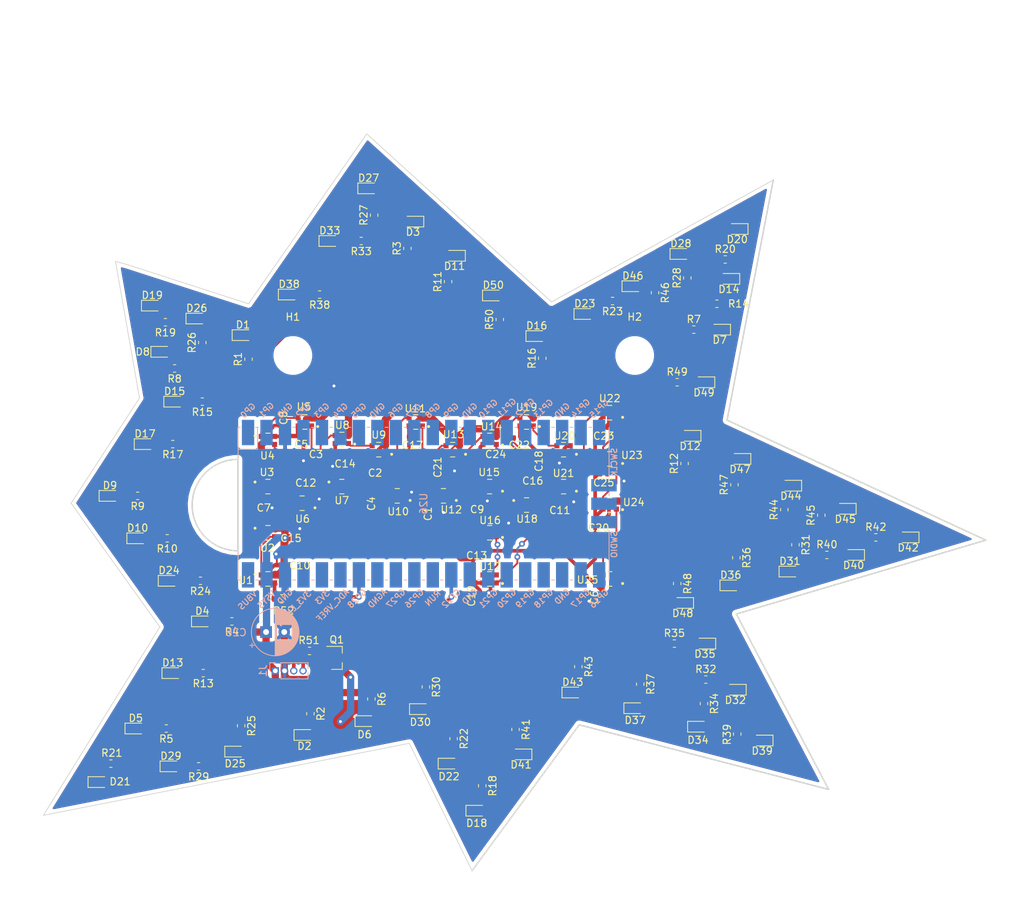
<source format=kicad_pcb>
(kicad_pcb (version 20171130) (host pcbnew 5.1.5+dfsg1-2build2)
  (layers (0 F.Cu signal) (31 B.Cu signal) (34 B.Paste user) (35 F.Paste user) (36 B.SilkS user) (37 F.SilkS user) (38 B.Mask user) (39 F.Mask user) (44 Edge.Cuts user))
  (net 0 "")
  (net 1 "Net-(D1-Pad2)")
  (net 2 LEDw-)
  (net 3 "Net-(D2-Pad2)")
  (net 4 "Net-(D3-Pad2)")
  (net 5 "Net-(D4-Pad2)")
  (net 6 "Net-(D5-Pad2)")
  (net 7 "Net-(D6-Pad2)")
  (net 8 "Net-(D7-Pad2)")
  (net 9 "Net-(D8-Pad2)")
  (net 10 "Net-(D9-Pad2)")
  (net 11 "Net-(D10-Pad2)")
  (net 12 "Net-(D11-Pad2)")
  (net 13 "Net-(D12-Pad2)")
  (net 14 "Net-(D13-Pad2)")
  (net 15 "Net-(D14-Pad2)")
  (net 16 "Net-(D15-Pad2)")
  (net 17 "Net-(D16-Pad2)")
  (net 18 "Net-(D17-Pad2)")
  (net 19 "Net-(D18-Pad2)")
  (net 20 "Net-(D19-Pad2)")
  (net 21 "Net-(D20-Pad2)")
  (net 22 "Net-(D21-Pad2)")
  (net 23 "Net-(D22-Pad2)")
  (net 24 "Net-(D23-Pad2)")
  (net 25 "Net-(D24-Pad2)")
  (net 26 "Net-(D25-Pad2)")
  (net 27 "Net-(D26-Pad2)")
  (net 28 "Net-(D27-Pad2)")
  (net 29 "Net-(D28-Pad2)")
  (net 30 "Net-(D29-Pad2)")
  (net 31 "Net-(D30-Pad2)")
  (net 32 GND)
  (net 33 DIN)
  (net 34 "Net-(Q1-Pad1)")
  (net 35 "Net-(U1-Pad1)")
  (net 36 "Net-(U2-Pad1)")
  (net 37 "Net-(U3-Pad1)")
  (net 38 "Net-(U4-Pad1)")
  (net 39 "Net-(U5-Pad1)")
  (net 40 "Net-(D31-Pad2)")
  (net 41 "Net-(D32-Pad2)")
  (net 42 "Net-(D33-Pad2)")
  (net 43 "Net-(D34-Pad2)")
  (net 44 "Net-(D35-Pad2)")
  (net 45 "Net-(D36-Pad2)")
  (net 46 "Net-(D37-Pad2)")
  (net 47 "Net-(D38-Pad2)")
  (net 48 "Net-(D39-Pad2)")
  (net 49 "Net-(D40-Pad2)")
  (net 50 "Net-(D41-Pad2)")
  (net 51 "Net-(D42-Pad2)")
  (net 52 "Net-(D43-Pad2)")
  (net 53 "Net-(D44-Pad2)")
  (net 54 "Net-(D45-Pad2)")
  (net 55 "Net-(D46-Pad2)")
  (net 56 "Net-(D47-Pad2)")
  (net 57 "Net-(D48-Pad2)")
  (net 58 "Net-(D49-Pad2)")
  (net 59 "Net-(D50-Pad2)")
  (net 60 "Net-(U6-Pad1)")
  (net 61 "Net-(U7-Pad1)")
  (net 62 "Net-(U8-Pad1)")
  (net 63 "Net-(U10-Pad3)")
  (net 64 "Net-(U10-Pad1)")
  (net 65 "Net-(U11-Pad1)")
  (net 66 "Net-(U12-Pad1)")
  (net 67 "Net-(U13-Pad1)")
  (net 68 "Net-(U14-Pad1)")
  (net 69 "Net-(U15-Pad1)")
  (net 70 "Net-(U16-Pad1)")
  (net 71 "Net-(U17-Pad1)")
  (net 72 "Net-(U18-Pad1)")
  (net 73 "Net-(U19-Pad1)")
  (net 74 "Net-(U20-Pad1)")
  (net 75 "Net-(U21-Pad1)")
  (net 76 "Net-(U22-Pad1)")
  (net 77 "Net-(U23-Pad1)")
  (net 78 "Net-(U24-Pad1)")
  (net 79 "Net-(U25-Pad1)")
  (net 80 +5V)
  (net 81 LEDwMCU)
  (net 82 "Net-(U26-Pad43)")
  (net 83 "Net-(U26-Pad42)")
  (net 84 "Net-(U26-Pad41)")
  (net 85 "Net-(U26-Pad22)")
  (net 86 "Net-(U26-Pad23)")
  (net 87 "Net-(U26-Pad24)")
  (net 88 "Net-(U26-Pad25)")
  (net 89 "Net-(U26-Pad26)")
  (net 90 "Net-(U26-Pad27)")
  (net 91 "Net-(U26-Pad28)")
  (net 92 "Net-(U26-Pad30)")
  (net 93 "Net-(U26-Pad31)")
  (net 94 "Net-(U26-Pad32)")
  (net 95 "Net-(U26-Pad33)")
  (net 96 "Net-(U26-Pad35)")
  (net 97 "Net-(U26-Pad36)")
  (net 98 "Net-(U26-Pad37)")
  (net 99 "Net-(U26-Pad40)")
  (net 100 "Net-(U26-Pad20)")
  (net 101 "Net-(U26-Pad19)")
  (net 102 "Net-(U26-Pad18)")
  (net 103 "Net-(U26-Pad17)")
  (net 104 "Net-(U26-Pad16)")
  (net 105 "Net-(U26-Pad15)")
  (net 106 "Net-(U26-Pad14)")
  (net 107 "Net-(U26-Pad13)")
  (net 108 "Net-(U26-Pad12)")
  (net 109 "Net-(U26-Pad11)")
  (net 110 "Net-(U26-Pad10)")
  (net 111 "Net-(U26-Pad9)")
  (net 112 "Net-(U26-Pad8)")
  (net 113 "Net-(U26-Pad7)")
  (net 114 "Net-(U26-Pad6)")
  (net 115 "Net-(U26-Pad5)")
  (net 116 "Net-(U26-Pad4)")
  (net 117 "Net-(U26-Pad2)")
  (net 118 "Net-(U26-Pad1)")
  (net 119 "Net-(U26-Pad21)")
  (net 120 "Net-(R52-Pad1)")
  (module Package_TO_SOT_SMD:SOT-23 (layer F.Cu) (at 54.2925 113.9825)
    (fp_text reference Q1 (at 0 -2.5) (layer F.SilkS))
    (fp_text value S9013)
    (pad 3 smd rect (at 1 0) (size 0.9 0.8) (layers F.Cu F.Paste F.Mask) (net 2 LEDw-))
    (pad 2 smd rect (at -1 0.95) (size 0.9 0.8) (layers F.Cu F.Paste F.Mask) (net 32 GND))
    (pad 1 smd rect (at -1 -0.95) (size 0.9 0.8) (layers F.Cu F.Paste F.Mask) (net 34 "Net-(Q1-Pad1)"))
  )
  (module Resistor_SMD:R_0603_1608Metric_Pad1.05x0.95mm_HandSolder (layer F.Cu) (at 50.546 113.03 180)
    (fp_text reference R51 (at 0.0635 1.4605) (layer F.SilkS))
    (fp_text value 4k7)
    (pad 2 smd roundrect (at 0.875 0 180) (size 1.05 0.95) (layers F.Cu F.Paste F.Mask) (net 81 LEDwMCU))
    (pad 1 smd roundrect (at -0.875 0 180) (size 1.05 0.95) (layers F.Cu F.Paste F.Mask) (net 34 "Net-(Q1-Pad1)"))
  )
  (module Capacitor_SMD:C_0402_1005Metric (layer F.Cu) (at 90.8685 105.664 90)
    (fp_text reference C6 (at 0 -1.17 90) (layer F.SilkS))
    (fp_text value 100nF)
    (pad 2 smd roundrect (at 0.485 0 90) (size 0.59 0.64) (layers F.Cu F.Paste F.Mask) (net 80 +5V))
    (pad 1 smd roundrect (at -0.485 0 90) (size 0.59 0.64) (layers F.Cu F.Paste F.Mask) (net 32 GND))
  )
  (module Capacitor_SMD:C_0402_1005Metric (layer F.Cu) (at 90.9955 88.7095 180)
    (fp_text reference C25 (at 0 -1.17) (layer F.SilkS))
    (fp_text value 100nF)
    (pad 2 smd roundrect (at 0.485 0 180) (size 0.59 0.64) (layers F.Cu F.Paste F.Mask) (net 80 +5V))
    (pad 1 smd roundrect (at -0.485 0 180) (size 0.59 0.64) (layers F.Cu F.Paste F.Mask) (net 32 GND))
  )
  (module Capacitor_SMD:C_0402_1005Metric (layer F.Cu) (at 73.533 86.106)
    (fp_text reference C24 (at 2.6035 -0.127) (layer F.SilkS))
    (fp_text value 100nF)
    (pad 2 smd roundrect (at 0.485 0) (size 0.59 0.64) (layers F.Cu F.Paste F.Mask) (net 80 +5V))
    (pad 1 smd roundrect (at -0.485 0) (size 0.59 0.64) (layers F.Cu F.Paste F.Mask) (net 32 GND))
  )
  (module Capacitor_SMD:C_0402_1005Metric (layer F.Cu) (at 90.9955 82.296 180)
    (fp_text reference C23 (at 0 -1.17) (layer F.SilkS))
    (fp_text value 100nF)
    (pad 2 smd roundrect (at 0.485 0 180) (size 0.59 0.64) (layers F.Cu F.Paste F.Mask) (net 80 +5V))
    (pad 1 smd roundrect (at -0.485 0 180) (size 0.59 0.64) (layers F.Cu F.Paste F.Mask) (net 32 GND))
  )
  (module Capacitor_SMD:C_0402_1005Metric (layer F.Cu) (at 79.121 83.693)
    (fp_text reference C22 (at 0.254 1.016) (layer F.SilkS))
    (fp_text value 100nF)
    (pad 2 smd roundrect (at 0.485 0) (size 0.59 0.64) (layers F.Cu F.Paste F.Mask) (net 80 +5V))
    (pad 1 smd roundrect (at -0.485 0) (size 0.59 0.64) (layers F.Cu F.Paste F.Mask) (net 32 GND))
  )
  (module Capacitor_SMD:C_0402_1005Metric (layer F.Cu) (at 69.342 87.757 90)
    (fp_text reference C21 (at 0 -1.17 90) (layer F.SilkS))
    (fp_text value 100nF)
    (pad 2 smd roundrect (at 0.485 0 90) (size 0.59 0.64) (layers F.Cu F.Paste F.Mask) (net 80 +5V))
    (pad 1 smd roundrect (at -0.485 0 90) (size 0.59 0.64) (layers F.Cu F.Paste F.Mask) (net 32 GND))
  )
  (module Capacitor_SMD:C_0402_1005Metric (layer F.Cu) (at 90.297 94.9325 180)
    (fp_text reference C20 (at 0 -1.17) (layer F.SilkS))
    (fp_text value 100nF)
    (pad 2 smd roundrect (at 0.485 0 180) (size 0.59 0.64) (layers F.Cu F.Paste F.Mask) (net 80 +5V))
    (pad 1 smd roundrect (at -0.485 0 180) (size 0.59 0.64) (layers F.Cu F.Paste F.Mask) (net 32 GND))
  )
  (module Capacitor_SMD:C_0402_1005Metric (layer F.Cu) (at 73.9775 105.4735 90)
    (fp_text reference C19 (at 0 -1.17 90) (layer F.SilkS))
    (fp_text value 100nF)
    (pad 2 smd roundrect (at 0.485 0 90) (size 0.59 0.64) (layers F.Cu F.Paste F.Mask) (net 80 +5V))
    (pad 1 smd roundrect (at -0.485 0 90) (size 0.59 0.64) (layers F.Cu F.Paste F.Mask) (net 32 GND))
  )
  (module Capacitor_SMD:C_0402_1005Metric (layer F.Cu) (at 83.2485 86.9315 90)
    (fp_text reference C18 (at 0 -1.17 90) (layer F.SilkS))
    (fp_text value 100nF)
    (pad 2 smd roundrect (at 0.485 0 90) (size 0.59 0.64) (layers F.Cu F.Paste F.Mask) (net 80 +5V))
    (pad 1 smd roundrect (at -0.485 0 90) (size 0.59 0.64) (layers F.Cu F.Paste F.Mask) (net 32 GND))
  )
  (module Capacitor_SMD:C_0402_1005Metric (layer F.Cu) (at 64.7065 83.566 180)
    (fp_text reference C17 (at 0 -1.17) (layer F.SilkS))
    (fp_text value 100nF)
    (pad 2 smd roundrect (at 0.485 0 180) (size 0.59 0.64) (layers F.Cu F.Paste F.Mask) (net 80 +5V))
    (pad 1 smd roundrect (at -0.485 0 180) (size 0.59 0.64) (layers F.Cu F.Paste F.Mask) (net 32 GND))
  )
  (module Capacitor_SMD:C_0402_1005Metric (layer F.Cu) (at 81.2395 90.805)
    (fp_text reference C16 (at 0 -1.17) (layer F.SilkS))
    (fp_text value 100nF)
    (pad 2 smd roundrect (at 0.485 0) (size 0.59 0.64) (layers F.Cu F.Paste F.Mask) (net 80 +5V))
    (pad 1 smd roundrect (at -0.485 0) (size 0.59 0.64) (layers F.Cu F.Paste F.Mask) (net 32 GND))
  )
  (module Capacitor_SMD:C_0402_1005Metric (layer F.Cu) (at 47.6885 96.139 180)
    (fp_text reference C15 (at -0.3175 -1.397) (layer F.SilkS))
    (fp_text value 100nF)
    (pad 2 smd roundrect (at 0.485 0 180) (size 0.59 0.64) (layers F.Cu F.Paste F.Mask) (net 80 +5V))
    (pad 1 smd roundrect (at -0.485 0 180) (size 0.59 0.64) (layers F.Cu F.Paste F.Mask) (net 32 GND))
  )
  (module Capacitor_SMD:C_0402_1005Metric (layer F.Cu) (at 55.4355 88.4555)
    (fp_text reference C14 (at 0 -1.17) (layer F.SilkS))
    (fp_text value 100nF)
    (pad 2 smd roundrect (at 0.485 0) (size 0.59 0.64) (layers F.Cu F.Paste F.Mask) (net 80 +5V))
    (pad 1 smd roundrect (at -0.485 0) (size 0.59 0.64) (layers F.Cu F.Paste F.Mask) (net 32 GND))
  )
  (module Capacitor_SMD:C_0402_1005Metric (layer F.Cu) (at 73.533 98.7425 180)
    (fp_text reference C13 (at 0 -1.17) (layer F.SilkS))
    (fp_text value 100nF)
    (pad 2 smd roundrect (at 0.485 0 180) (size 0.59 0.64) (layers F.Cu F.Paste F.Mask) (net 80 +5V))
    (pad 1 smd roundrect (at -0.485 0 180) (size 0.59 0.64) (layers F.Cu F.Paste F.Mask) (net 32 GND))
  )
  (module Capacitor_SMD:C_0402_1005Metric (layer F.Cu) (at 47.6885 89.8525 180)
    (fp_text reference C12 (at -2.3495 -0.0635) (layer F.SilkS))
    (fp_text value 100nF)
    (pad 2 smd roundrect (at 0.485 0 180) (size 0.59 0.64) (layers F.Cu F.Paste F.Mask) (net 80 +5V))
    (pad 1 smd roundrect (at -0.485 0 180) (size 0.59 0.64) (layers F.Cu F.Paste F.Mask) (net 32 GND))
  )
  (module Capacitor_SMD:C_0402_1005Metric (layer F.Cu) (at 84.963 92.5195 180)
    (fp_text reference C11 (at 0 -1.17) (layer F.SilkS))
    (fp_text value 100nF)
    (pad 2 smd roundrect (at 0.485 0 180) (size 0.59 0.64) (layers F.Cu F.Paste F.Mask) (net 80 +5V))
    (pad 1 smd roundrect (at -0.485 0 180) (size 0.59 0.64) (layers F.Cu F.Paste F.Mask) (net 32 GND))
  )
  (module Capacitor_SMD:C_0402_1005Metric (layer F.Cu) (at 46.5455 101.219)
    (fp_text reference C10 (at 2.667 0.0635) (layer F.SilkS))
    (fp_text value 100nF)
    (pad 2 smd roundrect (at 0.485 0) (size 0.59 0.64) (layers F.Cu F.Paste F.Mask) (net 80 +5V))
    (pad 1 smd roundrect (at -0.485 0) (size 0.59 0.64) (layers F.Cu F.Paste F.Mask) (net 32 GND))
  )
  (module Capacitor_SMD:C_0402_1005Metric (layer F.Cu) (at 73.5965 92.3925 180)
    (fp_text reference C9 (at 0 -1.17) (layer F.SilkS))
    (fp_text value 100nF)
    (pad 2 smd roundrect (at 0.485 0 180) (size 0.59 0.64) (layers F.Cu F.Paste F.Mask) (net 80 +5V))
    (pad 1 smd roundrect (at -0.485 0 180) (size 0.59 0.64) (layers F.Cu F.Paste F.Mask) (net 32 GND))
  )
  (module Capacitor_SMD:C_0402_1005Metric (layer F.Cu) (at 47.4345 82.9945 270)
    (fp_text reference C8 (at -2.032 0.4445 90) (layer F.SilkS))
    (fp_text value 100nF)
    (pad 2 smd roundrect (at 0.485 0 270) (size 0.59 0.64) (layers F.Cu F.Paste F.Mask) (net 80 +5V))
    (pad 1 smd roundrect (at -0.485 0 270) (size 0.59 0.64) (layers F.Cu F.Paste F.Mask) (net 32 GND))
  )
  (module Capacitor_SMD:C_0402_1005Metric (layer F.Cu) (at 46.7995 93.345)
    (fp_text reference C7 (at -2.54 0) (layer F.SilkS))
    (fp_text value 100nF)
    (pad 2 smd roundrect (at 0.485 0) (size 0.59 0.64) (layers F.Cu F.Paste F.Mask) (net 80 +5V))
    (pad 1 smd roundrect (at -0.485 0) (size 0.59 0.64) (layers F.Cu F.Paste F.Mask) (net 32 GND))
  )
  (module Capacitor_SMD:C_0402_1005Metric (layer F.Cu) (at 49.403 83.439 180)
    (fp_text reference C5 (at 0 -1.17) (layer F.SilkS))
    (fp_text value 100nF)
    (pad 2 smd roundrect (at 0.485 0 180) (size 0.59 0.64) (layers F.Cu F.Paste F.Mask) (net 80 +5V))
    (pad 1 smd roundrect (at -0.485 0 180) (size 0.59 0.64) (layers F.Cu F.Paste F.Mask) (net 32 GND))
  )
  (module Capacitor_SMD:C_0402_1005Metric (layer F.Cu) (at 60.198 92.7735 270)
    (fp_text reference C4 (at 0 1.143 90) (layer F.SilkS))
    (fp_text value 100nF)
    (pad 2 smd roundrect (at 0.485 0 270) (size 0.59 0.64) (layers F.Cu F.Paste F.Mask) (net 80 +5V))
    (pad 1 smd roundrect (at -0.485 0 270) (size 0.59 0.64) (layers F.Cu F.Paste F.Mask) (net 32 GND))
  )
  (module Capacitor_SMD:C_0402_1005Metric (layer F.Cu) (at 53.594 85.979)
    (fp_text reference C3 (at -2.159 0) (layer F.SilkS))
    (fp_text value 100nF)
    (pad 2 smd roundrect (at 0.485 0) (size 0.59 0.64) (layers F.Cu F.Paste F.Mask) (net 80 +5V))
    (pad 1 smd roundrect (at -0.485 0) (size 0.59 0.64) (layers F.Cu F.Paste F.Mask) (net 32 GND))
  )
  (module Capacitor_SMD:C_0402_1005Metric (layer F.Cu) (at 59.563 87.376 180)
    (fp_text reference C2 (at 0 -1.17) (layer F.SilkS))
    (fp_text value 100nF)
    (pad 2 smd roundrect (at 0.485 0 180) (size 0.59 0.64) (layers F.Cu F.Paste F.Mask) (net 80 +5V))
    (pad 1 smd roundrect (at -0.485 0 180) (size 0.59 0.64) (layers F.Cu F.Paste F.Mask) (net 32 GND))
  )
  (module Capacitor_SMD:C_0402_1005Metric (layer F.Cu) (at 68.0085 94.1705 90)
    (fp_text reference C1 (at 0 -1.17 90) (layer F.SilkS))
    (fp_text value 100nF)
    (pad 2 smd roundrect (at 0.485 0 90) (size 0.59 0.64) (layers F.Cu F.Paste F.Mask) (net 80 +5V))
    (pad 1 smd roundrect (at -0.485 0 90) (size 0.59 0.64) (layers F.Cu F.Paste F.Mask) (net 32 GND))
  )
  (module RPi_Pico:RPi_Pico_SMD (layer B.Cu) (at 66.2305 92.7735 270)
    (fp_text reference U26 (at 0 0 90) (layer B.SilkS) (effects (justify mirror)))
    (fp_text value Pico)
    (fp_text user SWDIO (at 5.6 -26.2 90) (layer B.SilkS) (effects (font (size 0.8 0.8)) (justify mirror)))
    (fp_text user SWCLK (at -5.7 -26.2 90) (layer B.SilkS) (effects (font (size 0.8 0.8)) (justify mirror)))
    (fp_text user AGND (at 13.054 6.35 225) (layer B.SilkS) (effects (font (size 0.8 0.8)) (justify mirror)))
    (fp_text user GND (at 12.8 19.05 225) (layer B.SilkS) (effects (font (size 0.8 0.8)) (justify mirror)))
    (fp_text user GND (at 12.8 -6.35 225) (layer B.SilkS) (effects (font (size 0.8 0.8)) (justify mirror)))
    (fp_text user GND (at 12.8 -19.05 225) (layer B.SilkS) (effects (font (size 0.8 0.8)) (justify mirror)))
    (fp_text user GND (at -12.8 -19.05 225) (layer B.SilkS) (effects (font (size 0.8 0.8)) (justify mirror)))
    (fp_text user GND (at -12.8 -6.35 225) (layer B.SilkS) (effects (font (size 0.8 0.8)) (justify mirror)))
    (fp_text user GND (at -12.8 6.35 225) (layer B.SilkS) (effects (font (size 0.8 0.8)) (justify mirror)))
    (fp_text user GND (at -12.8 19.05 225) (layer B.SilkS) (effects (font (size 0.8 0.8)) (justify mirror)))
    (fp_text user VBUS (at 13.3 24.2 225) (layer B.SilkS) (effects (font (size 0.8 0.8)) (justify mirror)))
    (fp_text user VSYS (at 13.2 21.59 225) (layer B.SilkS) (effects (font (size 0.8 0.8)) (justify mirror)))
    (fp_text user 3V3_EN (at 13.7 17.2 225) (layer B.SilkS) (effects (font (size 0.8 0.8)) (justify mirror)))
    (fp_text user 3V3 (at 12.9 13.9 225) (layer B.SilkS) (effects (font (size 0.8 0.8)) (justify mirror)))
    (fp_text user ADC_VREF (at 14 12.5 225) (layer B.SilkS) (effects (font (size 0.8 0.8)) (justify mirror)))
    (fp_text user GP28 (at 13.054 9.144 225) (layer B.SilkS) (effects (font (size 0.8 0.8)) (justify mirror)))
    (fp_text user GP27 (at 13.054 3.8 225) (layer B.SilkS) (effects (font (size 0.8 0.8)) (justify mirror)))
    (fp_text user GP26 (at 13.054 1.27 225) (layer B.SilkS) (effects (font (size 0.8 0.8)) (justify mirror)))
    (fp_text user RUN (at 13 -1.27 225) (layer B.SilkS) (effects (font (size 0.8 0.8)) (justify mirror)))
    (fp_text user GP22 (at 13.054 -3.81 225) (layer B.SilkS) (effects (font (size 0.8 0.8)) (justify mirror)))
    (fp_text user GP21 (at 13.054 -8.9 225) (layer B.SilkS) (effects (font (size 0.8 0.8)) (justify mirror)))
    (fp_text user GP20 (at 13.054 -11.43 225) (layer B.SilkS) (effects (font (size 0.8 0.8)) (justify mirror)))
    (fp_text user GP19 (at 13.054 -13.97 225) (layer B.SilkS) (effects (font (size 0.8 0.8)) (justify mirror)))
    (fp_text user GP18 (at 13.054 -16.51 225) (layer B.SilkS) (effects (font (size 0.8 0.8)) (justify mirror)))
    (fp_text user GP17 (at 13.054 -21.59 225) (layer B.SilkS) (effects (font (size 0.8 0.8)) (justify mirror)))
    (fp_text user GP16 (at 13.054 -24.13 225) (layer B.SilkS) (effects (font (size 0.8 0.8)) (justify mirror)))
    (fp_text user GP15 (at -13.054 -24.13 225) (layer B.SilkS) (effects (font (size 0.8 0.8)) (justify mirror)))
    (fp_text user GP14 (at -13.1 -21.59 225) (layer B.SilkS) (effects (font (size 0.8 0.8)) (justify mirror)))
    (fp_text user GP13 (at -13.054 -16.51 225) (layer B.SilkS) (effects (font (size 0.8 0.8)) (justify mirror)))
    (fp_text user GP12 (at -13.2 -13.97 225) (layer B.SilkS) (effects (font (size 0.8 0.8)) (justify mirror)))
    (fp_text user GP11 (at -13.2 -11.43 225) (layer B.SilkS) (effects (font (size 0.8 0.8)) (justify mirror)))
    (fp_text user GP10 (at -13.054 -8.89 225) (layer B.SilkS) (effects (font (size 0.8 0.8)) (justify mirror)))
    (fp_text user GP9 (at -12.8 -3.81 225) (layer B.SilkS) (effects (font (size 0.8 0.8)) (justify mirror)))
    (fp_text user GP8 (at -12.8 -1.27 225) (layer B.SilkS) (effects (font (size 0.8 0.8)) (justify mirror)))
    (fp_text user GP7 (at -12.7 1.3 225) (layer B.SilkS) (effects (font (size 0.8 0.8)) (justify mirror)))
    (fp_text user GP6 (at -12.8 3.81 225) (layer B.SilkS) (effects (font (size 0.8 0.8)) (justify mirror)))
    (fp_text user GP5 (at -12.8 8.89 225) (layer B.SilkS) (effects (font (size 0.8 0.8)) (justify mirror)))
    (fp_text user GP4 (at -12.8 11.43 225) (layer B.SilkS) (effects (font (size 0.8 0.8)) (justify mirror)))
    (fp_text user GP3 (at -12.8 13.97 225) (layer B.SilkS) (effects (font (size 0.8 0.8)) (justify mirror)))
    (fp_text user GP0 (at -12.8 24.13 225) (layer B.SilkS) (effects (font (size 0.8 0.8)) (justify mirror)))
    (fp_text user GP2 (at -12.9 16.51 225) (layer B.SilkS) (effects (font (size 0.8 0.8)) (justify mirror)))
    (fp_text user GP1 (at -12.9 21.6 225) (layer B.SilkS) (effects (font (size 0.8 0.8)) (justify mirror)))
    (pad 43 smd rect (at 2.54 -23.9 180) (size 3.5 1.7) (drill (offset -0.9 0)) (layers B.Cu B.Mask) (net 82 "Net-(U26-Pad43)"))
    (pad 42 smd rect (at 0 -23.9 180) (size 3.5 1.7) (drill (offset -0.9 0)) (layers B.Cu B.Mask) (net 83 "Net-(U26-Pad42)"))
    (pad 41 smd rect (at -2.54 -23.9 180) (size 3.5 1.7) (drill (offset -0.9 0)) (layers B.Cu B.Mask) (net 84 "Net-(U26-Pad41)"))
    (pad 21 smd rect (at 8.89 -24.13 270) (size 3.5 1.7) (drill (offset 0.9 0)) (layers B.Cu B.Mask) (net 119 "Net-(U26-Pad21)"))
    (pad 22 smd rect (at 8.89 -21.59 270) (size 3.5 1.7) (drill (offset 0.9 0)) (layers B.Cu B.Mask) (net 85 "Net-(U26-Pad22)"))
    (pad 23 smd rect (at 8.89 -19.05 270) (size 3.5 1.7) (drill (offset 0.9 0)) (layers B.Cu B.Mask) (net 86 "Net-(U26-Pad23)"))
    (pad 24 smd rect (at 8.89 -16.51 270) (size 3.5 1.7) (drill (offset 0.9 0)) (layers B.Cu B.Mask) (net 87 "Net-(U26-Pad24)"))
    (pad 25 smd rect (at 8.89 -13.97 270) (size 3.5 1.7) (drill (offset 0.9 0)) (layers B.Cu B.Mask) (net 88 "Net-(U26-Pad25)"))
    (pad 26 smd rect (at 8.89 -11.43 270) (size 3.5 1.7) (drill (offset 0.9 0)) (layers B.Cu B.Mask) (net 89 "Net-(U26-Pad26)"))
    (pad 27 smd rect (at 8.89 -8.89 270) (size 3.5 1.7) (drill (offset 0.9 0)) (layers B.Cu B.Mask) (net 90 "Net-(U26-Pad27)"))
    (pad 28 smd rect (at 8.89 -6.35 270) (size 3.5 1.7) (drill (offset 0.9 0)) (layers B.Cu B.Mask) (net 91 "Net-(U26-Pad28)"))
    (pad 29 smd rect (at 8.89 -3.81 270) (size 3.5 1.7) (drill (offset 0.9 0)) (layers B.Cu B.Mask) (net 81 LEDwMCU))
    (pad 30 smd rect (at 8.89 -1.27 270) (size 3.5 1.7) (drill (offset 0.9 0)) (layers B.Cu B.Mask) (net 92 "Net-(U26-Pad30)"))
    (pad 31 smd rect (at 8.89 1.27 270) (size 3.5 1.7) (drill (offset 0.9 0)) (layers B.Cu B.Mask) (net 93 "Net-(U26-Pad31)"))
    (pad 32 smd rect (at 8.89 3.81 270) (size 3.5 1.7) (drill (offset 0.9 0)) (layers B.Cu B.Mask) (net 94 "Net-(U26-Pad32)"))
    (pad 33 smd rect (at 8.89 6.35 270) (size 3.5 1.7) (drill (offset 0.9 0)) (layers B.Cu B.Mask) (net 95 "Net-(U26-Pad33)"))
    (pad 34 smd rect (at 8.89 8.89 270) (size 3.5 1.7) (drill (offset 0.9 0)) (layers B.Cu B.Mask) (net 33 DIN))
    (pad 35 smd rect (at 8.89 11.43 270) (size 3.5 1.7) (drill (offset 0.9 0)) (layers B.Cu B.Mask) (net 96 "Net-(U26-Pad35)"))
    (pad 36 smd rect (at 8.89 13.97 270) (size 3.5 1.7) (drill (offset 0.9 0)) (layers B.Cu B.Mask) (net 97 "Net-(U26-Pad36)"))
    (pad 37 smd rect (at 8.89 16.51 270) (size 3.5 1.7) (drill (offset 0.9 0)) (layers B.Cu B.Mask) (net 98 "Net-(U26-Pad37)"))
    (pad 38 smd rect (at 8.89 19.05 270) (size 3.5 1.7) (drill (offset 0.9 0)) (layers B.Cu B.Mask) (net 32 GND))
    (pad 39 smd rect (at 8.89 21.59 270) (size 3.5 1.7) (drill (offset 0.9 0)) (layers B.Cu B.Mask) (net 80 +5V))
    (pad 40 smd rect (at 8.89 24.13 270) (size 3.5 1.7) (drill (offset 0.9 0)) (layers B.Cu B.Mask) (net 99 "Net-(U26-Pad40)"))
    (pad 20 smd rect (at -8.89 -24.13 270) (size 3.5 1.7) (drill (offset -0.9 0)) (layers B.Cu B.Mask) (net 100 "Net-(U26-Pad20)"))
    (pad 19 smd rect (at -8.89 -21.59 270) (size 3.5 1.7) (drill (offset -0.9 0)) (layers B.Cu B.Mask) (net 101 "Net-(U26-Pad19)"))
    (pad 18 smd rect (at -8.89 -19.05 270) (size 3.5 1.7) (drill (offset -0.9 0)) (layers B.Cu B.Mask) (net 102 "Net-(U26-Pad18)"))
    (pad 17 smd rect (at -8.89 -16.51 270) (size 3.5 1.7) (drill (offset -0.9 0)) (layers B.Cu B.Mask) (net 103 "Net-(U26-Pad17)"))
    (pad 16 smd rect (at -8.89 -13.97 270) (size 3.5 1.7) (drill (offset -0.9 0)) (layers B.Cu B.Mask) (net 104 "Net-(U26-Pad16)"))
    (pad 15 smd rect (at -8.89 -11.43 270) (size 3.5 1.7) (drill (offset -0.9 0)) (layers B.Cu B.Mask) (net 105 "Net-(U26-Pad15)"))
    (pad 14 smd rect (at -8.89 -8.89 270) (size 3.5 1.7) (drill (offset -0.9 0)) (layers B.Cu B.Mask) (net 106 "Net-(U26-Pad14)"))
    (pad 13 smd rect (at -8.89 -6.35 270) (size 3.5 1.7) (drill (offset -0.9 0)) (layers B.Cu B.Mask) (net 107 "Net-(U26-Pad13)"))
    (pad 12 smd rect (at -8.89 -3.81 270) (size 3.5 1.7) (drill (offset -0.9 0)) (layers B.Cu B.Mask) (net 108 "Net-(U26-Pad12)"))
    (pad 11 smd rect (at -8.89 -1.27 270) (size 3.5 1.7) (drill (offset -0.9 0)) (layers B.Cu B.Mask) (net 109 "Net-(U26-Pad11)"))
    (pad 10 smd rect (at -8.89 1.27 270) (size 3.5 1.7) (drill (offset -0.9 0)) (layers B.Cu B.Mask) (net 110 "Net-(U26-Pad10)"))
    (pad 9 smd rect (at -8.89 3.81 270) (size 3.5 1.7) (drill (offset -0.9 0)) (layers B.Cu B.Mask) (net 111 "Net-(U26-Pad9)"))
    (pad 8 smd rect (at -8.89 6.35 270) (size 3.5 1.7) (drill (offset -0.9 0)) (layers B.Cu B.Mask) (net 112 "Net-(U26-Pad8)"))
    (pad 7 smd rect (at -8.89 8.89 270) (size 3.5 1.7) (drill (offset -0.9 0)) (layers B.Cu B.Mask) (net 113 "Net-(U26-Pad7)"))
    (pad 6 smd rect (at -8.89 11.43 270) (size 3.5 1.7) (drill (offset -0.9 0)) (layers B.Cu B.Mask) (net 114 "Net-(U26-Pad6)"))
    (pad 5 smd rect (at -8.89 13.97 270) (size 3.5 1.7) (drill (offset -0.9 0)) (layers B.Cu B.Mask) (net 115 "Net-(U26-Pad5)"))
    (pad 4 smd rect (at -8.89 16.51 270) (size 3.5 1.7) (drill (offset -0.9 0)) (layers B.Cu B.Mask) (net 116 "Net-(U26-Pad4)"))
    (pad 3 smd rect (at -8.89 19.05 270) (size 3.5 1.7) (drill (offset -0.9 0)) (layers B.Cu B.Mask) (net 32 GND))
    (pad 2 smd rect (at -8.89 21.59 270) (size 3.5 1.7) (drill (offset -0.9 0)) (layers B.Cu B.Mask) (net 117 "Net-(U26-Pad2)"))
    (pad 1 smd rect (at -8.89 24.13 270) (size 3.5 1.7) (drill (offset -0.9 0)) (layers B.Cu B.Mask) (net 118 "Net-(U26-Pad1)"))
  )
  (module Capacitor_THT:CP_Radial_D6.3mm_P2.50mm (layer B.Cu) (at 44.577 110.4265)
    (fp_text reference C26 (at -4.1275 0.0635) (layer B.SilkS) (effects (justify mirror)))
    (fp_text value 100u)
    (pad 2 thru_hole circle (at 2.5 0) (size 1.6 1.6) (drill 0.8) (layers *.Cu *.Mask) (net 32 GND))
    (pad 1 thru_hole rect (at 0 0) (size 1.6 1.6) (drill 0.8) (layers *.Cu *.Mask) (net 80 +5V))
  )
  (module Resistor_SMD:R_0603_1608Metric_Pad1.05x0.95mm_HandSolder (layer F.Cu) (at 46.736 105.791)
    (fp_text reference R52 (at 0.254 1.7145) (layer F.SilkS))
    (fp_text value 220R)
    (pad 2 smd roundrect (at 0.875 0) (size 1.05 0.95) (layers F.Cu F.Paste F.Mask) (net 33 DIN))
    (pad 1 smd roundrect (at -0.875 0) (size 1.05 0.95) (layers F.Cu F.Paste F.Mask) (net 120 "Net-(R52-Pad1)"))
  )
  (module Connector_PinHeader_1.27mm:PinHeader_1x04_P1.27mm_Vertical (layer B.Cu) (at 45.847 115.7605 270)
    (fp_text reference J1 (at 0 1.695 90) (layer B.SilkS) (effects (justify mirror)))
    (fp_text value Conn_01x04)
    (pad 4 thru_hole oval (at 0 -3.81 270) (size 1 1) (drill 0.65) (layers *.Cu *.Mask) (net 81 LEDwMCU))
    (pad 3 thru_hole oval (at 0 -2.54 270) (size 1 1) (drill 0.65) (layers *.Cu *.Mask) (net 33 DIN))
    (pad 2 thru_hole oval (at 0 -1.27 270) (size 1 1) (drill 0.65) (layers *.Cu *.Mask) (net 32 GND))
    (pad 1 thru_hole rect (at 0 0 270) (size 1 1) (drill 0.65) (layers *.Cu *.Mask) (net 80 +5V))
  )
  (module MountingHole:MountingHole_4.3mm_M4 (layer F.Cu) (at 95.25 72.39)
    (fp_text reference H2 (at 0 -5.3) (layer F.SilkS))
    (fp_text value MountingHole)
    (pad 1 np_thru_hole circle (at 0 0) (size 4.3 4.3) (drill 4.3) (layers *.Cu *.Mask))
  )
  (module MountingHole:MountingHole_4.3mm_M4 (layer F.Cu) (at 48.26 72.39)
    (fp_text reference H1 (at 0 -5.3) (layer F.SilkS))
    (fp_text value MountingHole)
    (pad 1 np_thru_hole circle (at 0 0) (size 4.3 4.3) (drill 4.3) (layers *.Cu *.Mask))
  )
  (module Resistor_SMD:R_0603_1608Metric_Pad1.05x0.95mm_HandSolder (layer F.Cu) (at 76.708 67.437 90)
    (fp_text reference R50 (at 0 -1.43 90) (layer F.SilkS))
    (fp_text value 200)
    (pad 2 smd roundrect (at 0.875 0 90) (size 1.05 0.95) (layers F.Cu F.Paste F.Mask) (net 59 "Net-(D50-Pad2)"))
    (pad 1 smd roundrect (at -0.875 0 90) (size 1.05 0.95) (layers F.Cu F.Paste F.Mask) (net 80 +5V))
  )
  (module Resistor_SMD:R_0603_1608Metric_Pad1.05x0.95mm_HandSolder (layer F.Cu) (at 101.092 76.073)
    (fp_text reference R49 (at 0 -1.43) (layer F.SilkS))
    (fp_text value 200)
    (pad 2 smd roundrect (at 0.875 0) (size 1.05 0.95) (layers F.Cu F.Paste F.Mask) (net 58 "Net-(D49-Pad2)"))
    (pad 1 smd roundrect (at -0.875 0) (size 1.05 0.95) (layers F.Cu F.Paste F.Mask) (net 80 +5V))
  )
  (module Resistor_SMD:R_0603_1608Metric_Pad1.05x0.95mm_HandSolder (layer F.Cu) (at 101.092 103.759 270)
    (fp_text reference R48 (at 0 -1.43 90) (layer F.SilkS))
    (fp_text value 200)
    (pad 2 smd roundrect (at 0.875 0 270) (size 1.05 0.95) (layers F.Cu F.Paste F.Mask) (net 57 "Net-(D48-Pad2)"))
    (pad 1 smd roundrect (at -0.875 0 270) (size 1.05 0.95) (layers F.Cu F.Paste F.Mask) (net 80 +5V))
  )
  (module Resistor_SMD:R_0603_1608Metric_Pad1.05x0.95mm_HandSolder (layer F.Cu) (at 108.966 90.17 90)
    (fp_text reference R47 (at 0 -1.43 90) (layer F.SilkS))
    (fp_text value 200)
    (pad 2 smd roundrect (at 0.875 0 90) (size 1.05 0.95) (layers F.Cu F.Paste F.Mask) (net 56 "Net-(D47-Pad2)"))
    (pad 1 smd roundrect (at -0.875 0 90) (size 1.05 0.95) (layers F.Cu F.Paste F.Mask) (net 80 +5V))
  )
  (module Resistor_SMD:R_0603_1608Metric_Pad1.05x0.95mm_HandSolder (layer F.Cu) (at 98.044 63.754 90)
    (fp_text reference R46 (at 0 1.397 90) (layer F.SilkS))
    (fp_text value 200)
    (pad 2 smd roundrect (at 0.875 0 90) (size 1.05 0.95) (layers F.Cu F.Paste F.Mask) (net 55 "Net-(D46-Pad2)"))
    (pad 1 smd roundrect (at -0.875 0 90) (size 1.05 0.95) (layers F.Cu F.Paste F.Mask) (net 80 +5V))
  )
  (module LED_SMD:LED_0603_1608Metric (layer F.Cu) (at 75.819 64.135)
    (fp_text reference D50 (at 0 -1.43) (layer F.SilkS))
    (fp_text value LED)
    (pad 2 smd roundrect (at 0.7875 0) (size 0.875 0.95) (layers F.Cu F.Paste F.Mask) (net 59 "Net-(D50-Pad2)"))
    (pad 1 smd roundrect (at -0.7875 0) (size 0.875 0.95) (layers F.Cu F.Paste F.Mask) (net 2 LEDw-))
  )
  (module LED_SMD:LED_0603_1608Metric (layer F.Cu) (at 104.775 76.073 180)
    (fp_text reference D49 (at 0 -1.43) (layer F.SilkS))
    (fp_text value LED)
    (pad 2 smd roundrect (at 0.7875 0 180) (size 0.875 0.95) (layers F.Cu F.Paste F.Mask) (net 58 "Net-(D49-Pad2)"))
    (pad 1 smd roundrect (at -0.7875 0 180) (size 0.875 0.95) (layers F.Cu F.Paste F.Mask) (net 2 LEDw-))
  )
  (module LED_SMD:LED_0603_1608Metric (layer F.Cu) (at 101.854 106.426 180)
    (fp_text reference D48 (at 0 -1.43) (layer F.SilkS))
    (fp_text value LED)
    (pad 2 smd roundrect (at 0.7875 0 180) (size 0.875 0.95) (layers F.Cu F.Paste F.Mask) (net 57 "Net-(D48-Pad2)"))
    (pad 1 smd roundrect (at -0.7875 0 180) (size 0.875 0.95) (layers F.Cu F.Paste F.Mask) (net 2 LEDw-))
  )
  (module LED_SMD:LED_0603_1608Metric (layer F.Cu) (at 109.728 86.614 180)
    (fp_text reference D47 (at 0 -1.43) (layer F.SilkS))
    (fp_text value LED)
    (pad 2 smd roundrect (at 0.7875 0 180) (size 0.875 0.95) (layers F.Cu F.Paste F.Mask) (net 56 "Net-(D47-Pad2)"))
    (pad 1 smd roundrect (at -0.7875 0 180) (size 0.875 0.95) (layers F.Cu F.Paste F.Mask) (net 2 LEDw-))
  )
  (module LED_SMD:LED_0603_1608Metric (layer F.Cu) (at 94.996 62.865)
    (fp_text reference D46 (at 0 -1.43) (layer F.SilkS))
    (fp_text value LED)
    (pad 2 smd roundrect (at 0.7875 0) (size 0.875 0.95) (layers F.Cu F.Paste F.Mask) (net 55 "Net-(D46-Pad2)"))
    (pad 1 smd roundrect (at -0.7875 0) (size 0.875 0.95) (layers F.Cu F.Paste F.Mask) (net 2 LEDw-))
  )
  (module LED_SMD:LED_0603_1608Metric (layer F.Cu) (at 101.6 58.42)
    (fp_text reference D28 (at 0 -1.43) (layer F.SilkS))
    (fp_text value LED)
    (pad 2 smd roundrect (at 0.7875 0) (size 0.875 0.95) (layers F.Cu F.Paste F.Mask) (net 29 "Net-(D28-Pad2)"))
    (pad 1 smd roundrect (at -0.7875 0) (size 0.875 0.95) (layers F.Cu F.Paste F.Mask) (net 2 LEDw-))
  )
  (module LED_SMD:LED_0603_1608Metric (layer F.Cu) (at 58.674 49.403)
    (fp_text reference D27 (at 0 -1.43) (layer F.SilkS))
    (fp_text value LED)
    (pad 2 smd roundrect (at 0.7875 0) (size 0.875 0.95) (layers F.Cu F.Paste F.Mask) (net 28 "Net-(D27-Pad2)"))
    (pad 1 smd roundrect (at -0.7875 0) (size 0.875 0.95) (layers F.Cu F.Paste F.Mask) (net 2 LEDw-))
  )
  (module LED_SMD:LED_0603_1608Metric (layer F.Cu) (at 88.392 66.675)
    (fp_text reference D23 (at 0 -1.43) (layer F.SilkS))
    (fp_text value LED)
    (pad 2 smd roundrect (at 0.7875 0) (size 0.875 0.95) (layers F.Cu F.Paste F.Mask) (net 24 "Net-(D23-Pad2)"))
    (pad 1 smd roundrect (at -0.7875 0) (size 0.875 0.95) (layers F.Cu F.Paste F.Mask) (net 2 LEDw-))
  )
  (module LED_SMD:LED_0603_1608Metric (layer F.Cu) (at 109.347 54.991 180)
    (fp_text reference D20 (at 0 -1.43) (layer F.SilkS))
    (fp_text value LED)
    (pad 2 smd roundrect (at 0.7875 0 180) (size 0.875 0.95) (layers F.Cu F.Paste F.Mask) (net 21 "Net-(D20-Pad2)"))
    (pad 1 smd roundrect (at -0.7875 0 180) (size 0.875 0.95) (layers F.Cu F.Paste F.Mask) (net 2 LEDw-))
  )
  (module LED_SMD:LED_0603_1608Metric (layer F.Cu) (at 81.788 69.723)
    (fp_text reference D16 (at 0 -1.43) (layer F.SilkS))
    (fp_text value LED)
    (pad 2 smd roundrect (at 0.7875 0) (size 0.875 0.95) (layers F.Cu F.Paste F.Mask) (net 17 "Net-(D16-Pad2)"))
    (pad 1 smd roundrect (at -0.7875 0) (size 0.875 0.95) (layers F.Cu F.Paste F.Mask) (net 2 LEDw-))
  )
  (module LED_SMD:LED_0603_1608Metric (layer F.Cu) (at 108.204 61.849 180)
    (fp_text reference D14 (at 0 -1.43) (layer F.SilkS))
    (fp_text value LED)
    (pad 2 smd roundrect (at 0.7875 0 180) (size 0.875 0.95) (layers F.Cu F.Paste F.Mask) (net 15 "Net-(D14-Pad2)"))
    (pad 1 smd roundrect (at -0.7875 0 180) (size 0.875 0.95) (layers F.Cu F.Paste F.Mask) (net 2 LEDw-))
  )
  (module LED_SMD:LED_0603_1608Metric (layer F.Cu) (at 102.87 83.439 180)
    (fp_text reference D12 (at 0 -1.43) (layer F.SilkS))
    (fp_text value LED)
    (pad 2 smd roundrect (at 0.7875 0 180) (size 0.875 0.95) (layers F.Cu F.Paste F.Mask) (net 13 "Net-(D12-Pad2)"))
    (pad 1 smd roundrect (at -0.7875 0 180) (size 0.875 0.95) (layers F.Cu F.Paste F.Mask) (net 2 LEDw-))
  )
  (module LED_SMD:LED_0603_1608Metric (layer F.Cu) (at 70.485 58.674 180)
    (fp_text reference D11 (at 0 -1.43) (layer F.SilkS))
    (fp_text value LED)
    (pad 2 smd roundrect (at 0.7875 0 180) (size 0.875 0.95) (layers F.Cu F.Paste F.Mask) (net 12 "Net-(D11-Pad2)"))
    (pad 1 smd roundrect (at -0.7875 0 180) (size 0.875 0.95) (layers F.Cu F.Paste F.Mask) (net 2 LEDw-))
  )
  (module LED_SMD:LED_0603_1608Metric (layer F.Cu) (at 106.934 68.834 180)
    (fp_text reference D7 (at 0 -1.43) (layer F.SilkS))
    (fp_text value LED)
    (pad 2 smd roundrect (at 0.7875 0 180) (size 0.875 0.95) (layers F.Cu F.Paste F.Mask) (net 8 "Net-(D7-Pad2)"))
    (pad 1 smd roundrect (at -0.7875 0 180) (size 0.875 0.95) (layers F.Cu F.Paste F.Mask) (net 2 LEDw-))
  )
  (module LED_SMD:LED_0603_1608Metric (layer F.Cu) (at 64.77 53.975 180)
    (fp_text reference D3 (at 0 -1.43) (layer F.SilkS))
    (fp_text value LED)
    (pad 2 smd roundrect (at 0.7875 0 180) (size 0.875 0.95) (layers F.Cu F.Paste F.Mask) (net 4 "Net-(D3-Pad2)"))
    (pad 1 smd roundrect (at -0.7875 0 180) (size 0.875 0.95) (layers F.Cu F.Paste F.Mask) (net 2 LEDw-))
  )
  (module led:LED_WS2812-2020 (layer F.Cu) (at 91.821 103.124 180)
    (fp_text reference U25 (at 3.048 -0.127) (layer F.SilkS) (effects (font (size 1.00011 1.00011))))
    (fp_text value WS2812-2020)
    (pad 2 smd rect (at -0.915 0.55 180) (size 0.7 0.7) (layers F.Cu F.Paste F.Mask) (net 32 GND))
    (pad 1 smd rect (at -0.915 -0.55 180) (size 0.7 0.7) (layers F.Cu F.Paste F.Mask) (net 79 "Net-(U25-Pad1)"))
    (pad 4 smd rect (at 0.915 -0.55 180) (size 0.7 0.7) (layers F.Cu F.Paste F.Mask) (net 80 +5V))
    (pad 3 smd rect (at 0.915 0.55 180) (size 0.7 0.7) (layers F.Cu F.Paste F.Mask) (net 78 "Net-(U24-Pad1)"))
  )
  (module led:LED_WS2812-2020 (layer F.Cu) (at 91.821 92.964 180)
    (fp_text reference U24 (at -3.302 0.381) (layer F.SilkS) (effects (font (size 1.00011 1.00011))))
    (fp_text value WS2812-2020)
    (pad 2 smd rect (at -0.915 0.55 180) (size 0.7 0.7) (layers F.Cu F.Paste F.Mask) (net 32 GND))
    (pad 1 smd rect (at -0.915 -0.55 180) (size 0.7 0.7) (layers F.Cu F.Paste F.Mask) (net 78 "Net-(U24-Pad1)"))
    (pad 4 smd rect (at 0.915 -0.55 180) (size 0.7 0.7) (layers F.Cu F.Paste F.Mask) (net 80 +5V))
    (pad 3 smd rect (at 0.915 0.55 180) (size 0.7 0.7) (layers F.Cu F.Paste F.Mask) (net 77 "Net-(U23-Pad1)"))
  )
  (module led:LED_WS2812-2020 (layer F.Cu) (at 91.821 86.614 180)
    (fp_text reference U23 (at -3.048 0.508) (layer F.SilkS) (effects (font (size 1.00011 1.00011))))
    (fp_text value WS2812-2020)
    (pad 2 smd rect (at -0.915 0.55 180) (size 0.7 0.7) (layers F.Cu F.Paste F.Mask) (net 32 GND))
    (pad 1 smd rect (at -0.915 -0.55 180) (size 0.7 0.7) (layers F.Cu F.Paste F.Mask) (net 77 "Net-(U23-Pad1)"))
    (pad 4 smd rect (at 0.915 -0.55 180) (size 0.7 0.7) (layers F.Cu F.Paste F.Mask) (net 80 +5V))
    (pad 3 smd rect (at 0.915 0.55 180) (size 0.7 0.7) (layers F.Cu F.Paste F.Mask) (net 76 "Net-(U22-Pad1)"))
  )
  (module led:LED_WS2812-2020 (layer F.Cu) (at 91.821 80.264 180)
    (fp_text reference U22 (at 0 1.9685) (layer F.SilkS) (effects (font (size 1.00011 1.00011))))
    (fp_text value WS2812-2020)
    (pad 2 smd rect (at -0.915 0.55 180) (size 0.7 0.7) (layers F.Cu F.Paste F.Mask) (net 32 GND))
    (pad 1 smd rect (at -0.915 -0.55 180) (size 0.7 0.7) (layers F.Cu F.Paste F.Mask) (net 76 "Net-(U22-Pad1)"))
    (pad 4 smd rect (at 0.915 -0.55 180) (size 0.7 0.7) (layers F.Cu F.Paste F.Mask) (net 80 +5V))
    (pad 3 smd rect (at 0.915 0.55 180) (size 0.7 0.7) (layers F.Cu F.Paste F.Mask) (net 75 "Net-(U21-Pad1)"))
  )
  (module led:LED_WS2812-2020 (layer F.Cu) (at 85.471 90.424 180)
    (fp_text reference U21 (at 0 1.8415) (layer F.SilkS) (effects (font (size 1.00011 1.00011))))
    (fp_text value WS2812-2020)
    (pad 2 smd rect (at -0.915 0.55 180) (size 0.7 0.7) (layers F.Cu F.Paste F.Mask) (net 32 GND))
    (pad 1 smd rect (at -0.915 -0.55 180) (size 0.7 0.7) (layers F.Cu F.Paste F.Mask) (net 75 "Net-(U21-Pad1)"))
    (pad 4 smd rect (at 0.915 -0.55 180) (size 0.7 0.7) (layers F.Cu F.Paste F.Mask) (net 80 +5V))
    (pad 3 smd rect (at 0.915 0.55 180) (size 0.7 0.7) (layers F.Cu F.Paste F.Mask) (net 74 "Net-(U20-Pad1)"))
  )
  (module led:LED_WS2812-2020 (layer F.Cu) (at 85.471 85.344 180)
    (fp_text reference U20 (at -0.127 1.905) (layer F.SilkS) (effects (font (size 1.00011 1.00011))))
    (fp_text value WS2812-2020)
    (pad 2 smd rect (at -0.915 0.55 180) (size 0.7 0.7) (layers F.Cu F.Paste F.Mask) (net 32 GND))
    (pad 1 smd rect (at -0.915 -0.55 180) (size 0.7 0.7) (layers F.Cu F.Paste F.Mask) (net 74 "Net-(U20-Pad1)"))
    (pad 4 smd rect (at 0.915 -0.55 180) (size 0.7 0.7) (layers F.Cu F.Paste F.Mask) (net 80 +5V))
    (pad 3 smd rect (at 0.915 0.55 180) (size 0.7 0.7) (layers F.Cu F.Paste F.Mask) (net 73 "Net-(U19-Pad1)"))
  )
  (module led:LED_WS2812-2020 (layer F.Cu) (at 80.391 81.534 180)
    (fp_text reference U19 (at 0 2.032) (layer F.SilkS) (effects (font (size 1.00011 1.00011))))
    (fp_text value WS2812-2020)
    (pad 2 smd rect (at -0.915 0.55 180) (size 0.7 0.7) (layers F.Cu F.Paste F.Mask) (net 32 GND))
    (pad 1 smd rect (at -0.915 -0.55 180) (size 0.7 0.7) (layers F.Cu F.Paste F.Mask) (net 73 "Net-(U19-Pad1)"))
    (pad 4 smd rect (at 0.915 -0.55 180) (size 0.7 0.7) (layers F.Cu F.Paste F.Mask) (net 80 +5V))
    (pad 3 smd rect (at 0.915 0.55 180) (size 0.7 0.7) (layers F.Cu F.Paste F.Mask) (net 72 "Net-(U18-Pad1)"))
  )
  (module led:LED_WS2812-2020 (layer F.Cu) (at 80.391 92.964)
    (fp_text reference U18 (at 0.0635 1.905) (layer F.SilkS) (effects (font (size 1.00011 1.00011))))
    (fp_text value WS2812-2020)
    (pad 2 smd rect (at -0.915 0.55) (size 0.7 0.7) (layers F.Cu F.Paste F.Mask) (net 32 GND))
    (pad 1 smd rect (at -0.915 -0.55) (size 0.7 0.7) (layers F.Cu F.Paste F.Mask) (net 72 "Net-(U18-Pad1)"))
    (pad 4 smd rect (at 0.915 -0.55) (size 0.7 0.7) (layers F.Cu F.Paste F.Mask) (net 80 +5V))
    (pad 3 smd rect (at 0.915 0.55) (size 0.7 0.7) (layers F.Cu F.Paste F.Mask) (net 71 "Net-(U17-Pad1)"))
  )
  (module led:LED_WS2812-2020 (layer F.Cu) (at 75.311 103.124 180)
    (fp_text reference U17 (at -0.0635 1.7145) (layer F.SilkS) (effects (font (size 1.00011 1.00011))))
    (fp_text value WS2812-2020)
    (pad 2 smd rect (at -0.915 0.55 180) (size 0.7 0.7) (layers F.Cu F.Paste F.Mask) (net 32 GND))
    (pad 1 smd rect (at -0.915 -0.55 180) (size 0.7 0.7) (layers F.Cu F.Paste F.Mask) (net 71 "Net-(U17-Pad1)"))
    (pad 4 smd rect (at 0.915 -0.55 180) (size 0.7 0.7) (layers F.Cu F.Paste F.Mask) (net 80 +5V))
    (pad 3 smd rect (at 0.915 0.55 180) (size 0.7 0.7) (layers F.Cu F.Paste F.Mask) (net 70 "Net-(U16-Pad1)"))
  )
  (module led:LED_WS2812-2020 (layer F.Cu) (at 75.311 96.774 180)
    (fp_text reference U16 (at -0.0635 1.7145) (layer F.SilkS) (effects (font (size 1.00011 1.00011))))
    (fp_text value WS2812-2020)
    (pad 2 smd rect (at -0.915 0.55 180) (size 0.7 0.7) (layers F.Cu F.Paste F.Mask) (net 32 GND))
    (pad 1 smd rect (at -0.915 -0.55 180) (size 0.7 0.7) (layers F.Cu F.Paste F.Mask) (net 70 "Net-(U16-Pad1)"))
    (pad 4 smd rect (at 0.915 -0.55 180) (size 0.7 0.7) (layers F.Cu F.Paste F.Mask) (net 80 +5V))
    (pad 3 smd rect (at 0.915 0.55 180) (size 0.7 0.7) (layers F.Cu F.Paste F.Mask) (net 69 "Net-(U15-Pad1)"))
  )
  (module led:LED_WS2812-2020 (layer F.Cu) (at 75.311 90.424 180)
    (fp_text reference U15 (at 0.0635 1.9685) (layer F.SilkS) (effects (font (size 1.00011 1.00011))))
    (fp_text value WS2812-2020)
    (pad 2 smd rect (at -0.915 0.55 180) (size 0.7 0.7) (layers F.Cu F.Paste F.Mask) (net 32 GND))
    (pad 1 smd rect (at -0.915 -0.55 180) (size 0.7 0.7) (layers F.Cu F.Paste F.Mask) (net 69 "Net-(U15-Pad1)"))
    (pad 4 smd rect (at 0.915 -0.55 180) (size 0.7 0.7) (layers F.Cu F.Paste F.Mask) (net 80 +5V))
    (pad 3 smd rect (at 0.915 0.55 180) (size 0.7 0.7) (layers F.Cu F.Paste F.Mask) (net 68 "Net-(U14-Pad1)"))
  )
  (module led:LED_WS2812-2020 (layer F.Cu) (at 75.311 84.074 180)
    (fp_text reference U14 (at -0.254 1.905) (layer F.SilkS) (effects (font (size 1.00011 1.00011))))
    (fp_text value WS2812-2020)
    (pad 2 smd rect (at -0.915 0.55 180) (size 0.7 0.7) (layers F.Cu F.Paste F.Mask) (net 32 GND))
    (pad 1 smd rect (at -0.915 -0.55 180) (size 0.7 0.7) (layers F.Cu F.Paste F.Mask) (net 68 "Net-(U14-Pad1)"))
    (pad 4 smd rect (at 0.915 -0.55 180) (size 0.7 0.7) (layers F.Cu F.Paste F.Mask) (net 80 +5V))
    (pad 3 smd rect (at 0.915 0.55 180) (size 0.7 0.7) (layers F.Cu F.Paste F.Mask) (net 67 "Net-(U13-Pad1)"))
  )
  (module led:LED_WS2812-2020 (layer F.Cu) (at 70.231 85.344 180)
    (fp_text reference U13 (at -0.127 2.0955) (layer F.SilkS) (effects (font (size 1.00011 1.00011))))
    (fp_text value WS2812-2020)
    (pad 2 smd rect (at -0.915 0.55 180) (size 0.7 0.7) (layers F.Cu F.Paste F.Mask) (net 32 GND))
    (pad 1 smd rect (at -0.915 -0.55 180) (size 0.7 0.7) (layers F.Cu F.Paste F.Mask) (net 67 "Net-(U13-Pad1)"))
    (pad 4 smd rect (at 0.915 -0.55 180) (size 0.7 0.7) (layers F.Cu F.Paste F.Mask) (net 80 +5V))
    (pad 3 smd rect (at 0.915 0.55 180) (size 0.7 0.7) (layers F.Cu F.Paste F.Mask) (net 66 "Net-(U12-Pad1)"))
  )
  (module led:LED_WS2812-2020 (layer F.Cu) (at 68.961 91.694 180)
    (fp_text reference U12 (at -1.0795 -1.905) (layer F.SilkS) (effects (font (size 1.00011 1.00011))))
    (fp_text value WS2812-2020)
    (pad 2 smd rect (at -0.915 0.55 180) (size 0.7 0.7) (layers F.Cu F.Paste F.Mask) (net 32 GND))
    (pad 1 smd rect (at -0.915 -0.55 180) (size 0.7 0.7) (layers F.Cu F.Paste F.Mask) (net 66 "Net-(U12-Pad1)"))
    (pad 4 smd rect (at 0.915 -0.55 180) (size 0.7 0.7) (layers F.Cu F.Paste F.Mask) (net 80 +5V))
    (pad 3 smd rect (at 0.915 0.55 180) (size 0.7 0.7) (layers F.Cu F.Paste F.Mask) (net 65 "Net-(U11-Pad1)"))
  )
  (module led:LED_WS2812-2020 (layer F.Cu) (at 65.151 81.534 180)
    (fp_text reference U11 (at 0.0635 1.8415) (layer F.SilkS) (effects (font (size 1.00011 1.00011))))
    (fp_text value WS2812-2020)
    (pad 2 smd rect (at -0.915 0.55 180) (size 0.7 0.7) (layers F.Cu F.Paste F.Mask) (net 32 GND))
    (pad 1 smd rect (at -0.915 -0.55 180) (size 0.7 0.7) (layers F.Cu F.Paste F.Mask) (net 65 "Net-(U11-Pad1)"))
    (pad 4 smd rect (at 0.915 -0.55 180) (size 0.7 0.7) (layers F.Cu F.Paste F.Mask) (net 80 +5V))
    (pad 3 smd rect (at 0.915 0.55 180) (size 0.7 0.7) (layers F.Cu F.Paste F.Mask) (net 64 "Net-(U10-Pad1)"))
  )
  (module led:LED_WS2812-2020 (layer F.Cu) (at 62.611 91.694 180)
    (fp_text reference U10 (at -0.127 -2.159) (layer F.SilkS) (effects (font (size 1.00011 1.00011))))
    (fp_text value WS2812-2020)
    (pad 2 smd rect (at -0.915 0.55 180) (size 0.7 0.7) (layers F.Cu F.Paste F.Mask) (net 32 GND))
    (pad 1 smd rect (at -0.915 -0.55 180) (size 0.7 0.7) (layers F.Cu F.Paste F.Mask) (net 64 "Net-(U10-Pad1)"))
    (pad 4 smd rect (at 0.915 -0.55 180) (size 0.7 0.7) (layers F.Cu F.Paste F.Mask) (net 80 +5V))
    (pad 3 smd rect (at 0.915 0.55 180) (size 0.7 0.7) (layers F.Cu F.Paste F.Mask) (net 63 "Net-(U10-Pad3)"))
  )
  (module led:LED_WS2812-2020 (layer F.Cu) (at 60.071 85.344 180)
    (fp_text reference U9 (at 0 2.032) (layer F.SilkS) (effects (font (size 1.00011 1.00011))))
    (fp_text value WS2812-2020)
    (pad 2 smd rect (at -0.915 0.55 180) (size 0.7 0.7) (layers F.Cu F.Paste F.Mask) (net 32 GND))
    (pad 1 smd rect (at -0.915 -0.55 180) (size 0.7 0.7) (layers F.Cu F.Paste F.Mask) (net 63 "Net-(U10-Pad3)"))
    (pad 4 smd rect (at 0.915 -0.55 180) (size 0.7 0.7) (layers F.Cu F.Paste F.Mask) (net 80 +5V))
    (pad 3 smd rect (at 0.915 0.55 180) (size 0.7 0.7) (layers F.Cu F.Paste F.Mask) (net 62 "Net-(U8-Pad1)"))
  )
  (module led:LED_WS2812-2020 (layer F.Cu) (at 54.991 83.947 180)
    (fp_text reference U8 (at -0.0635 1.9685) (layer F.SilkS) (effects (font (size 1.00011 1.00011))))
    (fp_text value WS2812-2020)
    (pad 2 smd rect (at -0.915 0.55 180) (size 0.7 0.7) (layers F.Cu F.Paste F.Mask) (net 32 GND))
    (pad 1 smd rect (at -0.915 -0.55 180) (size 0.7 0.7) (layers F.Cu F.Paste F.Mask) (net 62 "Net-(U8-Pad1)"))
    (pad 4 smd rect (at 0.915 -0.55 180) (size 0.7 0.7) (layers F.Cu F.Paste F.Mask) (net 80 +5V))
    (pad 3 smd rect (at 0.915 0.55 180) (size 0.7 0.7) (layers F.Cu F.Paste F.Mask) (net 61 "Net-(U7-Pad1)"))
  )
  (module led:LED_WS2812-2020 (layer F.Cu) (at 54.991 90.424)
    (fp_text reference U7 (at 0 1.905) (layer F.SilkS) (effects (font (size 1.00011 1.00011))))
    (fp_text value WS2812-2020)
    (pad 2 smd rect (at -0.915 0.55) (size 0.7 0.7) (layers F.Cu F.Paste F.Mask) (net 32 GND))
    (pad 1 smd rect (at -0.915 -0.55) (size 0.7 0.7) (layers F.Cu F.Paste F.Mask) (net 61 "Net-(U7-Pad1)"))
    (pad 4 smd rect (at 0.915 -0.55) (size 0.7 0.7) (layers F.Cu F.Paste F.Mask) (net 80 +5V))
    (pad 3 smd rect (at 0.915 0.55) (size 0.7 0.7) (layers F.Cu F.Paste F.Mask) (net 60 "Net-(U6-Pad1)"))
  )
  (module led:LED_WS2812-2020 (layer F.Cu) (at 49.53 92.71 180)
    (fp_text reference U6 (at -0.0635 -2.159) (layer F.SilkS) (effects (font (size 1.00011 1.00011))))
    (fp_text value WS2812-2020)
    (pad 2 smd rect (at -0.915 0.55 180) (size 0.7 0.7) (layers F.Cu F.Paste F.Mask) (net 32 GND))
    (pad 1 smd rect (at -0.915 -0.55 180) (size 0.7 0.7) (layers F.Cu F.Paste F.Mask) (net 60 "Net-(U6-Pad1)"))
    (pad 4 smd rect (at 0.915 -0.55 180) (size 0.7 0.7) (layers F.Cu F.Paste F.Mask) (net 80 +5V))
    (pad 3 smd rect (at 0.915 0.55 180) (size 0.7 0.7) (layers F.Cu F.Paste F.Mask) (net 39 "Net-(U5-Pad1)"))
  )
  (module led:LED_WS2812-2020 (layer F.Cu) (at 49.911 81.534 180)
    (fp_text reference U5 (at 0.127 2.0955) (layer F.SilkS) (effects (font (size 1.00011 1.00011))))
    (fp_text value WS2812-2020)
    (pad 2 smd rect (at -0.915 0.55 180) (size 0.7 0.7) (layers F.Cu F.Paste F.Mask) (net 32 GND))
    (pad 1 smd rect (at -0.915 -0.55 180) (size 0.7 0.7) (layers F.Cu F.Paste F.Mask) (net 39 "Net-(U5-Pad1)"))
    (pad 4 smd rect (at 0.915 -0.55 180) (size 0.7 0.7) (layers F.Cu F.Paste F.Mask) (net 80 +5V))
    (pad 3 smd rect (at 0.915 0.55 180) (size 0.7 0.7) (layers F.Cu F.Paste F.Mask) (net 38 "Net-(U4-Pad1)"))
  )
  (module led:LED_WS2812-2020 (layer F.Cu) (at 44.831 84.074)
    (fp_text reference U4 (at -0.0635 2.0955) (layer F.SilkS) (effects (font (size 1.00011 1.00011))))
    (fp_text value WS2812-2020)
    (pad 2 smd rect (at -0.915 0.55) (size 0.7 0.7) (layers F.Cu F.Paste F.Mask) (net 32 GND))
    (pad 1 smd rect (at -0.915 -0.55) (size 0.7 0.7) (layers F.Cu F.Paste F.Mask) (net 38 "Net-(U4-Pad1)"))
    (pad 4 smd rect (at 0.915 -0.55) (size 0.7 0.7) (layers F.Cu F.Paste F.Mask) (net 80 +5V))
    (pad 3 smd rect (at 0.915 0.55) (size 0.7 0.7) (layers F.Cu F.Paste F.Mask) (net 37 "Net-(U3-Pad1)"))
  )
  (module led:LED_WS2812-2020 (layer F.Cu) (at 44.831 90.424)
    (fp_text reference U3 (at -0.127 -1.9685) (layer F.SilkS) (effects (font (size 1.00011 1.00011))))
    (fp_text value WS2812-2020)
    (pad 2 smd rect (at -0.915 0.55) (size 0.7 0.7) (layers F.Cu F.Paste F.Mask) (net 32 GND))
    (pad 1 smd rect (at -0.915 -0.55) (size 0.7 0.7) (layers F.Cu F.Paste F.Mask) (net 37 "Net-(U3-Pad1)"))
    (pad 4 smd rect (at 0.915 -0.55) (size 0.7 0.7) (layers F.Cu F.Paste F.Mask) (net 80 +5V))
    (pad 3 smd rect (at 0.915 0.55) (size 0.7 0.7) (layers F.Cu F.Paste F.Mask) (net 36 "Net-(U2-Pad1)"))
  )
  (module led:LED_WS2812-2020 (layer F.Cu) (at 44.831 96.774)
    (fp_text reference U2 (at -0.0635 2.0955) (layer F.SilkS) (effects (font (size 1.00011 1.00011))))
    (fp_text value WS2812-2020)
    (pad 2 smd rect (at -0.915 0.55) (size 0.7 0.7) (layers F.Cu F.Paste F.Mask) (net 32 GND))
    (pad 1 smd rect (at -0.915 -0.55) (size 0.7 0.7) (layers F.Cu F.Paste F.Mask) (net 36 "Net-(U2-Pad1)"))
    (pad 4 smd rect (at 0.915 -0.55) (size 0.7 0.7) (layers F.Cu F.Paste F.Mask) (net 80 +5V))
    (pad 3 smd rect (at 0.915 0.55) (size 0.7 0.7) (layers F.Cu F.Paste F.Mask) (net 35 "Net-(U1-Pad1)"))
  )
  (module led:LED_WS2812-2020 (layer F.Cu) (at 44.831 103.124)
    (fp_text reference U1 (at -3.048 0.1905) (layer F.SilkS) (effects (font (size 1.00011 1.00011))))
    (fp_text value WS2812-2020)
    (pad 2 smd rect (at -0.915 0.55) (size 0.7 0.7) (layers F.Cu F.Paste F.Mask) (net 32 GND))
    (pad 1 smd rect (at -0.915 -0.55) (size 0.7 0.7) (layers F.Cu F.Paste F.Mask) (net 35 "Net-(U1-Pad1)"))
    (pad 4 smd rect (at 0.915 -0.55) (size 0.7 0.7) (layers F.Cu F.Paste F.Mask) (net 80 +5V))
    (pad 3 smd rect (at 0.915 0.55) (size 0.7 0.7) (layers F.Cu F.Paste F.Mask) (net 120 "Net-(R52-Pad1)"))
  )
  (module Resistor_SMD:R_0603_1608Metric_Pad1.05x0.95mm_HandSolder (layer F.Cu) (at 121.666 99.822)
    (fp_text reference R40 (at 0 -1.43) (layer F.SilkS))
    (fp_text value 200)
    (pad 2 smd roundrect (at 0.875 0) (size 1.05 0.95) (layers F.Cu F.Paste F.Mask) (net 49 "Net-(D40-Pad2)"))
    (pad 1 smd roundrect (at -0.875 0) (size 1.05 0.95) (layers F.Cu F.Paste F.Mask) (net 80 +5V))
  )
  (module Resistor_SMD:R_0603_1608Metric_Pad1.05x0.95mm_HandSolder (layer F.Cu) (at 109.347 124.46 270)
    (fp_text reference R39 (at 0.0635 1.397 90) (layer F.SilkS))
    (fp_text value 200)
    (pad 2 smd roundrect (at 0.875 0 270) (size 1.05 0.95) (layers F.Cu F.Paste F.Mask) (net 48 "Net-(D39-Pad2)"))
    (pad 1 smd roundrect (at -0.875 0 270) (size 1.05 0.95) (layers F.Cu F.Paste F.Mask) (net 80 +5V))
  )
  (module Resistor_SMD:R_0603_1608Metric_Pad1.05x0.95mm_HandSolder (layer F.Cu) (at 51.943 64.008 180)
    (fp_text reference R38 (at 0 -1.43) (layer F.SilkS))
    (fp_text value 200)
    (pad 2 smd roundrect (at 0.875 0 180) (size 1.05 0.95) (layers F.Cu F.Paste F.Mask) (net 47 "Net-(D38-Pad2)"))
    (pad 1 smd roundrect (at -0.875 0 180) (size 1.05 0.95) (layers F.Cu F.Paste F.Mask) (net 80 +5V))
  )
  (module Resistor_SMD:R_0603_1608Metric_Pad1.05x0.95mm_HandSolder (layer F.Cu) (at 96.012 117.602 270)
    (fp_text reference R37 (at 0 -1.43 90) (layer F.SilkS))
    (fp_text value 200)
    (pad 2 smd roundrect (at 0.875 0 270) (size 1.05 0.95) (layers F.Cu F.Paste F.Mask) (net 46 "Net-(D37-Pad2)"))
    (pad 1 smd roundrect (at -0.875 0 270) (size 1.05 0.95) (layers F.Cu F.Paste F.Mask) (net 80 +5V))
  )
  (module Resistor_SMD:R_0603_1608Metric_Pad1.05x0.95mm_HandSolder (layer F.Cu) (at 109.22 100.203 270)
    (fp_text reference R36 (at 0 -1.43 90) (layer F.SilkS))
    (fp_text value 200)
    (pad 2 smd roundrect (at 0.875 0 270) (size 1.05 0.95) (layers F.Cu F.Paste F.Mask) (net 45 "Net-(D36-Pad2)"))
    (pad 1 smd roundrect (at -0.875 0 270) (size 1.05 0.95) (layers F.Cu F.Paste F.Mask) (net 80 +5V))
  )
  (module Resistor_SMD:R_0603_1608Metric_Pad1.05x0.95mm_HandSolder (layer F.Cu) (at 100.711 112.014)
    (fp_text reference R35 (at 0 -1.43) (layer F.SilkS))
    (fp_text value 200)
    (pad 2 smd roundrect (at 0.875 0) (size 1.05 0.95) (layers F.Cu F.Paste F.Mask) (net 44 "Net-(D35-Pad2)"))
    (pad 1 smd roundrect (at -0.875 0) (size 1.05 0.95) (layers F.Cu F.Paste F.Mask) (net 80 +5V))
  )
  (module Resistor_SMD:R_0603_1608Metric_Pad1.05x0.95mm_HandSolder (layer F.Cu) (at 104.775 120.269 270)
    (fp_text reference R34 (at 0 -1.43 90) (layer F.SilkS))
    (fp_text value 200)
    (pad 2 smd roundrect (at 0.875 0 270) (size 1.05 0.95) (layers F.Cu F.Paste F.Mask) (net 43 "Net-(D34-Pad2)"))
    (pad 1 smd roundrect (at -0.875 0 270) (size 1.05 0.95) (layers F.Cu F.Paste F.Mask) (net 80 +5V))
  )
  (module Resistor_SMD:R_0603_1608Metric_Pad1.05x0.95mm_HandSolder (layer F.Cu) (at 57.658 56.642 180)
    (fp_text reference R33 (at 0 -1.43) (layer F.SilkS))
    (fp_text value 200)
    (pad 2 smd roundrect (at 0.875 0 180) (size 1.05 0.95) (layers F.Cu F.Paste F.Mask) (net 42 "Net-(D33-Pad2)"))
    (pad 1 smd roundrect (at -0.875 0 180) (size 1.05 0.95) (layers F.Cu F.Paste F.Mask) (net 80 +5V))
  )
  (module Resistor_SMD:R_0603_1608Metric_Pad1.05x0.95mm_HandSolder (layer F.Cu) (at 105.029 116.967)
    (fp_text reference R32 (at 0 -1.43) (layer F.SilkS))
    (fp_text value 200)
    (pad 2 smd roundrect (at 0.875 0) (size 1.05 0.95) (layers F.Cu F.Paste F.Mask) (net 41 "Net-(D32-Pad2)"))
    (pad 1 smd roundrect (at -0.875 0) (size 1.05 0.95) (layers F.Cu F.Paste F.Mask) (net 80 +5V))
  )
  (module Resistor_SMD:R_0603_1608Metric_Pad1.05x0.95mm_HandSolder (layer F.Cu) (at 117.348 98.425 270)
    (fp_text reference R31 (at 0 -1.43 90) (layer F.SilkS))
    (fp_text value 200)
    (pad 2 smd roundrect (at 0.875 0 270) (size 1.05 0.95) (layers F.Cu F.Paste F.Mask) (net 40 "Net-(D31-Pad2)"))
    (pad 1 smd roundrect (at -0.875 0 270) (size 1.05 0.95) (layers F.Cu F.Paste F.Mask) (net 80 +5V))
  )
  (module LED_SMD:LED_0603_1608Metric (layer F.Cu) (at 125.349 99.822 180)
    (fp_text reference D40 (at 0 -1.43) (layer F.SilkS))
    (fp_text value LED)
    (pad 2 smd roundrect (at 0.7875 0 180) (size 0.875 0.95) (layers F.Cu F.Paste F.Mask) (net 49 "Net-(D40-Pad2)"))
    (pad 1 smd roundrect (at -0.7875 0 180) (size 0.875 0.95) (layers F.Cu F.Paste F.Mask) (net 2 LEDw-))
  )
  (module LED_SMD:LED_0603_1608Metric (layer F.Cu) (at 112.776 125.349 180)
    (fp_text reference D39 (at 0 -1.43) (layer F.SilkS))
    (fp_text value LED)
    (pad 2 smd roundrect (at 0.7875 0 180) (size 0.875 0.95) (layers F.Cu F.Paste F.Mask) (net 48 "Net-(D39-Pad2)"))
    (pad 1 smd roundrect (at -0.7875 0 180) (size 0.875 0.95) (layers F.Cu F.Paste F.Mask) (net 2 LEDw-))
  )
  (module LED_SMD:LED_0603_1608Metric (layer F.Cu) (at 47.752 64.008)
    (fp_text reference D38 (at 0 -1.43) (layer F.SilkS))
    (fp_text value LED)
    (pad 2 smd roundrect (at 0.7875 0) (size 0.875 0.95) (layers F.Cu F.Paste F.Mask) (net 47 "Net-(D38-Pad2)"))
    (pad 1 smd roundrect (at -0.7875 0) (size 0.875 0.95) (layers F.Cu F.Paste F.Mask) (net 2 LEDw-))
  )
  (module LED_SMD:LED_0603_1608Metric (layer F.Cu) (at 95.25 120.904)
    (fp_text reference D37 (at 0.0635 1.651) (layer F.SilkS))
    (fp_text value LED)
    (pad 2 smd roundrect (at 0.7875 0) (size 0.875 0.95) (layers F.Cu F.Paste F.Mask) (net 46 "Net-(D37-Pad2)"))
    (pad 1 smd roundrect (at -0.7875 0) (size 0.875 0.95) (layers F.Cu F.Paste F.Mask) (net 2 LEDw-))
  )
  (module LED_SMD:LED_0603_1608Metric (layer F.Cu) (at 108.458 104.013)
    (fp_text reference D36 (at 0 -1.43) (layer F.SilkS))
    (fp_text value LED)
    (pad 2 smd roundrect (at 0.7875 0) (size 0.875 0.95) (layers F.Cu F.Paste F.Mask) (net 45 "Net-(D36-Pad2)"))
    (pad 1 smd roundrect (at -0.7875 0) (size 0.875 0.95) (layers F.Cu F.Paste F.Mask) (net 2 LEDw-))
  )
  (module LED_SMD:LED_0603_1608Metric (layer F.Cu) (at 104.902 112.014 180)
    (fp_text reference D35 (at 0 -1.43) (layer F.SilkS))
    (fp_text value LED)
    (pad 2 smd roundrect (at 0.7875 0 180) (size 0.875 0.95) (layers F.Cu F.Paste F.Mask) (net 44 "Net-(D35-Pad2)"))
    (pad 1 smd roundrect (at -0.7875 0 180) (size 0.875 0.95) (layers F.Cu F.Paste F.Mask) (net 2 LEDw-))
  )
  (module LED_SMD:LED_0603_1608Metric (layer F.Cu) (at 104.013 123.444)
    (fp_text reference D34 (at -0.0635 1.8415) (layer F.SilkS))
    (fp_text value LED)
    (pad 2 smd roundrect (at 0.7875 0) (size 0.875 0.95) (layers F.Cu F.Paste F.Mask) (net 43 "Net-(D34-Pad2)"))
    (pad 1 smd roundrect (at -0.7875 0) (size 0.875 0.95) (layers F.Cu F.Paste F.Mask) (net 2 LEDw-))
  )
  (module LED_SMD:LED_0603_1608Metric (layer F.Cu) (at 53.34 56.642)
    (fp_text reference D33 (at 0 -1.43) (layer F.SilkS))
    (fp_text value LED)
    (pad 2 smd roundrect (at 0.7875 0) (size 0.875 0.95) (layers F.Cu F.Paste F.Mask) (net 42 "Net-(D33-Pad2)"))
    (pad 1 smd roundrect (at -0.7875 0) (size 0.875 0.95) (layers F.Cu F.Paste F.Mask) (net 2 LEDw-))
  )
  (module LED_SMD:LED_0603_1608Metric (layer F.Cu) (at 109.093 118.364 180)
    (fp_text reference D32 (at 0 -1.43) (layer F.SilkS))
    (fp_text value LED)
    (pad 2 smd roundrect (at 0.7875 0 180) (size 0.875 0.95) (layers F.Cu F.Paste F.Mask) (net 41 "Net-(D32-Pad2)"))
    (pad 1 smd roundrect (at -0.7875 0 180) (size 0.875 0.95) (layers F.Cu F.Paste F.Mask) (net 2 LEDw-))
  )
  (module LED_SMD:LED_0603_1608Metric (layer F.Cu) (at 116.586 102.108)
    (fp_text reference D31 (at 0 -1.43) (layer F.SilkS))
    (fp_text value LED)
    (pad 2 smd roundrect (at 0.7875 0) (size 0.875 0.95) (layers F.Cu F.Paste F.Mask) (net 40 "Net-(D31-Pad2)"))
    (pad 1 smd roundrect (at -0.7875 0) (size 0.875 0.95) (layers F.Cu F.Paste F.Mask) (net 2 LEDw-))
  )
  (module Resistor_SMD:R_0603_1608Metric_Pad1.05x0.95mm_HandSolder (layer F.Cu) (at 120.904 94.361 90)
    (fp_text reference R45 (at 0 -1.43 90) (layer F.SilkS))
    (fp_text value 200)
    (pad 2 smd roundrect (at 0.875 0 90) (size 1.05 0.95) (layers F.Cu F.Paste F.Mask) (net 54 "Net-(D45-Pad2)"))
    (pad 1 smd roundrect (at -0.875 0 90) (size 1.05 0.95) (layers F.Cu F.Paste F.Mask) (net 80 +5V))
  )
  (module Resistor_SMD:R_0603_1608Metric_Pad1.05x0.95mm_HandSolder (layer F.Cu) (at 115.824 93.599 90)
    (fp_text reference R44 (at 0 -1.43 90) (layer F.SilkS))
    (fp_text value 200)
    (pad 2 smd roundrect (at 0.875 0 90) (size 1.05 0.95) (layers F.Cu F.Paste F.Mask) (net 53 "Net-(D44-Pad2)"))
    (pad 1 smd roundrect (at -0.875 0 90) (size 1.05 0.95) (layers F.Cu F.Paste F.Mask) (net 80 +5V))
  )
  (module Resistor_SMD:R_0603_1608Metric_Pad1.05x0.95mm_HandSolder (layer F.Cu) (at 87.503 115.189 270)
    (fp_text reference R43 (at 0 -1.43 90) (layer F.SilkS))
    (fp_text value 200)
    (pad 2 smd roundrect (at 0.875 0 270) (size 1.05 0.95) (layers F.Cu F.Paste F.Mask) (net 52 "Net-(D43-Pad2)"))
    (pad 1 smd roundrect (at -0.875 0 270) (size 1.05 0.95) (layers F.Cu F.Paste F.Mask) (net 80 +5V))
  )
  (module Resistor_SMD:R_0603_1608Metric_Pad1.05x0.95mm_HandSolder (layer F.Cu) (at 128.397 97.409)
    (fp_text reference R42 (at 0 -1.43) (layer F.SilkS))
    (fp_text value 200)
    (pad 2 smd roundrect (at 0.875 0) (size 1.05 0.95) (layers F.Cu F.Paste F.Mask) (net 51 "Net-(D42-Pad2)"))
    (pad 1 smd roundrect (at -0.875 0) (size 1.05 0.95) (layers F.Cu F.Paste F.Mask) (net 80 +5V))
  )
  (module Resistor_SMD:R_0603_1608Metric_Pad1.05x0.95mm_HandSolder (layer F.Cu) (at 78.867 123.825 270)
    (fp_text reference R41 (at 0 -1.43 90) (layer F.SilkS))
    (fp_text value 200)
    (pad 2 smd roundrect (at 0.875 0 270) (size 1.05 0.95) (layers F.Cu F.Paste F.Mask) (net 50 "Net-(D41-Pad2)"))
    (pad 1 smd roundrect (at -0.875 0 270) (size 1.05 0.95) (layers F.Cu F.Paste F.Mask) (net 80 +5V))
  )
  (module LED_SMD:LED_0603_1608Metric (layer F.Cu) (at 124.206 93.472 180)
    (fp_text reference D45 (at 0 -1.43) (layer F.SilkS))
    (fp_text value LED)
    (pad 2 smd roundrect (at 0.7875 0 180) (size 0.875 0.95) (layers F.Cu F.Paste F.Mask) (net 54 "Net-(D45-Pad2)"))
    (pad 1 smd roundrect (at -0.7875 0 180) (size 0.875 0.95) (layers F.Cu F.Paste F.Mask) (net 2 LEDw-))
  )
  (module LED_SMD:LED_0603_1608Metric (layer F.Cu) (at 116.713 90.297 180)
    (fp_text reference D44 (at 0 -1.43) (layer F.SilkS))
    (fp_text value LED)
    (pad 2 smd roundrect (at 0.7875 0 180) (size 0.875 0.95) (layers F.Cu F.Paste F.Mask) (net 53 "Net-(D44-Pad2)"))
    (pad 1 smd roundrect (at -0.7875 0 180) (size 0.875 0.95) (layers F.Cu F.Paste F.Mask) (net 2 LEDw-))
  )
  (module LED_SMD:LED_0603_1608Metric (layer F.Cu) (at 86.741 118.745)
    (fp_text reference D43 (at 0 -1.43) (layer F.SilkS))
    (fp_text value LED)
    (pad 2 smd roundrect (at 0.7875 0) (size 0.875 0.95) (layers F.Cu F.Paste F.Mask) (net 52 "Net-(D43-Pad2)"))
    (pad 1 smd roundrect (at -0.7875 0) (size 0.875 0.95) (layers F.Cu F.Paste F.Mask) (net 2 LEDw-))
  )
  (module LED_SMD:LED_0603_1608Metric (layer F.Cu) (at 132.842 97.409 180)
    (fp_text reference D42 (at 0 -1.43) (layer F.SilkS))
    (fp_text value LED)
    (pad 2 smd roundrect (at 0.7875 0 180) (size 0.875 0.95) (layers F.Cu F.Paste F.Mask) (net 51 "Net-(D42-Pad2)"))
    (pad 1 smd roundrect (at -0.7875 0 180) (size 0.875 0.95) (layers F.Cu F.Paste F.Mask) (net 2 LEDw-))
  )
  (module LED_SMD:LED_0603_1608Metric (layer F.Cu) (at 79.629 127.254 180)
    (fp_text reference D41 (at 0 -1.43) (layer F.SilkS))
    (fp_text value LED)
    (pad 2 smd roundrect (at 0.7875 0 180) (size 0.875 0.95) (layers F.Cu F.Paste F.Mask) (net 50 "Net-(D41-Pad2)"))
    (pad 1 smd roundrect (at -0.7875 0 180) (size 0.875 0.95) (layers F.Cu F.Paste F.Mask) (net 2 LEDw-))
  )
  (module Resistor_SMD:R_0603_1608Metric_Pad1.05x0.95mm_HandSolder (layer F.Cu) (at 66.548 117.983 270)
    (fp_text reference R30 (at 0 -1.43 90) (layer F.SilkS))
    (fp_text value 200)
    (pad 2 smd roundrect (at 0.875 0 270) (size 1.05 0.95) (layers F.Cu F.Paste F.Mask) (net 31 "Net-(D30-Pad2)"))
    (pad 1 smd roundrect (at -0.875 0 270) (size 1.05 0.95) (layers F.Cu F.Paste F.Mask) (net 80 +5V))
  )
  (module Resistor_SMD:R_0603_1608Metric_Pad1.05x0.95mm_HandSolder (layer F.Cu) (at 35.306 128.905 180)
    (fp_text reference R29 (at 0 -1.43) (layer F.SilkS))
    (fp_text value 200)
    (pad 2 smd roundrect (at 0.875 0 180) (size 1.05 0.95) (layers F.Cu F.Paste F.Mask) (net 30 "Net-(D29-Pad2)"))
    (pad 1 smd roundrect (at -0.875 0 180) (size 1.05 0.95) (layers F.Cu F.Paste F.Mask) (net 80 +5V))
  )
  (module Resistor_SMD:R_0603_1608Metric_Pad1.05x0.95mm_HandSolder (layer F.Cu) (at 102.489 61.722 90)
    (fp_text reference R28 (at 0 -1.43 90) (layer F.SilkS))
    (fp_text value 200)
    (pad 2 smd roundrect (at 0.875 0 90) (size 1.05 0.95) (layers F.Cu F.Paste F.Mask) (net 29 "Net-(D28-Pad2)"))
    (pad 1 smd roundrect (at -0.875 0 90) (size 1.05 0.95) (layers F.Cu F.Paste F.Mask) (net 80 +5V))
  )
  (module Resistor_SMD:R_0603_1608Metric_Pad1.05x0.95mm_HandSolder (layer F.Cu) (at 59.436 53.086 90)
    (fp_text reference R27 (at 0 -1.43 90) (layer F.SilkS))
    (fp_text value 200)
    (pad 2 smd roundrect (at 0.875 0 90) (size 1.05 0.95) (layers F.Cu F.Paste F.Mask) (net 28 "Net-(D27-Pad2)"))
    (pad 1 smd roundrect (at -0.875 0 90) (size 1.05 0.95) (layers F.Cu F.Paste F.Mask) (net 80 +5V))
  )
  (module Resistor_SMD:R_0603_1608Metric_Pad1.05x0.95mm_HandSolder (layer F.Cu) (at 35.814 70.612 90)
    (fp_text reference R26 (at 0 -1.43 90) (layer F.SilkS))
    (fp_text value 200)
    (pad 2 smd roundrect (at 0.875 0 90) (size 1.05 0.95) (layers F.Cu F.Paste F.Mask) (net 27 "Net-(D26-Pad2)"))
    (pad 1 smd roundrect (at -0.875 0 90) (size 1.05 0.95) (layers F.Cu F.Paste F.Mask) (net 80 +5V))
  )
  (module Resistor_SMD:R_0603_1608Metric_Pad1.05x0.95mm_HandSolder (layer F.Cu) (at 41.148 123.317 270)
    (fp_text reference R25 (at 0 -1.43 90) (layer F.SilkS))
    (fp_text value 200)
    (pad 2 smd roundrect (at 0.875 0 270) (size 1.05 0.95) (layers F.Cu F.Paste F.Mask) (net 26 "Net-(D25-Pad2)"))
    (pad 1 smd roundrect (at -0.875 0 270) (size 1.05 0.95) (layers F.Cu F.Paste F.Mask) (net 80 +5V))
  )
  (module Resistor_SMD:R_0603_1608Metric_Pad1.05x0.95mm_HandSolder (layer F.Cu) (at 35.56 103.378 180)
    (fp_text reference R24 (at 0 -1.43) (layer F.SilkS))
    (fp_text value 200)
    (pad 2 smd roundrect (at 0.875 0 180) (size 1.05 0.95) (layers F.Cu F.Paste F.Mask) (net 25 "Net-(D24-Pad2)"))
    (pad 1 smd roundrect (at -0.875 0 180) (size 1.05 0.95) (layers F.Cu F.Paste F.Mask) (net 80 +5V))
  )
  (module Resistor_SMD:R_0603_1608Metric_Pad1.05x0.95mm_HandSolder (layer F.Cu) (at 92.202 64.897 180)
    (fp_text reference R23 (at 0 -1.43) (layer F.SilkS))
    (fp_text value 200)
    (pad 2 smd roundrect (at 0.875 0 180) (size 1.05 0.95) (layers F.Cu F.Paste F.Mask) (net 24 "Net-(D23-Pad2)"))
    (pad 1 smd roundrect (at -0.875 0 180) (size 1.05 0.95) (layers F.Cu F.Paste F.Mask) (net 80 +5V))
  )
  (module Resistor_SMD:R_0603_1608Metric_Pad1.05x0.95mm_HandSolder (layer F.Cu) (at 70.358 125.095 270)
    (fp_text reference R22 (at 0 -1.43 90) (layer F.SilkS))
    (fp_text value 200)
    (pad 2 smd roundrect (at 0.875 0 270) (size 1.05 0.95) (layers F.Cu F.Paste F.Mask) (net 23 "Net-(D22-Pad2)"))
    (pad 1 smd roundrect (at -0.875 0 270) (size 1.05 0.95) (layers F.Cu F.Paste F.Mask) (net 80 +5V))
  )
  (module Resistor_SMD:R_0603_1608Metric_Pad1.05x0.95mm_HandSolder (layer F.Cu) (at 23.241 128.524 180)
    (fp_text reference R21 (at -0.127 1.4605) (layer F.SilkS))
    (fp_text value 200)
    (pad 2 smd roundrect (at 0.875 0 180) (size 1.05 0.95) (layers F.Cu F.Paste F.Mask) (net 22 "Net-(D21-Pad2)"))
    (pad 1 smd roundrect (at -0.875 0 180) (size 1.05 0.95) (layers F.Cu F.Paste F.Mask) (net 80 +5V))
  )
  (module Resistor_SMD:R_0603_1608Metric_Pad1.05x0.95mm_HandSolder (layer F.Cu) (at 107.696 59.182)
    (fp_text reference R20 (at 0 -1.43) (layer F.SilkS))
    (fp_text value 200)
    (pad 2 smd roundrect (at 0.875 0) (size 1.05 0.95) (layers F.Cu F.Paste F.Mask) (net 21 "Net-(D20-Pad2)"))
    (pad 1 smd roundrect (at -0.875 0) (size 1.05 0.95) (layers F.Cu F.Paste F.Mask) (net 80 +5V))
  )
  (module Resistor_SMD:R_0603_1608Metric_Pad1.05x0.95mm_HandSolder (layer F.Cu) (at 30.734 67.818 180)
    (fp_text reference R19 (at 0 -1.43) (layer F.SilkS))
    (fp_text value 200)
    (pad 2 smd roundrect (at 0.875 0 180) (size 1.05 0.95) (layers F.Cu F.Paste F.Mask) (net 20 "Net-(D19-Pad2)"))
    (pad 1 smd roundrect (at -0.875 0 180) (size 1.05 0.95) (layers F.Cu F.Paste F.Mask) (net 80 +5V))
  )
  (module Resistor_SMD:R_0603_1608Metric_Pad1.05x0.95mm_HandSolder (layer F.Cu) (at 74.295 131.572 270)
    (fp_text reference R18 (at 0 -1.43 90) (layer F.SilkS))
    (fp_text value 200)
    (pad 2 smd roundrect (at 0.875 0 270) (size 1.05 0.95) (layers F.Cu F.Paste F.Mask) (net 19 "Net-(D18-Pad2)"))
    (pad 1 smd roundrect (at -0.875 0 270) (size 1.05 0.95) (layers F.Cu F.Paste F.Mask) (net 80 +5V))
  )
  (module Resistor_SMD:R_0603_1608Metric_Pad1.05x0.95mm_HandSolder (layer F.Cu) (at 31.75 84.582 180)
    (fp_text reference R17 (at 0 -1.43) (layer F.SilkS))
    (fp_text value 200)
    (pad 2 smd roundrect (at 0.875 0 180) (size 1.05 0.95) (layers F.Cu F.Paste F.Mask) (net 18 "Net-(D17-Pad2)"))
    (pad 1 smd roundrect (at -0.875 0 180) (size 1.05 0.95) (layers F.Cu F.Paste F.Mask) (net 80 +5V))
  )
  (module Resistor_SMD:R_0603_1608Metric_Pad1.05x0.95mm_HandSolder (layer F.Cu) (at 82.55 72.771 90)
    (fp_text reference R16 (at 0 -1.43 90) (layer F.SilkS))
    (fp_text value 200)
    (pad 2 smd roundrect (at 0.875 0 90) (size 1.05 0.95) (layers F.Cu F.Paste F.Mask) (net 17 "Net-(D16-Pad2)"))
    (pad 1 smd roundrect (at -0.875 0 90) (size 1.05 0.95) (layers F.Cu F.Paste F.Mask) (net 80 +5V))
  )
  (module Resistor_SMD:R_0603_1608Metric_Pad1.05x0.95mm_HandSolder (layer F.Cu) (at 35.814 78.74 180)
    (fp_text reference R15 (at 0 -1.43) (layer F.SilkS))
    (fp_text value 200)
    (pad 2 smd roundrect (at 0.875 0 180) (size 1.05 0.95) (layers F.Cu F.Paste F.Mask) (net 16 "Net-(D15-Pad2)"))
    (pad 1 smd roundrect (at -0.875 0 180) (size 1.05 0.95) (layers F.Cu F.Paste F.Mask) (net 80 +5V))
  )
  (module Resistor_SMD:R_0603_1608Metric_Pad1.05x0.95mm_HandSolder (layer F.Cu) (at 106.553 65.278)
    (fp_text reference R14 (at 2.9845 0) (layer F.SilkS))
    (fp_text value 200)
    (pad 2 smd roundrect (at 0.875 0) (size 1.05 0.95) (layers F.Cu F.Paste F.Mask) (net 15 "Net-(D14-Pad2)"))
    (pad 1 smd roundrect (at -0.875 0) (size 1.05 0.95) (layers F.Cu F.Paste F.Mask) (net 80 +5V))
  )
  (module Resistor_SMD:R_0603_1608Metric_Pad1.05x0.95mm_HandSolder (layer F.Cu) (at 35.941 116.078 180)
    (fp_text reference R13 (at 0 -1.43) (layer F.SilkS))
    (fp_text value 200)
    (pad 2 smd roundrect (at 0.875 0 180) (size 1.05 0.95) (layers F.Cu F.Paste F.Mask) (net 14 "Net-(D13-Pad2)"))
    (pad 1 smd roundrect (at -0.875 0 180) (size 1.05 0.95) (layers F.Cu F.Paste F.Mask) (net 80 +5V))
  )
  (module Resistor_SMD:R_0603_1608Metric_Pad1.05x0.95mm_HandSolder (layer F.Cu) (at 102.108 87.249 90)
    (fp_text reference R12 (at 0 -1.43 90) (layer F.SilkS))
    (fp_text value 200)
    (pad 2 smd roundrect (at 0.875 0 90) (size 1.05 0.95) (layers F.Cu F.Paste F.Mask) (net 13 "Net-(D12-Pad2)"))
    (pad 1 smd roundrect (at -0.875 0 90) (size 1.05 0.95) (layers F.Cu F.Paste F.Mask) (net 80 +5V))
  )
  (module Resistor_SMD:R_0603_1608Metric_Pad1.05x0.95mm_HandSolder (layer F.Cu) (at 69.596 62.23 90)
    (fp_text reference R11 (at 0 -1.43 90) (layer F.SilkS))
    (fp_text value 200)
    (pad 2 smd roundrect (at 0.875 0 90) (size 1.05 0.95) (layers F.Cu F.Paste F.Mask) (net 12 "Net-(D11-Pad2)"))
    (pad 1 smd roundrect (at -0.875 0 90) (size 1.05 0.95) (layers F.Cu F.Paste F.Mask) (net 80 +5V))
  )
  (module Resistor_SMD:R_0603_1608Metric_Pad1.05x0.95mm_HandSolder (layer F.Cu) (at 30.988 97.536 180)
    (fp_text reference R10 (at 0 -1.43) (layer F.SilkS))
    (fp_text value 200)
    (pad 2 smd roundrect (at 0.875 0 180) (size 1.05 0.95) (layers F.Cu F.Paste F.Mask) (net 11 "Net-(D10-Pad2)"))
    (pad 1 smd roundrect (at -0.875 0 180) (size 1.05 0.95) (layers F.Cu F.Paste F.Mask) (net 80 +5V))
  )
  (module Resistor_SMD:R_0603_1608Metric_Pad1.05x0.95mm_HandSolder (layer F.Cu) (at 26.924 91.694 180)
    (fp_text reference R9 (at 0 -1.43) (layer F.SilkS))
    (fp_text value 200)
    (pad 2 smd roundrect (at 0.875 0 180) (size 1.05 0.95) (layers F.Cu F.Paste F.Mask) (net 10 "Net-(D9-Pad2)"))
    (pad 1 smd roundrect (at -0.875 0 180) (size 1.05 0.95) (layers F.Cu F.Paste F.Mask) (net 80 +5V))
  )
  (module Resistor_SMD:R_0603_1608Metric_Pad1.05x0.95mm_HandSolder (layer F.Cu) (at 32.004 74.168 180)
    (fp_text reference R8 (at 0 -1.43) (layer F.SilkS))
    (fp_text value 200)
    (pad 2 smd roundrect (at 0.875 0 180) (size 1.05 0.95) (layers F.Cu F.Paste F.Mask) (net 9 "Net-(D8-Pad2)"))
    (pad 1 smd roundrect (at -0.875 0 180) (size 1.05 0.95) (layers F.Cu F.Paste F.Mask) (net 80 +5V))
  )
  (module Resistor_SMD:R_0603_1608Metric_Pad1.05x0.95mm_HandSolder (layer F.Cu) (at 103.378 68.834)
    (fp_text reference R7 (at 0 -1.43) (layer F.SilkS))
    (fp_text value 200)
    (pad 2 smd roundrect (at 0.875 0) (size 1.05 0.95) (layers F.Cu F.Paste F.Mask) (net 8 "Net-(D7-Pad2)"))
    (pad 1 smd roundrect (at -0.875 0) (size 1.05 0.95) (layers F.Cu F.Paste F.Mask) (net 80 +5V))
  )
  (module Resistor_SMD:R_0603_1608Metric_Pad1.05x0.95mm_HandSolder (layer F.Cu) (at 59.055 119.634 270)
    (fp_text reference R6 (at 0 -1.43 90) (layer F.SilkS))
    (fp_text value 200)
    (pad 2 smd roundrect (at 0.875 0 270) (size 1.05 0.95) (layers F.Cu F.Paste F.Mask) (net 7 "Net-(D6-Pad2)"))
    (pad 1 smd roundrect (at -0.875 0 270) (size 1.05 0.95) (layers F.Cu F.Paste F.Mask) (net 80 +5V))
  )
  (module Resistor_SMD:R_0603_1608Metric_Pad1.05x0.95mm_HandSolder (layer F.Cu) (at 30.861 123.698 180)
    (fp_text reference R5 (at 0 -1.43) (layer F.SilkS))
    (fp_text value 200)
    (pad 2 smd roundrect (at 0.875 0 180) (size 1.05 0.95) (layers F.Cu F.Paste F.Mask) (net 6 "Net-(D5-Pad2)"))
    (pad 1 smd roundrect (at -0.875 0 180) (size 1.05 0.95) (layers F.Cu F.Paste F.Mask) (net 80 +5V))
  )
  (module Resistor_SMD:R_0603_1608Metric_Pad1.05x0.95mm_HandSolder (layer F.Cu) (at 39.878 108.966 180)
    (fp_text reference R4 (at 0 -1.43) (layer F.SilkS))
    (fp_text value 200)
    (pad 2 smd roundrect (at 0.875 0 180) (size 1.05 0.95) (layers F.Cu F.Paste F.Mask) (net 5 "Net-(D4-Pad2)"))
    (pad 1 smd roundrect (at -0.875 0 180) (size 1.05 0.95) (layers F.Cu F.Paste F.Mask) (net 80 +5V))
  )
  (module Resistor_SMD:R_0603_1608Metric_Pad1.05x0.95mm_HandSolder (layer F.Cu) (at 64.008 57.658 90)
    (fp_text reference R3 (at 0 -1.43 90) (layer F.SilkS))
    (fp_text value 200)
    (pad 2 smd roundrect (at 0.875 0 90) (size 1.05 0.95) (layers F.Cu F.Paste F.Mask) (net 4 "Net-(D3-Pad2)"))
    (pad 1 smd roundrect (at -0.875 0 90) (size 1.05 0.95) (layers F.Cu F.Paste F.Mask) (net 80 +5V))
  )
  (module Resistor_SMD:R_0603_1608Metric_Pad1.05x0.95mm_HandSolder (layer F.Cu) (at 50.673 121.666 270)
    (fp_text reference R2 (at 0 -1.43 90) (layer F.SilkS))
    (fp_text value 200)
    (pad 2 smd roundrect (at 0.875 0 270) (size 1.05 0.95) (layers F.Cu F.Paste F.Mask) (net 3 "Net-(D2-Pad2)"))
    (pad 1 smd roundrect (at -0.875 0 270) (size 1.05 0.95) (layers F.Cu F.Paste F.Mask) (net 80 +5V))
  )
  (module Resistor_SMD:R_0603_1608Metric_Pad1.05x0.95mm_HandSolder (layer F.Cu) (at 42.164 72.898 90)
    (fp_text reference R1 (at 0 -1.43 90) (layer F.SilkS))
    (fp_text value 200)
    (pad 2 smd roundrect (at 0.875 0 90) (size 1.05 0.95) (layers F.Cu F.Paste F.Mask) (net 1 "Net-(D1-Pad2)"))
    (pad 1 smd roundrect (at -0.875 0 90) (size 1.05 0.95) (layers F.Cu F.Paste F.Mask) (net 80 +5V))
  )
  (module LED_SMD:LED_0603_1608Metric (layer F.Cu) (at 65.786 121.031)
    (fp_text reference D30 (at 0 1.778) (layer F.SilkS))
    (fp_text value LED)
    (pad 2 smd roundrect (at 0.7875 0) (size 0.875 0.95) (layers F.Cu F.Paste F.Mask) (net 31 "Net-(D30-Pad2)"))
    (pad 1 smd roundrect (at -0.7875 0) (size 0.875 0.95) (layers F.Cu F.Paste F.Mask) (net 2 LEDw-))
  )
  (module LED_SMD:LED_0603_1608Metric (layer F.Cu) (at 31.496 128.905)
    (fp_text reference D29 (at 0 -1.43) (layer F.SilkS))
    (fp_text value LED)
    (pad 2 smd roundrect (at 0.7875 0) (size 0.875 0.95) (layers F.Cu F.Paste F.Mask) (net 30 "Net-(D29-Pad2)"))
    (pad 1 smd roundrect (at -0.7875 0) (size 0.875 0.95) (layers F.Cu F.Paste F.Mask) (net 2 LEDw-))
  )
  (module LED_SMD:LED_0603_1608Metric (layer F.Cu) (at 35.052 67.31)
    (fp_text reference D26 (at 0 -1.43) (layer F.SilkS))
    (fp_text value LED)
    (pad 2 smd roundrect (at 0.7875 0) (size 0.875 0.95) (layers F.Cu F.Paste F.Mask) (net 27 "Net-(D26-Pad2)"))
    (pad 1 smd roundrect (at -0.7875 0) (size 0.875 0.95) (layers F.Cu F.Paste F.Mask) (net 2 LEDw-))
  )
  (module LED_SMD:LED_0603_1608Metric (layer F.Cu) (at 40.386 126.873)
    (fp_text reference D25 (at -0.0635 1.651) (layer F.SilkS))
    (fp_text value LED)
    (pad 2 smd roundrect (at 0.7875 0) (size 0.875 0.95) (layers F.Cu F.Paste F.Mask) (net 26 "Net-(D25-Pad2)"))
    (pad 1 smd roundrect (at -0.7875 0) (size 0.875 0.95) (layers F.Cu F.Paste F.Mask) (net 2 LEDw-))
  )
  (module LED_SMD:LED_0603_1608Metric (layer F.Cu) (at 31.242 103.378)
    (fp_text reference D24 (at 0 -1.43) (layer F.SilkS))
    (fp_text value LED)
    (pad 2 smd roundrect (at 0.7875 0) (size 0.875 0.95) (layers F.Cu F.Paste F.Mask) (net 25 "Net-(D24-Pad2)"))
    (pad 1 smd roundrect (at -0.7875 0) (size 0.875 0.95) (layers F.Cu F.Paste F.Mask) (net 2 LEDw-))
  )
  (module LED_SMD:LED_0603_1608Metric (layer F.Cu) (at 69.723 128.524)
    (fp_text reference D22 (at 0 1.778) (layer F.SilkS))
    (fp_text value LED)
    (pad 2 smd roundrect (at 0.7875 0) (size 0.875 0.95) (layers F.Cu F.Paste F.Mask) (net 23 "Net-(D22-Pad2)"))
    (pad 1 smd roundrect (at -0.7875 0) (size 0.875 0.95) (layers F.Cu F.Paste F.Mask) (net 2 LEDw-))
  )
  (module LED_SMD:LED_0603_1608Metric (layer F.Cu) (at 21.59 131.064)
    (fp_text reference D21 (at 2.921 -0.0635) (layer F.SilkS))
    (fp_text value LED)
    (pad 2 smd roundrect (at 0.7875 0) (size 0.875 0.95) (layers F.Cu F.Paste F.Mask) (net 22 "Net-(D21-Pad2)"))
    (pad 1 smd roundrect (at -0.7875 0) (size 0.875 0.95) (layers F.Cu F.Paste F.Mask) (net 2 LEDw-))
  )
  (module LED_SMD:LED_0603_1608Metric (layer F.Cu) (at 28.9305 65.532)
    (fp_text reference D19 (at 0 -1.43) (layer F.SilkS))
    (fp_text value LED)
    (pad 2 smd roundrect (at 0.7875 0) (size 0.875 0.95) (layers F.Cu F.Paste F.Mask) (net 20 "Net-(D19-Pad2)"))
    (pad 1 smd roundrect (at -0.7875 0) (size 0.875 0.95) (layers F.Cu F.Paste F.Mask) (net 2 LEDw-))
  )
  (module LED_SMD:LED_0603_1608Metric (layer F.Cu) (at 73.533 135.001)
    (fp_text reference D18 (at 0 1.7145) (layer F.SilkS))
    (fp_text value LED)
    (pad 2 smd roundrect (at 0.7875 0) (size 0.875 0.95) (layers F.Cu F.Paste F.Mask) (net 19 "Net-(D18-Pad2)"))
    (pad 1 smd roundrect (at -0.7875 0) (size 0.875 0.95) (layers F.Cu F.Paste F.Mask) (net 2 LEDw-))
  )
  (module LED_SMD:LED_0603_1608Metric (layer F.Cu) (at 27.94 84.582)
    (fp_text reference D17 (at 0 -1.43) (layer F.SilkS))
    (fp_text value LED)
    (pad 2 smd roundrect (at 0.7875 0) (size 0.875 0.95) (layers F.Cu F.Paste F.Mask) (net 18 "Net-(D17-Pad2)"))
    (pad 1 smd roundrect (at -0.7875 0) (size 0.875 0.95) (layers F.Cu F.Paste F.Mask) (net 2 LEDw-))
  )
  (module LED_SMD:LED_0603_1608Metric (layer F.Cu) (at 32.004 78.74)
    (fp_text reference D15 (at 0 -1.43) (layer F.SilkS))
    (fp_text value LED)
    (pad 2 smd roundrect (at 0.7875 0) (size 0.875 0.95) (layers F.Cu F.Paste F.Mask) (net 16 "Net-(D15-Pad2)"))
    (pad 1 smd roundrect (at -0.7875 0) (size 0.875 0.95) (layers F.Cu F.Paste F.Mask) (net 2 LEDw-))
  )
  (module LED_SMD:LED_0603_1608Metric (layer F.Cu) (at 31.75 116.078)
    (fp_text reference D13 (at 0 -1.43) (layer F.SilkS))
    (fp_text value LED)
    (pad 2 smd roundrect (at 0.7875 0) (size 0.875 0.95) (layers F.Cu F.Paste F.Mask) (net 14 "Net-(D13-Pad2)"))
    (pad 1 smd roundrect (at -0.7875 0) (size 0.875 0.95) (layers F.Cu F.Paste F.Mask) (net 2 LEDw-))
  )
  (module LED_SMD:LED_0603_1608Metric (layer F.Cu) (at 26.924 97.536)
    (fp_text reference D10 (at 0 -1.43) (layer F.SilkS))
    (fp_text value LED)
    (pad 2 smd roundrect (at 0.7875 0) (size 0.875 0.95) (layers F.Cu F.Paste F.Mask) (net 11 "Net-(D10-Pad2)"))
    (pad 1 smd roundrect (at -0.7875 0) (size 0.875 0.95) (layers F.Cu F.Paste F.Mask) (net 2 LEDw-))
  )
  (module LED_SMD:LED_0603_1608Metric (layer F.Cu) (at 23.114 91.694)
    (fp_text reference D9 (at 0 -1.43) (layer F.SilkS))
    (fp_text value LED)
    (pad 2 smd roundrect (at 0.7875 0) (size 0.875 0.95) (layers F.Cu F.Paste F.Mask) (net 10 "Net-(D9-Pad2)"))
    (pad 1 smd roundrect (at -0.7875 0) (size 0.875 0.95) (layers F.Cu F.Paste F.Mask) (net 2 LEDw-))
  )
  (module LED_SMD:LED_0603_1608Metric (layer F.Cu) (at 30.226 71.882)
    (fp_text reference D8 (at -2.6035 0) (layer F.SilkS))
    (fp_text value LED)
    (pad 2 smd roundrect (at 0.7875 0) (size 0.875 0.95) (layers F.Cu F.Paste F.Mask) (net 9 "Net-(D8-Pad2)"))
    (pad 1 smd roundrect (at -0.7875 0) (size 0.875 0.95) (layers F.Cu F.Paste F.Mask) (net 2 LEDw-))
  )
  (module LED_SMD:LED_0603_1608Metric (layer F.Cu) (at 58.293 122.682)
    (fp_text reference D6 (at -0.1905 1.8415) (layer F.SilkS))
    (fp_text value LED)
    (pad 2 smd roundrect (at 0.7875 0) (size 0.875 0.95) (layers F.Cu F.Paste F.Mask) (net 7 "Net-(D6-Pad2)"))
    (pad 1 smd roundrect (at -0.7875 0) (size 0.875 0.95) (layers F.Cu F.Paste F.Mask) (net 2 LEDw-))
  )
  (module LED_SMD:LED_0603_1608Metric (layer F.Cu) (at 26.67 123.698)
    (fp_text reference D5 (at 0 -1.43) (layer F.SilkS))
    (fp_text value LED)
    (pad 2 smd roundrect (at 0.7875 0) (size 0.875 0.95) (layers F.Cu F.Paste F.Mask) (net 6 "Net-(D5-Pad2)"))
    (pad 1 smd roundrect (at -0.7875 0) (size 0.875 0.95) (layers F.Cu F.Paste F.Mask) (net 2 LEDw-))
  )
  (module LED_SMD:LED_0603_1608Metric (layer F.Cu) (at 35.814 108.966)
    (fp_text reference D4 (at 0 -1.43) (layer F.SilkS))
    (fp_text value LED)
    (pad 2 smd roundrect (at 0.7875 0) (size 0.875 0.95) (layers F.Cu F.Paste F.Mask) (net 5 "Net-(D4-Pad2)"))
    (pad 1 smd roundrect (at -0.7875 0) (size 0.875 0.95) (layers F.Cu F.Paste F.Mask) (net 2 LEDw-))
  )
  (module LED_SMD:LED_0603_1608Metric (layer F.Cu) (at 49.911 124.587)
    (fp_text reference D2 (at -0.0635 1.524) (layer F.SilkS))
    (fp_text value LED)
    (pad 2 smd roundrect (at 0.7875 0) (size 0.875 0.95) (layers F.Cu F.Paste F.Mask) (net 3 "Net-(D2-Pad2)"))
    (pad 1 smd roundrect (at -0.7875 0) (size 0.875 0.95) (layers F.Cu F.Paste F.Mask) (net 2 LEDw-))
  )
  (module LED_SMD:LED_0603_1608Metric (layer F.Cu) (at 41.402 69.596)
    (fp_text reference D1 (at 0 -1.43) (layer F.SilkS))
    (fp_text value LED)
    (pad 2 smd roundrect (at 0.7875 0) (size 0.875 0.95) (layers F.Cu F.Paste F.Mask) (net 1 "Net-(D1-Pad2)"))
    (pad 1 smd roundrect (at -0.7875 0) (size 0.875 0.95) (layers F.Cu F.Paste F.Mask) (net 2 LEDw-))
  )
  (gr_arc (start 40.7035 92.964) (end 40.7035 86.6775) (angle -180) (layer Edge.Cuts) (width 0.2))
  (gr_line (start 40.7035 86.6775) (end 40.7035 99.2505) (layer Edge.Cuts) (width 0.2))
  (gr_line (start 107.95 81.28) (end 143.51 97.79) (layer Edge.Cuts) (width 0.2))
  (gr_line (start 114.3 48.26) (end 107.95 81.28) (layer Edge.Cuts) (width 0.2))
  (gr_line (start 109.22 107.95) (end 143.51 97.79) (layer Edge.Cuts) (width 0.2))
  (gr_line (start 121.92 132.08) (end 109.22 107.95) (layer Edge.Cuts) (width 0.2))
  (gr_line (start 87.63 123.19) (end 121.92 132.08) (layer Edge.Cuts) (width 0.2))
  (gr_line (start 72.898 143.256) (end 87.63 123.19) (layer Edge.Cuts) (width 0.2))
  (gr_line (start 58.42 41.91) (end 83.82 65.024) (layer Edge.Cuts) (width 0.1))
  (gr_line (start 42.164 65.278) (end 58.42 41.91) (layer Edge.Cuts) (width 0.1))
  (gr_line (start 25.654 59.944) (end 42.164 65.278) (layer Edge.Cuts) (width 0.1))
  (gr_line (start 23.876 59.436) (end 25.654 59.944) (layer Edge.Cuts) (width 0.1))
  (gr_line (start 27.178 78.232) (end 23.876 59.436) (layer Edge.Cuts) (width 0.1))
  (gr_line (start 17.78 92.71) (end 27.178 78.232) (layer Edge.Cuts) (width 0.1))
  (gr_line (start 29.972 109.728) (end 17.78 92.71) (layer Edge.Cuts) (width 0.1))
  (gr_line (start 13.97 135.636) (end 29.972 109.728) (layer Edge.Cuts) (width 0.1))
  (gr_line (start 64.262 125.73) (end 13.97 135.636) (layer Edge.Cuts) (width 0.1))
  (gr_line (start 72.898 143.256) (end 64.262 125.73) (layer Edge.Cuts) (width 0.1))
  (gr_line (start 83.82 65.024) (end 114.3 48.26) (layer Edge.Cuts) (width 0.1))
  (segment (start 42.164 69.6215) (end 42.1895 69.596) (width 0.25) (layer F.Cu) (net 1))
  (segment (start 42.164 72.023) (end 42.164 69.6215) (width 0.25) (layer F.Cu) (net 1))
  (via (at 56.1975 116.6495) (size 0.8) (drill 0.4) (layers F.Cu B.Cu) (net 2))
  (segment (start 55.2925 115.7445) (end 56.1975 116.6495) (width 1) (layer F.Cu) (net 2))
  (segment (start 55.2925 113.9825) (end 55.2925 115.7445) (width 1) (layer F.Cu) (net 2))
  (via (at 54.8005 122.7455) (size 0.8) (drill 0.4) (layers F.Cu B.Cu) (net 2))
  (segment (start 56.1975 121.3485) (end 54.8005 122.7455) (width 1) (layer B.Cu) (net 2))
  (segment (start 56.1975 116.6495) (end 56.1975 121.3485) (width 1) (layer B.Cu) (net 2))
  (segment (start 57.442 122.7455) (end 57.5055 122.682) (width 1) (layer F.Cu) (net 2))
  (segment (start 54.8005 122.7455) (end 57.442 122.7455) (width 1) (layer F.Cu) (net 2))
  (segment (start 50.673 124.5615) (end 50.6985 124.587) (width 1) (layer F.Cu) (net 3))
  (segment (start 50.673 122.541) (end 50.673 124.5615) (width 1) (layer F.Cu) (net 3))
  (segment (start 64.008 54.0005) (end 63.9825 53.975) (width 1) (layer F.Cu) (net 4))
  (segment (start 64.008 56.783) (end 64.008 54.0005) (width 1) (layer F.Cu) (net 4))
  (segment (start 39.003 108.966) (end 36.6015 108.966) (width 1) (layer F.Cu) (net 5))
  (segment (start 29.986 123.698) (end 27.4575 123.698) (width 1) (layer F.Cu) (net 6))
  (segment (start 59.055 122.6565) (end 59.0805 122.682) (width 1) (layer F.Cu) (net 7))
  (segment (start 59.055 120.509) (end 59.055 122.6565) (width 1) (layer F.Cu) (net 7))
  (segment (start 106.1465 68.834) (end 104.253 68.834) (width 1) (layer F.Cu) (net 8))
  (segment (start 31.0135 71.882) (end 30.734 71.882) (width 1) (layer F.Cu) (net 9))
  (segment (start 31.129 71.9975) (end 31.0135 71.882) (width 1) (layer F.Cu) (net 9))
  (segment (start 31.129 74.168) (end 31.129 71.9975) (width 1) (layer F.Cu) (net 9))
  (segment (start 26.049 91.694) (end 23.9015 91.694) (width 1) (layer F.Cu) (net 10))
  (segment (start 30.113 97.536) (end 27.7115 97.536) (width 1) (layer F.Cu) (net 11))
  (segment (start 69.6975 61.2535) (end 69.596 61.355) (width 1) (layer F.Cu) (net 12))
  (segment (start 69.6975 58.674) (end 69.6975 61.2535) (width 1) (layer F.Cu) (net 12))
  (segment (start 102.0825 86.3485) (end 102.108 86.374) (width 1) (layer F.Cu) (net 13))
  (segment (start 102.0825 83.439) (end 102.0825 86.3485) (width 1) (layer F.Cu) (net 13))
  (segment (start 35.066 116.078) (end 32.5375 116.078) (width 1) (layer F.Cu) (net 14))
  (segment (start 107.4165 65.2665) (end 107.428 65.278) (width 1) (layer F.Cu) (net 15))
  (segment (start 107.4165 61.849) (end 107.4165 65.2665) (width 1) (layer F.Cu) (net 15))
  (segment (start 34.939 78.74) (end 32.7915 78.74) (width 1) (layer F.Cu) (net 16))
  (segment (start 82.55 69.7485) (end 82.5755 69.723) (width 1) (layer F.Cu) (net 17))
  (segment (start 82.55 71.896) (end 82.55 69.7485) (width 1) (layer F.Cu) (net 17))
  (segment (start 30.875 84.582) (end 28.7275 84.582) (width 1) (layer F.Cu) (net 18))
  (segment (start 74.295 134.9755) (end 74.3205 135.001) (width 1) (layer F.Cu) (net 19))
  (segment (start 74.295 132.447) (end 74.295 134.9755) (width 1) (layer F.Cu) (net 19))
  (segment (start 29.859 67.818) (end 29.859 67.959) (width 1) (layer F.Cu) (net 20))
  (segment (start 29.718 67.818) (end 29.718 65.532) (width 1) (layer F.Cu) (net 20))
  (segment (start 29.859 67.959) (end 29.718 67.818) (width 1) (layer F.Cu) (net 20))
  (segment (start 108.571 55.0025) (end 108.5595 54.991) (width 1) (layer F.Cu) (net 21))
  (segment (start 108.571 59.182) (end 108.571 55.0025) (width 1) (layer F.Cu) (net 21))
  (segment (start 22.366 131.0525) (end 22.3775 131.064) (width 1) (layer F.Cu) (net 22))
  (segment (start 22.366 128.524) (end 22.366 131.0525) (width 1) (layer F.Cu) (net 22))
  (segment (start 70.358 128.3715) (end 70.5105 128.524) (width 1) (layer F.Cu) (net 23))
  (segment (start 70.358 125.97) (end 70.358 128.3715) (width 1) (layer F.Cu) (net 23))
  (segment (start 90.9575 64.897) (end 89.1795 66.675) (width 1) (layer F.Cu) (net 24))
  (segment (start 91.327 64.897) (end 90.9575 64.897) (width 1) (layer F.Cu) (net 24))
  (segment (start 34.685 103.378) (end 32.0295 103.378) (width 1) (layer F.Cu) (net 25))
  (segment (start 41.148 126.8475) (end 41.1735 126.873) (width 1) (layer F.Cu) (net 26))
  (segment (start 41.148 124.192) (end 41.148 126.8475) (width 1) (layer F.Cu) (net 26))
  (segment (start 35.814 67.3355) (end 35.8395 67.31) (width 0.25) (layer F.Cu) (net 27))
  (segment (start 35.814 69.737) (end 35.814 67.3355) (width 0.25) (layer F.Cu) (net 27))
  (segment (start 59.436 49.4285) (end 59.4615 49.403) (width 1) (layer F.Cu) (net 28))
  (segment (start 59.436 52.211) (end 59.436 49.4285) (width 1) (layer F.Cu) (net 28))
  (segment (start 102.3875 60.7455) (end 102.489 60.847) (width 1) (layer F.Cu) (net 29))
  (segment (start 102.3875 58.42) (end 102.3875 60.7455) (width 1) (layer F.Cu) (net 29))
  (segment (start 34.431 128.905) (end 32.2835 128.905) (width 1) (layer F.Cu) (net 30))
  (segment (start 66.548 121.0055) (end 66.5735 121.031) (width 1) (layer F.Cu) (net 31))
  (segment (start 66.548 118.858) (end 66.548 121.0055) (width 1) (layer F.Cu) (net 31))
  (segment (start 43.916 91.03726) (end 43.916 90.974) (width 1) (layer F.Cu) (net 32))
  (segment (start 42.865999 92.087261) (end 43.916 91.03726) (width 1) (layer F.Cu) (net 32))
  (segment (start 43.916 97.324) (end 43.055998 97.324) (width 1) (layer F.Cu) (net 32))
  (segment (start 43.916 85.974) (end 43.916 84.624) (width 1) (layer F.Cu) (net 32))
  (segment (start 42.865999 87.024001) (end 43.916 85.974) (width 1) (layer F.Cu) (net 32))
  (segment (start 42.865999 90.784001) (end 42.865999 87.024001) (width 1) (layer F.Cu) (net 32))
  (segment (start 43.055998 90.974) (end 42.865999 90.784001) (width 1) (layer F.Cu) (net 32))
  (segment (start 43.916 90.974) (end 43.055998 90.974) (width 1) (layer F.Cu) (net 32))
  (segment (start 93.596002 92.414) (end 92.736 92.414) (width 1) (layer F.Cu) (net 32))
  (segment (start 93.786001 100.173999) (end 93.786001 92.603999) (width 1) (layer F.Cu) (net 32))
  (segment (start 92.736 101.224) (end 93.786001 100.173999) (width 1) (layer F.Cu) (net 32))
  (segment (start 93.786001 92.603999) (end 93.596002 92.414) (width 1) (layer F.Cu) (net 32))
  (segment (start 92.736 102.574) (end 92.736 101.224) (width 1) (layer F.Cu) (net 32))
  (segment (start 93.596002 86.064) (end 92.736 86.064) (width 1) (layer F.Cu) (net 32))
  (segment (start 93.786001 86.253999) (end 93.596002 86.064) (width 1) (layer F.Cu) (net 32))
  (segment (start 93.596002 79.714) (end 92.736 79.714) (width 1) (layer F.Cu) (net 32))
  (segment (start 93.786001 79.903999) (end 93.596002 79.714) (width 1) (layer F.Cu) (net 32))
  (segment (start 93.786001 85.874001) (end 93.786001 79.903999) (width 1) (layer F.Cu) (net 32))
  (segment (start 93.596002 86.064) (end 93.786001 85.874001) (width 1) (layer F.Cu) (net 32))
  (segment (start 81.306 79.634) (end 81.306 80.984) (width 1) (layer F.Cu) (net 32))
  (segment (start 91.816001 78.663999) (end 82.276001 78.663999) (width 1) (layer F.Cu) (net 32))
  (segment (start 92.736 79.583998) (end 91.816001 78.663999) (width 1) (layer F.Cu) (net 32))
  (segment (start 82.276001 78.663999) (end 81.306 79.634) (width 1) (layer F.Cu) (net 32))
  (segment (start 92.736 79.714) (end 92.736 79.583998) (width 1) (layer F.Cu) (net 32))
  (segment (start 76.226 82.174) (end 76.226 83.524) (width 1) (layer F.Cu) (net 32))
  (segment (start 78.466001 79.933999) (end 76.226 82.174) (width 1) (layer F.Cu) (net 32))
  (segment (start 80.386001 79.933999) (end 78.466001 79.933999) (width 1) (layer F.Cu) (net 32))
  (segment (start 81.306 80.853998) (end 80.386001 79.933999) (width 1) (layer F.Cu) (net 32))
  (segment (start 81.306 80.984) (end 81.306 80.853998) (width 1) (layer F.Cu) (net 32))
  (segment (start 71.146 83.444) (end 71.146 84.794) (width 1) (layer F.Cu) (net 32))
  (segment (start 72.116001 82.473999) (end 71.146 83.444) (width 1) (layer F.Cu) (net 32))
  (segment (start 75.175999 82.473999) (end 72.116001 82.473999) (width 1) (layer F.Cu) (net 32))
  (segment (start 76.226 83.524) (end 75.175999 82.473999) (width 1) (layer F.Cu) (net 32))
  (segment (start 67.336 80.984) (end 66.066 80.984) (width 1) (layer F.Cu) (net 32))
  (segment (start 71.146 84.794) (end 67.336 80.984) (width 1) (layer F.Cu) (net 32))
  (segment (start 52.176 80.984) (end 50.826 80.984) (width 1) (layer F.Cu) (net 32))
  (segment (start 53.226001 79.933999) (end 52.176 80.984) (width 1) (layer F.Cu) (net 32))
  (segment (start 66.066 80.853998) (end 65.146001 79.933999) (width 1) (layer F.Cu) (net 32))
  (segment (start 66.066 80.984) (end 66.066 80.853998) (width 1) (layer F.Cu) (net 32))
  (segment (start 55.906 80.0475) (end 55.906 83.397) (width 1) (layer F.Cu) (net 32))
  (segment (start 56.019501 79.933999) (end 55.906 80.0475) (width 1) (layer F.Cu) (net 32))
  (segment (start 60.986 81.1905) (end 62.23 79.9465) (width 1) (layer F.Cu) (net 32))
  (segment (start 60.986 84.794) (end 60.986 81.1905) (width 1) (layer F.Cu) (net 32))
  (segment (start 62.23 79.9465) (end 56.019501 79.933999) (width 1) (layer F.Cu) (net 32))
  (via (at 49.2125 96.2025) (size 0.8) (drill 0.4) (layers F.Cu B.Cu) (net 32))
  (segment (start 49.149 96.139) (end 49.2125 96.2025) (width 0.5) (layer F.Cu) (net 32))
  (segment (start 48.1735 96.139) (end 49.149 96.139) (width 0.5) (layer F.Cu) (net 32))
  (via (at 45.4025 93.345) (size 0.8) (drill 0.4) (layers F.Cu B.Cu) (net 32))
  (segment (start 46.3145 93.345) (end 45.4025 93.345) (width 0.5) (layer F.Cu) (net 32))
  (segment (start 73.048 86.106) (end 73.032217 86.106) (width 0.5) (layer F.Cu) (net 32))
  (segment (start 78.636 83.693) (end 78.636 83.960694) (width 0.5) (layer F.Cu) (net 32))
  (segment (start 60.048 88.623) (end 60.198 88.773) (width 0.5) (layer F.Cu) (net 32))
  (segment (start 60.048 87.376) (end 60.048 88.623) (width 0.5) (layer F.Cu) (net 32))
  (segment (start 60.198 92.2885) (end 60.198 88.773) (width 0.5) (layer F.Cu) (net 32))
  (via (at 51.8795 92.1385) (size 0.8) (drill 0.4) (layers F.Cu B.Cu) (net 32))
  (segment (start 50.445 92.16) (end 51.858 92.16) (width 0.5) (layer F.Cu) (net 32))
  (segment (start 51.8795 92.1385) (end 51.858 92.16) (width 0.5) (layer F.Cu) (net 32))
  (segment (start 52.9115 92.1385) (end 54.076 90.974) (width 0.5) (layer F.Cu) (net 32))
  (segment (start 51.8795 92.1385) (end 52.9115 92.1385) (width 0.5) (layer F.Cu) (net 32))
  (via (at 53.721 87.63) (size 0.8) (drill 0.4) (layers F.Cu B.Cu) (net 32))
  (segment (start 54.5465 88.4555) (end 53.721 87.63) (width 0.5) (layer F.Cu) (net 32))
  (segment (start 54.9505 88.4555) (end 54.5465 88.4555) (width 0.5) (layer F.Cu) (net 32))
  (segment (start 53.109 87.018) (end 53.109 85.979) (width 0.5) (layer F.Cu) (net 32))
  (segment (start 53.721 87.63) (end 53.109 87.018) (width 0.5) (layer F.Cu) (net 32))
  (via (at 49.7205 86.868) (size 0.8) (drill 0.4) (layers F.Cu B.Cu) (net 32))
  (segment (start 48.1735 88.415) (end 49.7205 86.868) (width 0.5) (layer F.Cu) (net 32))
  (segment (start 48.1735 89.8525) (end 48.1735 88.415) (width 0.5) (layer F.Cu) (net 32))
  (segment (start 49.888 83.439) (end 50.038 83.439) (width 0.5) (layer F.Cu) (net 32))
  (segment (start 49.7205 83.7565) (end 49.7205 86.868) (width 0.5) (layer F.Cu) (net 32))
  (segment (start 50.038 83.439) (end 49.7205 83.7565) (width 0.5) (layer F.Cu) (net 32))
  (segment (start 46.8225 82.5095) (end 46.355 82.042) (width 0.5) (layer F.Cu) (net 32))
  (segment (start 47.4345 82.5095) (end 46.8225 82.5095) (width 0.5) (layer F.Cu) (net 32))
  (via (at 64.5795 91.186) (size 0.8) (drill 0.4) (layers F.Cu B.Cu) (net 32))
  (segment (start 64.5375 91.144) (end 64.5795 91.186) (width 0.5) (layer F.Cu) (net 32))
  (segment (start 63.526 91.144) (end 64.5375 91.144) (width 0.5) (layer F.Cu) (net 32))
  (via (at 68.961 93.98) (size 0.8) (drill 0.4) (layers F.Cu B.Cu) (net 32))
  (segment (start 68.2855 94.6555) (end 68.961 93.98) (width 0.5) (layer F.Cu) (net 32))
  (segment (start 68.0085 94.6555) (end 68.2855 94.6555) (width 0.5) (layer F.Cu) (net 32))
  (segment (start 69.026 91.144) (end 69.876 91.144) (width 0.5) (layer F.Cu) (net 32))
  (segment (start 68.961 91.209) (end 69.026 91.144) (width 0.5) (layer F.Cu) (net 32))
  (segment (start 68.961 93.98) (end 68.961 91.209) (width 0.5) (layer F.Cu) (net 32))
  (via (at 70.485 88.265) (size 0.8) (drill 0.4) (layers F.Cu B.Cu) (net 32))
  (segment (start 70.462 88.242) (end 70.485 88.265) (width 0.5) (layer F.Cu) (net 32))
  (segment (start 69.342 88.242) (end 70.462 88.242) (width 0.5) (layer F.Cu) (net 32))
  (via (at 74.9935 92.3925) (size 0.8) (drill 0.4) (layers F.Cu B.Cu) (net 32))
  (segment (start 74.0815 92.3925) (end 74.9935 92.3925) (width 0.5) (layer F.Cu) (net 32))
  (segment (start 75.393499 91.992501) (end 74.9935 92.3925) (width 0.5) (layer F.Cu) (net 32))
  (segment (start 75.393499 90.296499) (end 75.393499 91.992501) (width 0.5) (layer F.Cu) (net 32))
  (segment (start 75.815998 89.874) (end 75.393499 90.296499) (width 0.5) (layer F.Cu) (net 32))
  (segment (start 76.226 89.874) (end 75.815998 89.874) (width 0.5) (layer F.Cu) (net 32))
  (segment (start 75.815998 96.224) (end 76.226 96.224) (width 0.5) (layer F.Cu) (net 32))
  (segment (start 75.425999 96.613999) (end 75.815998 96.224) (width 0.5) (layer F.Cu) (net 32))
  (segment (start 75.425999 97.804003) (end 75.425999 96.613999) (width 0.5) (layer F.Cu) (net 32))
  (segment (start 74.487502 98.7425) (end 75.425999 97.804003) (width 0.5) (layer F.Cu) (net 32))
  (segment (start 74.018 98.7425) (end 74.487502 98.7425) (width 0.5) (layer F.Cu) (net 32))
  (via (at 77.9145 95.4405) (size 0.8) (drill 0.4) (layers F.Cu B.Cu) (net 32))
  (segment (start 77.131 96.224) (end 77.9145 95.4405) (width 0.5) (layer F.Cu) (net 32))
  (segment (start 76.226 96.224) (end 77.131 96.224) (width 0.5) (layer F.Cu) (net 32))
  (segment (start 79.476 93.514) (end 79.46 93.514) (width 0.5) (layer F.Cu) (net 32))
  (segment (start 79.46 93.895) (end 77.9145 95.4405) (width 0.5) (layer F.Cu) (net 32))
  (segment (start 79.46 93.514) (end 79.46 93.895) (width 0.5) (layer F.Cu) (net 32))
  (via (at 75.184 105.029) (size 0.8) (drill 0.4) (layers F.Cu B.Cu) (net 32))
  (segment (start 75.425999 104.787001) (end 75.184 105.029) (width 0.5) (layer F.Cu) (net 32))
  (segment (start 75.425999 102.963999) (end 75.425999 104.787001) (width 0.5) (layer F.Cu) (net 32))
  (segment (start 75.815998 102.574) (end 75.425999 102.963999) (width 0.5) (layer F.Cu) (net 32))
  (segment (start 76.226 102.574) (end 75.815998 102.574) (width 0.5) (layer F.Cu) (net 32))
  (segment (start 74.2545 105.9585) (end 73.9775 105.9585) (width 0.5) (layer F.Cu) (net 32))
  (segment (start 75.184 105.029) (end 74.2545 105.9585) (width 0.5) (layer F.Cu) (net 32))
  (segment (start 80.7545 91.125) (end 80.7545 90.805) (width 0.5) (layer F.Cu) (net 32))
  (segment (start 80.505999 91.373501) (end 80.7545 91.125) (width 0.5) (layer F.Cu) (net 32))
  (segment (start 80.505999 92.894003) (end 80.505999 91.373501) (width 0.5) (layer F.Cu) (net 32))
  (segment (start 79.886002 93.514) (end 80.505999 92.894003) (width 0.5) (layer F.Cu) (net 32))
  (segment (start 79.476 93.514) (end 79.886002 93.514) (width 0.5) (layer F.Cu) (net 32))
  (via (at 84.8995 87.1855) (size 0.8) (drill 0.4) (layers F.Cu B.Cu) (net 32))
  (segment (start 84.6685 87.4165) (end 84.8995 87.1855) (width 0.5) (layer F.Cu) (net 32))
  (segment (start 83.2485 87.4165) (end 84.6685 87.4165) (width 0.5) (layer F.Cu) (net 32))
  (segment (start 85.585999 86.499001) (end 85.585999 85.183999) (width 0.5) (layer F.Cu) (net 32))
  (segment (start 85.975998 84.794) (end 86.386 84.794) (width 0.5) (layer F.Cu) (net 32))
  (segment (start 85.585999 85.183999) (end 85.975998 84.794) (width 0.5) (layer F.Cu) (net 32))
  (segment (start 84.8995 87.1855) (end 85.585999 86.499001) (width 0.5) (layer F.Cu) (net 32))
  (segment (start 85.448 92.1995) (end 85.448 92.5195) (width 0.5) (layer F.Cu) (net 32))
  (segment (start 85.448 90.401998) (end 85.448 92.1995) (width 0.5) (layer F.Cu) (net 32))
  (segment (start 85.975998 89.874) (end 85.448 90.401998) (width 0.5) (layer F.Cu) (net 32))
  (segment (start 86.386 89.874) (end 85.975998 89.874) (width 0.5) (layer F.Cu) (net 32))
  (segment (start 91.4805 81.976) (end 91.4805 82.296) (width 0.5) (layer F.Cu) (net 32))
  (segment (start 91.706001 81.750499) (end 91.4805 81.976) (width 0.5) (layer F.Cu) (net 32))
  (segment (start 91.706001 80.333997) (end 91.706001 81.750499) (width 0.5) (layer F.Cu) (net 32))
  (segment (start 92.325998 79.714) (end 91.706001 80.333997) (width 0.5) (layer F.Cu) (net 32))
  (segment (start 92.736 79.714) (end 92.325998 79.714) (width 0.5) (layer F.Cu) (net 32))
  (segment (start 91.4805 88.3895) (end 91.4805 88.7095) (width 0.5) (layer F.Cu) (net 32))
  (segment (start 91.706001 88.163999) (end 91.4805 88.3895) (width 0.5) (layer F.Cu) (net 32))
  (segment (start 91.706001 86.683997) (end 91.706001 88.163999) (width 0.5) (layer F.Cu) (net 32))
  (segment (start 92.325998 86.064) (end 91.706001 86.683997) (width 0.5) (layer F.Cu) (net 32))
  (segment (start 92.736 86.064) (end 92.325998 86.064) (width 0.5) (layer F.Cu) (net 32))
  (segment (start 91.077 94.9325) (end 90.782 94.9325) (width 0.5) (layer F.Cu) (net 32))
  (segment (start 91.706001 94.303499) (end 91.077 94.9325) (width 0.5) (layer F.Cu) (net 32))
  (segment (start 91.706001 93.033997) (end 91.706001 94.303499) (width 0.5) (layer F.Cu) (net 32))
  (segment (start 92.325998 92.414) (end 91.706001 93.033997) (width 0.5) (layer F.Cu) (net 32))
  (segment (start 92.736 92.414) (end 92.325998 92.414) (width 0.5) (layer F.Cu) (net 32))
  (segment (start 88.9865 106.149) (end 88.9635 106.172) (width 0.5) (layer F.Cu) (net 32))
  (via (at 88.9635 106.172) (size 0.8) (drill 0.4) (layers F.Cu B.Cu) (net 32))
  (segment (start 90.8685 106.149) (end 88.9865 106.149) (width 0.5) (layer F.Cu) (net 32))
  (segment (start 62.242501 79.933999) (end 62.23 79.9465) (width 1) (layer F.Cu) (net 32))
  (segment (start 65.146001 79.933999) (end 62.242501 79.933999) (width 1) (layer F.Cu) (net 32))
  (via (at 53.9115 76.581) (size 0.8) (drill 0.4) (layers F.Cu B.Cu) (net 32))
  (segment (start 53.898999 76.593501) (end 53.9115 76.581) (width 1) (layer F.Cu) (net 32))
  (segment (start 53.898999 79.933999) (end 53.898999 76.593501) (width 1) (layer F.Cu) (net 32))
  (segment (start 56.019501 79.933999) (end 53.898999 79.933999) (width 1) (layer F.Cu) (net 32))
  (segment (start 53.898999 79.933999) (end 53.226001 79.933999) (width 1) (layer F.Cu) (net 32))
  (segment (start 93.786001 89.665499) (end 93.7895 89.662) (width 1) (layer F.Cu) (net 32))
  (via (at 93.7895 89.662) (size 0.8) (drill 0.4) (layers F.Cu B.Cu) (net 32))
  (segment (start 93.786001 89.919499) (end 93.786001 89.665499) (width 1) (layer F.Cu) (net 32))
  (segment (start 93.786001 92.603999) (end 93.786001 89.919499) (width 1) (layer F.Cu) (net 32))
  (segment (start 93.786001 89.919499) (end 93.786001 86.253999) (width 1) (layer F.Cu) (net 32))
  (segment (start 44.332814 97.324) (end 43.916 97.324) (width 0.5) (layer F.Cu) (net 32))
  (segment (start 44.716001 96.940813) (end 44.332814 97.324) (width 0.5) (layer F.Cu) (net 32))
  (segment (start 44.716001 94.597184) (end 44.716001 96.940813) (width 0.5) (layer F.Cu) (net 32))
  (segment (start 45.4025 93.910685) (end 44.716001 94.597184) (width 0.5) (layer F.Cu) (net 32))
  (segment (start 45.4025 93.345) (end 45.4025 93.910685) (width 0.5) (layer F.Cu) (net 32))
  (segment (start 44.716001 84.234001) (end 44.326002 84.624) (width 0.5) (layer F.Cu) (net 32))
  (segment (start 44.326002 84.624) (end 43.916 84.624) (width 0.5) (layer F.Cu) (net 32))
  (segment (start 44.716001 83.043997) (end 44.716001 84.234001) (width 0.5) (layer F.Cu) (net 32))
  (segment (start 45.717998 82.042) (end 44.716001 83.043997) (width 0.5) (layer F.Cu) (net 32))
  (segment (start 46.355 82.042) (end 45.717998 82.042) (width 0.5) (layer F.Cu) (net 32))
  (segment (start 49.888 83.119) (end 49.888 83.439) (width 0.5) (layer F.Cu) (net 32))
  (segment (start 49.888 81.072) (end 49.888 83.119) (width 0.5) (layer F.Cu) (net 32))
  (segment (start 49.976 80.984) (end 49.888 81.072) (width 0.5) (layer F.Cu) (net 32))
  (segment (start 50.826 80.984) (end 49.976 80.984) (width 0.5) (layer F.Cu) (net 32))
  (segment (start 60.048 87.056) (end 60.048 87.376) (width 0.5) (layer F.Cu) (net 32))
  (segment (start 60.048 85.321998) (end 60.048 87.056) (width 0.5) (layer F.Cu) (net 32))
  (segment (start 60.575998 84.794) (end 60.048 85.321998) (width 0.5) (layer F.Cu) (net 32))
  (segment (start 60.986 84.794) (end 60.575998 84.794) (width 0.5) (layer F.Cu) (net 32))
  (segment (start 65.1915 83.246) (end 65.1915 83.566) (width 0.5) (layer F.Cu) (net 32))
  (segment (start 65.1915 81.448498) (end 65.1915 83.246) (width 0.5) (layer F.Cu) (net 32))
  (segment (start 65.655998 80.984) (end 65.1915 81.448498) (width 0.5) (layer F.Cu) (net 32))
  (segment (start 66.066 80.984) (end 65.655998 80.984) (width 0.5) (layer F.Cu) (net 32))
  (segment (start 44.716001 103.284001) (end 44.326002 103.674) (width 0.5) (layer F.Cu) (net 32))
  (segment (start 44.326002 103.674) (end 43.916 103.674) (width 0.5) (layer F.Cu) (net 32))
  (segment (start 44.716001 102.260482) (end 44.716001 103.284001) (width 0.5) (layer F.Cu) (net 32))
  (segment (start 45.757483 101.219) (end 44.716001 102.260482) (width 0.5) (layer F.Cu) (net 32))
  (segment (start 46.0605 101.219) (end 45.757483 101.219) (width 0.5) (layer F.Cu) (net 32))
  (segment (start 42.865999 97.134001) (end 42.865999 92.087261) (width 1) (layer F.Cu) (net 32))
  (segment (start 49.024498 76.581) (end 53.9115 76.581) (width 1) (layer B.Cu) (net 32))
  (segment (start 46.355 79.250498) (end 49.024498 76.581) (width 1) (layer B.Cu) (net 32))
  (segment (start 46.355 81.4705) (end 46.355 79.250498) (width 1) (layer B.Cu) (net 32))
  (segment (start 47.1805 110.323) (end 47.077 110.4265) (width 1) (layer B.Cu) (net 32))
  (segment (start 47.1805 101.6635) (end 47.1805 110.323) (width 1) (layer B.Cu) (net 32))
  (segment (start 47.077 115.7205) (end 47.117 115.7605) (width 1) (layer F.Cu) (net 32))
  (segment (start 47.077 110.4265) (end 47.077 115.7205) (width 1) (layer F.Cu) (net 32))
  (segment (start 53.2925 116.3325) (end 53.2925 114.9325) (width 1) (layer F.Cu) (net 32))
  (segment (start 52.664499 116.960501) (end 53.2925 116.3325) (width 1) (layer F.Cu) (net 32))
  (segment (start 47.609895 116.960501) (end 52.664499 116.960501) (width 1) (layer F.Cu) (net 32))
  (segment (start 47.117 116.467606) (end 47.609895 116.960501) (width 1) (layer F.Cu) (net 32))
  (segment (start 47.117 115.7605) (end 47.117 116.467606) (width 1) (layer F.Cu) (net 32))
  (segment (start 73.048 86.426) (end 73.048 86.106) (width 0.25) (layer F.Cu) (net 32))
  (segment (start 72.904999 86.569001) (end 73.048 86.426) (width 0.25) (layer F.Cu) (net 32))
  (segment (start 70.186001 86.569001) (end 72.904999 86.569001) (width 0.25) (layer F.Cu) (net 32))
  (segment (start 70.104 86.487) (end 70.186001 86.569001) (width 0.25) (layer F.Cu) (net 32))
  (segment (start 70.104 85.236) (end 70.104 86.487) (width 0.25) (layer F.Cu) (net 32))
  (segment (start 70.546 84.794) (end 70.104 85.236) (width 0.25) (layer F.Cu) (net 32))
  (segment (start 71.146 84.794) (end 70.546 84.794) (width 0.25) (layer F.Cu) (net 32))
  (segment (start 80.7545 90.485) (end 80.7545 90.805) (width 0.25) (layer F.Cu) (net 32))
  (segment (start 80.7545 86.46809) (end 80.7545 90.485) (width 0.25) (layer F.Cu) (net 32))
  (segment (start 78.636 84.34959) (end 80.7545 86.46809) (width 0.25) (layer F.Cu) (net 32))
  (segment (start 78.636 83.693) (end 78.636 84.34959) (width 0.25) (layer F.Cu) (net 32))
  (via (at 86.868 92.5195) (size 0.8) (drill 0.4) (layers F.Cu B.Cu) (net 32))
  (segment (start 85.448 92.5195) (end 86.868 92.5195) (width 0.5) (layer F.Cu) (net 32))
  (via (at 45.95551 99.695) (size 0.8) (drill 0.4) (layers F.Cu B.Cu) (net 32))
  (segment (start 46.0605 99.79999) (end 45.95551 99.695) (width 0.25) (layer F.Cu) (net 32))
  (segment (start 46.0605 101.219) (end 46.0605 99.79999) (width 0.25) (layer F.Cu) (net 32))
  (segment (start 48.387 115.053394) (end 48.387 115.7605) (width 0.5) (layer F.Cu) (net 33))
  (segment (start 48.387 106.042) (end 48.387 115.053394) (width 0.5) (layer F.Cu) (net 33))
  (segment (start 48.136 105.791) (end 48.387 106.042) (width 0.5) (layer F.Cu) (net 33))
  (segment (start 47.611 105.791) (end 48.136 105.791) (width 0.5) (layer F.Cu) (net 33))
  (via (at 57.3405 105.6005) (size 0.8) (drill 0.4) (layers F.Cu B.Cu) (net 33))
  (segment (start 57.3405 101.6635) (end 57.3405 105.6005) (width 0.5) (layer B.Cu) (net 33))
  (segment (start 47.8015 105.6005) (end 47.611 105.791) (width 0.5) (layer F.Cu) (net 33))
  (segment (start 57.3405 105.6005) (end 47.8015 105.6005) (width 0.5) (layer F.Cu) (net 33))
  (segment (start 51.4235 113.0325) (end 51.421 113.03) (width 0.5) (layer F.Cu) (net 34))
  (segment (start 53.2925 113.0325) (end 51.4235 113.0325) (width 0.5) (layer F.Cu) (net 34))
  (segment (start 43.916 98.554) (end 43.916 102.574) (width 0.25) (layer F.Cu) (net 35))
  (segment (start 45.146 97.324) (end 43.916 98.554) (width 0.25) (layer F.Cu) (net 35))
  (segment (start 45.746 97.324) (end 45.146 97.324) (width 0.25) (layer F.Cu) (net 35))
  (segment (start 38.1 73.773) (end 35.814 71.487) (width 1) (layer F.Cu) (net 80))
  (segment (start 35.278 71.487) (end 35.814 71.487) (width 1) (layer F.Cu) (net 80))
  (segment (start 32.879 74.168) (end 33.133 74.168) (width 1) (layer F.Cu) (net 80))
  (segment (start 36.689 78.74) (end 36.689 78.881) (width 1) (layer F.Cu) (net 80))
  (segment (start 38.1 77.47) (end 38.1 73.773) (width 1) (layer F.Cu) (net 80))
  (segment (start 36.689 78.881) (end 38.1 77.47) (width 1) (layer F.Cu) (net 80))
  (segment (start 32.625 84.582) (end 32.512 84.582) (width 1) (layer F.Cu) (net 80))
  (segment (start 36.689 80.405) (end 36.689 78.74) (width 1) (layer F.Cu) (net 80))
  (segment (start 32.512 84.582) (end 36.689 80.405) (width 1) (layer F.Cu) (net 80))
  (segment (start 32.625 87.009) (end 32.625 84.582) (width 1) (layer F.Cu) (net 80))
  (segment (start 27.799 91.835) (end 32.625 87.009) (width 1) (layer F.Cu) (net 80))
  (segment (start 27.799 91.694) (end 27.799 91.835) (width 1) (layer F.Cu) (net 80))
  (segment (start 31.863 95.758) (end 31.863 97.536) (width 1) (layer F.Cu) (net 80))
  (segment (start 27.799 91.694) (end 31.863 95.758) (width 1) (layer F.Cu) (net 80))
  (segment (start 36.435 102.108) (end 36.435 103.378) (width 1) (layer F.Cu) (net 80))
  (segment (start 31.863 97.536) (end 36.435 102.108) (width 1) (layer F.Cu) (net 80))
  (segment (start 40.753 107.696) (end 40.753 108.966) (width 1) (layer F.Cu) (net 80))
  (segment (start 36.435 103.378) (end 40.753 107.696) (width 1) (layer F.Cu) (net 80))
  (segment (start 32.879 69.088) (end 32.879 74.168) (width 1) (layer F.Cu) (net 80))
  (segment (start 31.609 67.818) (end 32.879 69.088) (width 1) (layer F.Cu) (net 80))
  (segment (start 36.689 77.978) (end 36.689 78.74) (width 1) (layer F.Cu) (net 80))
  (segment (start 32.879 74.168) (end 36.689 77.978) (width 1) (layer F.Cu) (net 80))
  (segment (start 32.261 123.698) (end 31.736 123.698) (width 1) (layer F.Cu) (net 80))
  (segment (start 36.816 119.143) (end 32.261 123.698) (width 1) (layer F.Cu) (net 80))
  (segment (start 31.736 123.698) (end 31.736 125.476) (width 1) (layer F.Cu) (net 80))
  (segment (start 36.181 128.143) (end 36.181 128.905) (width 1) (layer F.Cu) (net 80))
  (segment (start 31.736 123.698) (end 36.181 128.143) (width 1) (layer F.Cu) (net 80))
  (segment (start 36.957 118.726) (end 36.957 118.237) (width 1) (layer F.Cu) (net 80))
  (segment (start 41.148 122.442) (end 40.673 122.442) (width 1) (layer F.Cu) (net 80))
  (segment (start 36.957 118.237) (end 36.816 119.143) (width 1) (layer F.Cu) (net 80))
  (segment (start 36.816 116.078) (end 36.957 118.237) (width 1) (layer F.Cu) (net 80))
  (segment (start 43.274 120.791) (end 50.198 120.791) (width 1) (layer F.Cu) (net 80))
  (segment (start 41.623 122.442) (end 43.274 120.791) (width 1) (layer F.Cu) (net 80))
  (segment (start 41.148 122.442) (end 41.623 122.442) (width 1) (layer F.Cu) (net 80))
  (segment (start 52.705 118.759) (end 50.673 120.791) (width 1) (layer F.Cu) (net 80))
  (segment (start 59.055 118.759) (end 52.705 118.759) (width 1) (layer F.Cu) (net 80))
  (segment (start 59.055 118.759) (end 60.706 117.108) (width 1) (layer F.Cu) (net 80))
  (segment (start 70.358 123.695) (end 70.358 124.22) (width 1) (layer F.Cu) (net 80))
  (segment (start 70.358 120.443) (end 70.358 123.695) (width 1) (layer F.Cu) (net 80))
  (segment (start 66.548 117.108) (end 67.023 117.108) (width 1) (layer F.Cu) (net 80))
  (segment (start 74.295 130.172) (end 74.295 130.697) (width 1) (layer F.Cu) (net 80))
  (segment (start 74.295 127.682) (end 74.295 130.172) (width 1) (layer F.Cu) (net 80))
  (segment (start 70.833 124.22) (end 74.295 127.682) (width 1) (layer F.Cu) (net 80))
  (segment (start 70.358 124.22) (end 70.833 124.22) (width 1) (layer F.Cu) (net 80))
  (segment (start 86.978 114.314) (end 87.028 114.314) (width 1) (layer F.Cu) (net 80))
  (segment (start 78.867 122.425) (end 86.978 114.314) (width 1) (layer F.Cu) (net 80))
  (segment (start 87.028 114.314) (end 87.503 114.314) (width 1) (layer F.Cu) (net 80))
  (segment (start 78.867 122.95) (end 78.867 122.425) (width 1) (layer F.Cu) (net 80))
  (segment (start 93.599 114.314) (end 96.012 116.727) (width 1) (layer F.Cu) (net 80))
  (segment (start 87.503 114.314) (end 93.599 114.314) (width 1) (layer F.Cu) (net 80))
  (segment (start 105.156 119.394) (end 104.775 119.394) (width 1) (layer F.Cu) (net 80))
  (segment (start 109.347 123.585) (end 105.156 119.394) (width 1) (layer F.Cu) (net 80))
  (segment (start 102.108 116.727) (end 96.012 116.727) (width 1) (layer F.Cu) (net 80))
  (segment (start 103.629 116.967) (end 103.375 116.713) (width 1) (layer F.Cu) (net 80))
  (segment (start 103.375 116.713) (end 102.362 116.713) (width 1) (layer F.Cu) (net 80))
  (segment (start 104.154 116.967) (end 103.629 116.967) (width 1) (layer F.Cu) (net 80))
  (segment (start 102.362 116.713) (end 102.108 116.727) (width 1) (layer F.Cu) (net 80))
  (segment (start 104.775 119.394) (end 102.362 116.713) (width 1) (layer F.Cu) (net 80))
  (segment (start 99.836 114.187) (end 99.836 112.014) (width 1) (layer F.Cu) (net 80))
  (segment (start 102.362 116.713) (end 99.836 114.187) (width 1) (layer F.Cu) (net 80))
  (segment (start 28.688 128.524) (end 24.116 128.524) (width 1) (layer F.Cu) (net 80))
  (segment (start 31.736 125.476) (end 28.688 128.524) (width 1) (layer F.Cu) (net 80))
  (segment (start 99.836 111.539) (end 97.663 109.366) (width 1) (layer F.Cu) (net 80))
  (segment (start 99.836 112.014) (end 99.836 111.539) (width 1) (layer F.Cu) (net 80))
  (segment (start 97.663 109.366) (end 97.663 106.423) (width 1) (layer F.Cu) (net 80))
  (segment (start 110.97 99.328) (end 115.824 94.474) (width 1) (layer F.Cu) (net 80))
  (segment (start 109.22 99.328) (end 110.97 99.328) (width 1) (layer F.Cu) (net 80))
  (segment (start 112.748 97.55) (end 117.348 97.55) (width 1) (layer F.Cu) (net 80))
  (segment (start 110.97 99.328) (end 112.748 97.55) (width 1) (layer F.Cu) (net 80))
  (segment (start 118.59 97.55) (end 120.904 95.236) (width 1) (layer F.Cu) (net 80))
  (segment (start 117.348 97.55) (end 118.59 97.55) (width 1) (layer F.Cu) (net 80))
  (segment (start 125.349 95.236) (end 127.522 97.409) (width 1) (layer F.Cu) (net 80))
  (segment (start 120.904 95.236) (end 125.349 95.236) (width 1) (layer F.Cu) (net 80))
  (segment (start 118.519 97.55) (end 117.348 97.55) (width 1) (layer F.Cu) (net 80))
  (segment (start 120.791 99.822) (end 118.519 97.55) (width 1) (layer F.Cu) (net 80))
  (segment (start 105.029 91.045) (end 102.108 88.124) (width 1) (layer F.Cu) (net 80))
  (segment (start 108.966 91.045) (end 105.029 91.045) (width 1) (layer F.Cu) (net 80))
  (segment (start 112.748 96.39918) (end 112.903 96.24418) (width 1) (layer F.Cu) (net 80))
  (segment (start 112.748 97.55) (end 112.748 96.39918) (width 1) (layer F.Cu) (net 80))
  (segment (start 112.903 96.24418) (end 112.903 93.599) (width 1) (layer F.Cu) (net 80))
  (segment (start 110.349 91.045) (end 108.966 91.045) (width 1) (layer F.Cu) (net 80))
  (segment (start 112.903 93.599) (end 110.349 91.045) (width 1) (layer F.Cu) (net 80))
  (segment (start 100.217 76.548) (end 100.217 76.073) (width 1) (layer F.Cu) (net 80))
  (segment (start 101.633 88.124) (end 100.217 86.708) (width 1) (layer F.Cu) (net 80))
  (segment (start 102.108 88.124) (end 101.633 88.124) (width 1) (layer F.Cu) (net 80))
  (segment (start 100.217 71.12) (end 102.503 68.834) (width 1) (layer F.Cu) (net 80))
  (segment (start 100.217 76.073) (end 100.217 71.12) (width 1) (layer F.Cu) (net 80))
  (segment (start 102.503 68.453) (end 105.678 65.278) (width 1) (layer F.Cu) (net 80))
  (segment (start 102.503 68.834) (end 102.503 68.453) (width 1) (layer F.Cu) (net 80))
  (segment (start 105.678 60.325) (end 106.821 59.182) (width 1) (layer F.Cu) (net 80))
  (segment (start 105.678 65.278) (end 105.678 60.325) (width 1) (layer F.Cu) (net 80))
  (segment (start 102.503 62.611) (end 102.489 62.597) (width 1) (layer F.Cu) (net 80))
  (segment (start 102.503 68.834) (end 102.503 62.611) (width 1) (layer F.Cu) (net 80))
  (segment (start 102.503 68.834) (end 102.249 68.834) (width 1) (layer F.Cu) (net 80))
  (segment (start 93.345 64.629) (end 93.077 64.897) (width 1) (layer F.Cu) (net 80))
  (segment (start 98.044 64.629) (end 93.345 64.629) (width 1) (layer F.Cu) (net 80))
  (segment (start 58.533 58.818) (end 58.533 56.642) (width 1) (layer F.Cu) (net 80))
  (segment (start 52.818 64.008) (end 53.343 64.008) (width 1) (layer F.Cu) (net 80))
  (segment (start 59.436 55.739) (end 58.533 56.642) (width 1) (layer F.Cu) (net 80))
  (segment (start 59.436 53.961) (end 59.436 55.739) (width 1) (layer F.Cu) (net 80))
  (segment (start 76.708 68.312) (end 74.803 68.312) (width 1) (layer F.Cu) (net 80))
  (segment (start 68.58 63.105) (end 64.008 58.533) (width 1) (layer F.Cu) (net 80))
  (segment (start 69.596 63.105) (end 68.58 63.105) (width 1) (layer F.Cu) (net 80))
  (segment (start 58.815 58.533) (end 58.42 58.928) (width 1) (layer F.Cu) (net 80))
  (segment (start 64.008 58.533) (end 58.815 58.533) (width 1) (layer F.Cu) (net 80))
  (segment (start 58.42 58.928) (end 58.533 58.818) (width 1) (layer F.Cu) (net 80))
  (segment (start 53.343 64.008) (end 58.42 58.928) (width 1) (layer F.Cu) (net 80))
  (segment (start 82.042 73.646) (end 76.708 68.312) (width 1) (layer F.Cu) (net 80))
  (segment (start 82.55 73.646) (end 82.042 73.646) (width 1) (layer F.Cu) (net 80))
  (segment (start 93.077 65.372) (end 93.077 64.897) (width 1) (layer F.Cu) (net 80))
  (segment (start 84.803 73.646) (end 93.077 65.372) (width 1) (layer F.Cu) (net 80))
  (segment (start 82.55 73.646) (end 84.803 73.646) (width 1) (layer F.Cu) (net 80))
  (segment (start 74.422 68.199) (end 69.596 63.105) (width 1) (layer F.Cu) (net 80))
  (segment (start 74.803 68.312) (end 74.422 68.199) (width 1) (layer F.Cu) (net 80))
  (segment (start 60.579 117.094) (end 66.548 117.108) (width 1) (layer F.Cu) (net 80))
  (segment (start 43.916 92.204) (end 43.916 96.224) (width 0.25) (layer F.Cu) (net 36))
  (segment (start 45.146 90.974) (end 43.916 92.204) (width 0.25) (layer F.Cu) (net 36))
  (segment (start 45.746 90.974) (end 45.146 90.974) (width 0.25) (layer F.Cu) (net 36))
  (segment (start 45.746 88.644) (end 45.746 84.624) (width 0.25) (layer F.Cu) (net 37))
  (segment (start 44.516 89.874) (end 45.746 88.644) (width 0.25) (layer F.Cu) (net 37))
  (segment (start 43.916 89.874) (end 44.516 89.874) (width 0.25) (layer F.Cu) (net 37))
  (segment (start 45.856 80.984) (end 48.996 80.984) (width 0.25) (layer F.Cu) (net 38))
  (segment (start 43.916 82.924) (end 45.856 80.984) (width 0.25) (layer F.Cu) (net 38))
  (segment (start 43.916 83.524) (end 43.916 82.924) (width 0.25) (layer F.Cu) (net 38))
  (segment (start 50.826 82.084) (end 50.826 89.349) (width 0.25) (layer F.Cu) (net 39))
  (segment (start 48.615 91.56) (end 50.826 89.349) (width 0.25) (layer F.Cu) (net 39))
  (segment (start 48.615 92.16) (end 48.615 91.56) (width 0.25) (layer F.Cu) (net 39))
  (segment (start 117.348 102.0825) (end 117.3735 102.108) (width 1) (layer F.Cu) (net 40))
  (segment (start 117.348 99.3) (end 117.348 102.0825) (width 1) (layer F.Cu) (net 40))
  (segment (start 106.9085 116.967) (end 108.3055 118.364) (width 1) (layer F.Cu) (net 41))
  (segment (start 105.904 116.967) (end 106.9085 116.967) (width 1) (layer F.Cu) (net 41))
  (segment (start 54.1275 56.642) (end 56.783 56.642) (width 1) (layer F.Cu) (net 42))
  (segment (start 104.775 123.4185) (end 104.8005 123.444) (width 1) (layer F.Cu) (net 43))
  (segment (start 104.775 121.144) (end 104.775 123.4185) (width 1) (layer F.Cu) (net 43))
  (segment (start 101.586 112.014) (end 104.1145 112.014) (width 1) (layer F.Cu) (net 44))
  (segment (start 109.22 103.9875) (end 109.2455 104.013) (width 1) (layer F.Cu) (net 45))
  (segment (start 109.22 101.078) (end 109.22 103.9875) (width 1) (layer F.Cu) (net 45))
  (segment (start 96.012 120.8785) (end 96.0375 120.904) (width 1) (layer F.Cu) (net 46))
  (segment (start 96.012 118.477) (end 96.012 120.8785) (width 1) (layer F.Cu) (net 46))
  (segment (start 48.5395 64.008) (end 51.068 64.008) (width 1) (layer F.Cu) (net 47))
  (segment (start 111.9745 125.335) (end 111.9885 125.349) (width 1) (layer F.Cu) (net 48))
  (segment (start 109.347 125.335) (end 111.9745 125.335) (width 1) (layer F.Cu) (net 48))
  (segment (start 124.5615 99.822) (end 122.541 99.822) (width 1) (layer F.Cu) (net 49))
  (segment (start 78.867 127.2285) (end 78.8415 127.254) (width 1) (layer F.Cu) (net 50))
  (segment (start 78.867 124.7) (end 78.867 127.2285) (width 1) (layer F.Cu) (net 50))
  (segment (start 132.0545 97.409) (end 129.272 97.409) (width 1) (layer F.Cu) (net 51))
  (segment (start 87.503 118.7195) (end 87.5285 118.745) (width 1) (layer F.Cu) (net 52))
  (segment (start 87.503 116.064) (end 87.503 118.7195) (width 1) (layer F.Cu) (net 52))
  (segment (start 115.824 90.3985) (end 115.9255 90.297) (width 1) (layer F.Cu) (net 53))
  (segment (start 115.824 92.724) (end 115.824 90.3985) (width 1) (layer F.Cu) (net 53))
  (segment (start 120.918 93.472) (end 120.904 93.486) (width 1) (layer F.Cu) (net 54))
  (segment (start 123.4185 93.472) (end 120.918 93.472) (width 1) (layer F.Cu) (net 54))
  (segment (start 95.7975 62.879) (end 95.7835 62.865) (width 1) (layer F.Cu) (net 55))
  (segment (start 98.044 62.879) (end 95.7975 62.879) (width 1) (layer F.Cu) (net 55))
  (segment (start 108.9405 89.2695) (end 108.966 89.295) (width 1) (layer F.Cu) (net 56))
  (segment (start 108.9405 86.614) (end 108.9405 89.2695) (width 1) (layer F.Cu) (net 56))
  (segment (start 101.0665 104.6595) (end 101.092 104.634) (width 1) (layer F.Cu) (net 57))
  (segment (start 101.0665 106.426) (end 101.0665 104.6595) (width 1) (layer F.Cu) (net 57))
  (segment (start 103.9875 76.073) (end 101.967 76.073) (width 1) (layer F.Cu) (net 58))
  (segment (start 76.708 64.2365) (end 76.6065 64.135) (width 1) (layer F.Cu) (net 59))
  (segment (start 76.708 66.562) (end 76.708 64.2365) (width 1) (layer F.Cu) (net 59))
  (segment (start 45.847 103.775) (end 45.746 103.674) (width 0.5) (layer F.Cu) (net 120))
  (segment (start 51.045 93.26) (end 51.13 93.345) (width 0.25) (layer F.Cu) (net 60))
  (segment (start 50.445 93.26) (end 51.045 93.26) (width 0.25) (layer F.Cu) (net 60))
  (segment (start 55.906 91.574) (end 55.906 90.974) (width 0.25) (layer F.Cu) (net 60))
  (segment (start 54.135 93.345) (end 55.906 91.574) (width 0.25) (layer F.Cu) (net 60))
  (segment (start 51.13 93.345) (end 54.135 93.345) (width 0.25) (layer F.Cu) (net 60))
  (segment (start 53.476 89.874) (end 52.07 88.468) (width 0.25) (layer F.Cu) (net 61))
  (segment (start 54.076 89.874) (end 53.476 89.874) (width 0.25) (layer F.Cu) (net 61))
  (segment (start 53.476 83.397) (end 54.076 83.397) (width 0.25) (layer F.Cu) (net 61))
  (segment (start 52.07 84.803) (end 53.476 83.397) (width 0.25) (layer F.Cu) (net 61))
  (segment (start 52.07 88.468) (end 52.07 84.803) (width 0.25) (layer F.Cu) (net 61))
  (segment (start 56.203 84.794) (end 55.906 84.497) (width 0.25) (layer F.Cu) (net 62))
  (segment (start 59.156 84.794) (end 56.203 84.794) (width 0.25) (layer F.Cu) (net 62))
  (segment (start 61.096 91.144) (end 61.696 91.144) (width 0.25) (layer F.Cu) (net 63))
  (segment (start 60.986 91.034) (end 61.096 91.144) (width 0.25) (layer F.Cu) (net 63))
  (segment (start 60.986 85.894) (end 60.986 91.034) (width 0.25) (layer F.Cu) (net 63))
  (segment (start 62.926 92.244) (end 62.611 91.929) (width 0.25) (layer F.Cu) (net 64))
  (segment (start 63.526 92.244) (end 62.926 92.244) (width 0.25) (layer F.Cu) (net 64))
  (segment (start 63.636 80.984) (end 64.236 80.984) (width 0.25) (layer F.Cu) (net 64))
  (segment (start 62.611 82.009) (end 63.636 80.984) (width 0.25) (layer F.Cu) (net 64))
  (segment (start 62.611 91.929) (end 62.611 82.009) (width 0.25) (layer F.Cu) (net 64))
  (segment (start 66.066 89.764) (end 67.446 91.144) (width 0.25) (layer F.Cu) (net 65))
  (segment (start 67.446 91.144) (end 68.046 91.144) (width 0.25) (layer F.Cu) (net 65))
  (segment (start 66.066 82.084) (end 66.066 89.764) (width 0.25) (layer F.Cu) (net 65))
  (segment (start 68.716 84.794) (end 69.316 84.794) (width 0.25) (layer F.Cu) (net 66))
  (segment (start 67.31 86.2) (end 68.716 84.794) (width 0.25) (layer F.Cu) (net 66))
  (segment (start 71.12 89.535) (end 69.215 89.535) (width 0.25) (layer F.Cu) (net 66))
  (segment (start 67.31 87.63) (end 67.31 86.2) (width 0.25) (layer F.Cu) (net 66))
  (segment (start 69.215 89.535) (end 67.31 87.63) (width 0.25) (layer F.Cu) (net 66))
  (segment (start 71.12 91.6) (end 71.12 89.535) (width 0.25) (layer F.Cu) (net 66))
  (segment (start 70.476 92.244) (end 71.12 91.6) (width 0.25) (layer F.Cu) (net 66))
  (segment (start 69.876 92.244) (end 70.476 92.244) (width 0.25) (layer F.Cu) (net 66))
  (segment (start 74.210998 83.524) (end 74.396 83.524) (width 0.25) (layer F.Cu) (net 67))
  (segment (start 71.840998 85.894) (end 74.210998 83.524) (width 0.25) (layer F.Cu) (net 67))
  (segment (start 71.146 85.894) (end 71.840998 85.894) (width 0.25) (layer F.Cu) (net 67))
  (segment (start 74.396 89.874) (end 74.396 88.164) (width 0.25) (layer F.Cu) (net 68))
  (segment (start 76.226 86.334) (end 76.226 84.624) (width 0.25) (layer F.Cu) (net 68))
  (segment (start 74.396 88.164) (end 76.226 86.334) (width 0.25) (layer F.Cu) (net 68))
  (segment (start 76.226 90.974) (end 76.226 92.684) (width 0.25) (layer F.Cu) (net 69))
  (segment (start 74.396 94.514) (end 74.396 96.224) (width 0.25) (layer F.Cu) (net 69))
  (segment (start 76.226 92.684) (end 74.396 94.514) (width 0.25) (layer F.Cu) (net 69))
  (segment (start 76.3905 101.1795) (end 76.3905 100.1005) (width 0.25) (layer F.Cu) (net 70))
  (via (at 76.3905 100.1005) (size 0.8) (drill 0.4) (layers F.Cu B.Cu) (net 70))
  (segment (start 74.996 102.574) (end 76.3905 101.1795) (width 0.25) (layer F.Cu) (net 70))
  (segment (start 74.396 102.574) (end 74.996 102.574) (width 0.25) (layer F.Cu) (net 70))
  (segment (start 76.3905 100.1005) (end 76.3905 98.552) (width 0.25) (layer B.Cu) (net 70))
  (via (at 76.3905 98.4005) (size 0.8) (drill 0.4) (layers F.Cu B.Cu) (net 70))
  (segment (start 76.3905 98.552) (end 76.3905 98.4005) (width 0.25) (layer B.Cu) (net 70))
  (segment (start 76.3905 98.4005) (end 76.3905 98.4885) (width 0.25) (layer F.Cu) (net 70))
  (segment (start 76.226 98.324) (end 76.226 97.324) (width 0.25) (layer F.Cu) (net 70))
  (segment (start 76.3905 98.4885) (end 76.226 98.324) (width 0.25) (layer F.Cu) (net 70))
  (segment (start 76.226 103.674) (end 76.226 103.733) (width 0.25) (layer F.Cu) (net 71))
  (via (at 79.121 100.1005) (size 0.8) (drill 0.4) (layers F.Cu B.Cu) (net 71))
  (segment (start 79.121 100.964002) (end 79.121 100.1005) (width 0.25) (layer F.Cu) (net 71))
  (segment (start 76.352002 103.733) (end 79.121 100.964002) (width 0.25) (layer F.Cu) (net 71))
  (segment (start 76.226 103.733) (end 76.352002 103.733) (width 0.25) (layer F.Cu) (net 71))
  (via (at 79.756 98.298) (size 0.8) (drill 0.4) (layers F.Cu B.Cu) (net 71))
  (segment (start 79.121 98.933) (end 79.756 98.298) (width 0.25) (layer B.Cu) (net 71))
  (segment (start 79.121 100.1005) (end 79.121 98.933) (width 0.25) (layer B.Cu) (net 71))
  (segment (start 81.306 96.748) (end 81.306 93.514) (width 0.25) (layer F.Cu) (net 71))
  (segment (start 79.756 98.298) (end 81.306 96.748) (width 0.25) (layer F.Cu) (net 71))
  (segment (start 78.876 80.984) (end 79.476 80.984) (width 0.25) (layer F.Cu) (net 72))
  (segment (start 77.47 82.39) (end 78.876 80.984) (width 0.25) (layer F.Cu) (net 72))
  (segment (start 77.47 83.82) (end 77.47 82.39) (width 0.25) (layer F.Cu) (net 72))
  (segment (start 79.476 85.826) (end 77.47 83.82) (width 0.25) (layer F.Cu) (net 72))
  (segment (start 79.476 92.414) (end 79.476 85.826) (width 0.25) (layer F.Cu) (net 72))
  (segment (start 83.416 84.794) (end 84.556 84.794) (width 0.25) (layer F.Cu) (net 73))
  (segment (start 81.306 82.684) (end 83.416 84.794) (width 0.25) (layer F.Cu) (net 73))
  (segment (start 81.306 82.084) (end 81.306 82.684) (width 0.25) (layer F.Cu) (net 73))
  (segment (start 86.386 85.894) (end 86.386 86.969) (width 0.25) (layer F.Cu) (net 74))
  (segment (start 84.556 88.799) (end 84.556 89.874) (width 0.25) (layer F.Cu) (net 74))
  (segment (start 86.386 86.969) (end 84.556 88.799) (width 0.25) (layer F.Cu) (net 74))
  (segment (start 86.986 90.974) (end 88.265 89.695) (width 0.25) (layer F.Cu) (net 75))
  (segment (start 86.386 90.974) (end 86.986 90.974) (width 0.25) (layer F.Cu) (net 75))
  (segment (start 90.306 79.714) (end 90.906 79.714) (width 0.25) (layer F.Cu) (net 75))
  (segment (start 88.265 81.755) (end 90.306 79.714) (width 0.25) (layer F.Cu) (net 75))
  (segment (start 88.265 89.695) (end 88.265 81.755) (width 0.25) (layer F.Cu) (net 75))
  (segment (start 92.736 83.159) (end 92.736 80.814) (width 0.25) (layer F.Cu) (net 76))
  (segment (start 90.906 84.989) (end 92.736 83.159) (width 0.25) (layer F.Cu) (net 76))
  (segment (start 90.906 86.064) (end 90.906 84.989) (width 0.25) (layer F.Cu) (net 76))
  (segment (start 92.736 89.984) (end 92.736 87.164) (width 0.25) (layer F.Cu) (net 77))
  (segment (start 90.906 91.814) (end 92.736 89.984) (width 0.25) (layer F.Cu) (net 77))
  (segment (start 90.906 92.414) (end 90.906 91.814) (width 0.25) (layer F.Cu) (net 77))
  (segment (start 92.736 93.514) (end 92.736 97.129) (width 0.25) (layer F.Cu) (net 78))
  (segment (start 90.906 98.959) (end 90.906 102.574) (width 0.25) (layer F.Cu) (net 78))
  (segment (start 92.736 97.129) (end 90.906 98.959) (width 0.25) (layer F.Cu) (net 78))
  (segment (start 45.746 102.574) (end 45.831 102.489) (width 1) (layer F.Cu) (net 80))
  (segment (start 45.9535 96.139) (end 47.17849 96.139) (width 1) (layer F.Cu) (net 80))
  (segment (start 45.8685 96.224) (end 45.9535 96.139) (width 1) (layer F.Cu) (net 80))
  (segment (start 45.746 96.224) (end 45.8685 96.224) (width 1) (layer F.Cu) (net 80))
  (segment (start 47.0305 96.312) (end 47.2035 96.139) (width 0.5) (layer F.Cu) (net 80))
  (segment (start 47.2035 93.426) (end 47.2845 93.345) (width 0.5) (layer F.Cu) (net 80))
  (segment (start 47.2035 96.139) (end 47.2035 93.426) (width 0.5) (layer F.Cu) (net 80))
  (segment (start 48.53 93.345) (end 48.615 93.26) (width 0.5) (layer F.Cu) (net 80))
  (segment (start 47.2845 93.345) (end 48.53 93.345) (width 0.5) (layer F.Cu) (net 80))
  (segment (start 47.2845 89.9335) (end 47.2035 89.8525) (width 0.5) (layer F.Cu) (net 80))
  (segment (start 47.2845 93.345) (end 47.2845 89.9335) (width 0.5) (layer F.Cu) (net 80))
  (segment (start 47.182 89.874) (end 47.2035 89.8525) (width 0.5) (layer F.Cu) (net 80))
  (segment (start 45.746 89.874) (end 47.182 89.874) (width 0.5) (layer F.Cu) (net 80))
  (segment (start 46.596 83.524) (end 45.746 83.524) (width 0.5) (layer F.Cu) (net 80))
  (segment (start 47.2035 84.1315) (end 46.596 83.524) (width 0.5) (layer F.Cu) (net 80))
  (segment (start 47.2035 89.8525) (end 47.2035 84.1315) (width 0.5) (layer F.Cu) (net 80))
  (segment (start 48.833 83.524) (end 48.918 83.439) (width 0.5) (layer F.Cu) (net 80))
  (segment (start 45.746 83.524) (end 48.833 83.524) (width 0.5) (layer F.Cu) (net 80))
  (segment (start 48.918 82.162) (end 48.996 82.084) (width 0.5) (layer F.Cu) (net 80))
  (segment (start 48.918 83.439) (end 48.918 82.162) (width 0.5) (layer F.Cu) (net 80))
  (segment (start 47.475 83.439) (end 47.4345 83.4795) (width 0.5) (layer F.Cu) (net 80))
  (segment (start 48.918 83.439) (end 47.475 83.439) (width 0.5) (layer F.Cu) (net 80))
  (segment (start 47.896 83.439) (end 47.2035 84.1315) (width 0.5) (layer F.Cu) (net 80))
  (segment (start 48.918 83.439) (end 47.896 83.439) (width 0.5) (layer F.Cu) (net 80))
  (segment (start 59.1415 93.2585) (end 60.198 93.2585) (width 0.5) (layer F.Cu) (net 80))
  (segment (start 57.2135 95.1865) (end 59.1415 93.2585) (width 0.5) (layer F.Cu) (net 80))
  (segment (start 60.6815 93.2585) (end 61.696 92.244) (width 0.5) (layer F.Cu) (net 80))
  (segment (start 60.198 93.2585) (end 60.6815 93.2585) (width 0.5) (layer F.Cu) (net 80))
  (segment (start 56.756 89.874) (end 55.906 89.874) (width 0.5) (layer F.Cu) (net 80))
  (segment (start 59.1415 92.2595) (end 56.756 89.874) (width 0.5) (layer F.Cu) (net 80))
  (segment (start 59.1415 93.2585) (end 59.1415 92.2595) (width 0.5) (layer F.Cu) (net 80))
  (segment (start 55.906 88.47) (end 55.9205 88.4555) (width 0.5) (layer F.Cu) (net 80))
  (segment (start 55.906 89.874) (end 55.906 88.47) (width 0.5) (layer F.Cu) (net 80))
  (segment (start 55.9205 87.8205) (end 54.079 85.979) (width 0.5) (layer F.Cu) (net 80))
  (segment (start 55.9205 88.4555) (end 55.9205 87.8205) (width 0.5) (layer F.Cu) (net 80))
  (segment (start 54.076 85.976) (end 54.079 85.979) (width 0.5) (layer F.Cu) (net 80))
  (segment (start 54.076 84.497) (end 54.076 85.976) (width 0.5) (layer F.Cu) (net 80))
  (segment (start 57.9985 88.4555) (end 59.078 87.376) (width 0.5) (layer F.Cu) (net 80))
  (segment (start 55.9205 88.4555) (end 57.9985 88.4555) (width 0.5) (layer F.Cu) (net 80))
  (segment (start 59.156 87.298) (end 59.078 87.376) (width 0.5) (layer F.Cu) (net 80))
  (segment (start 59.156 85.894) (end 59.156 87.298) (width 0.5) (layer F.Cu) (net 80))
  (segment (start 57.2135 95.1865) (end 55.499 96.901) (width 1) (layer F.Cu) (net 80))
  (segment (start 73.048 98.4225) (end 73.048 98.7425) (width 0.5) (layer F.Cu) (net 80))
  (segment (start 73.048 97.822) (end 73.048 98.4225) (width 0.5) (layer F.Cu) (net 80))
  (segment (start 73.546 97.324) (end 73.048 97.822) (width 0.5) (layer F.Cu) (net 80))
  (segment (start 74.396 97.324) (end 73.546 97.324) (width 0.5) (layer F.Cu) (net 80))
  (segment (start 73.546 103.674) (end 74.396 103.674) (width 0.5) (layer F.Cu) (net 80))
  (segment (start 73.048 103.176) (end 73.546 103.674) (width 0.5) (layer F.Cu) (net 80))
  (segment (start 73.048 103.764) (end 73.048 103.176) (width 0.5) (layer F.Cu) (net 80))
  (segment (start 73.9775 104.6935) (end 73.048 103.764) (width 0.5) (layer F.Cu) (net 80))
  (segment (start 73.9775 104.9885) (end 73.9775 104.6935) (width 0.5) (layer F.Cu) (net 80))
  (segment (start 69.4055 96.4185) (end 69.4055 96.901) (width 0.5) (layer F.Cu) (net 80))
  (segment (start 73.1115 92.7125) (end 69.4055 96.4185) (width 0.5) (layer F.Cu) (net 80))
  (segment (start 73.1115 92.3925) (end 73.1115 92.7125) (width 0.5) (layer F.Cu) (net 80))
  (segment (start 73.546 90.974) (end 74.396 90.974) (width 0.5) (layer F.Cu) (net 80))
  (segment (start 73.1115 91.4085) (end 73.546 90.974) (width 0.5) (layer F.Cu) (net 80))
  (segment (start 73.1115 92.3925) (end 73.1115 91.4085) (width 0.5) (layer F.Cu) (net 80))
  (segment (start 74.018 86.426) (end 74.018 86.106) (width 0.5) (layer F.Cu) (net 80))
  (segment (start 73.1115 87.3325) (end 74.018 86.426) (width 0.5) (layer F.Cu) (net 80))
  (segment (start 74.018 85.002) (end 74.396 84.624) (width 0.5) (layer F.Cu) (net 80))
  (segment (start 74.018 86.106) (end 74.018 85.002) (width 0.5) (layer F.Cu) (net 80))
  (segment (start 71.651 87.272) (end 69.342 87.272) (width 0.5) (layer F.Cu) (net 80))
  (segment (start 73.1115 88.7325) (end 71.651 87.272) (width 0.5) (layer F.Cu) (net 80))
  (segment (start 73.1115 91.4085) (end 73.1115 88.7325) (width 0.5) (layer F.Cu) (net 80))
  (segment (start 73.1115 88.7325) (end 73.1115 87.3325) (width 0.5) (layer F.Cu) (net 80))
  (segment (start 69.342 85.92) (end 69.316 85.894) (width 0.5) (layer F.Cu) (net 80))
  (segment (start 69.342 87.272) (end 69.342 85.92) (width 0.5) (layer F.Cu) (net 80))
  (segment (start 90.8685 103.7115) (end 90.906 103.674) (width 0.5) (layer F.Cu) (net 80))
  (segment (start 90.8685 105.179) (end 90.8685 103.7115) (width 0.5) (layer F.Cu) (net 80))
  (segment (start 84.478 98.4935) (end 84.478 92.5195) (width 0.5) (layer F.Cu) (net 80))
  (segment (start 90.8685 105.179) (end 90.8685 104.884) (width 0.5) (layer F.Cu) (net 80))
  (segment (start 84.478 91.052) (end 84.556 90.974) (width 0.5) (layer F.Cu) (net 80))
  (segment (start 84.478 92.5195) (end 84.478 91.052) (width 0.5) (layer F.Cu) (net 80))
  (segment (start 81.4115 92.5195) (end 81.306 92.414) (width 0.5) (layer F.Cu) (net 80))
  (segment (start 81.7245 91.125) (end 81.7245 90.805) (width 0.5) (layer F.Cu) (net 80))
  (segment (start 83.119 92.5195) (end 81.7245 91.125) (width 0.5) (layer F.Cu) (net 80))
  (segment (start 83.5025 92.5195) (end 83.119 92.5195) (width 0.5) (layer F.Cu) (net 80))
  (segment (start 84.478 92.5195) (end 83.5025 92.5195) (width 0.5) (layer F.Cu) (net 80))
  (segment (start 83.5025 92.5195) (end 81.4115 92.5195) (width 0.5) (layer F.Cu) (net 80))
  (segment (start 89.812 100.3705) (end 89.812 94.9325) (width 0.5) (layer F.Cu) (net 80))
  (segment (start 88.0835 102.099) (end 89.812 100.3705) (width 0.5) (layer F.Cu) (net 80))
  (segment (start 90.8685 104.884) (end 88.0835 102.099) (width 0.5) (layer F.Cu) (net 80))
  (segment (start 88.0835 102.099) (end 84.478 98.4935) (width 0.5) (layer F.Cu) (net 80))
  (segment (start 89.812 94.608) (end 89.812 94.9325) (width 0.5) (layer F.Cu) (net 80))
  (segment (start 90.906 93.514) (end 89.812 94.608) (width 0.5) (layer F.Cu) (net 80))
  (segment (start 89.812 89.113) (end 90.2155 88.7095) (width 0.5) (layer F.Cu) (net 80))
  (segment (start 90.2155 88.7095) (end 90.5105 88.7095) (width 0.5) (layer F.Cu) (net 80))
  (segment (start 89.812 94.9325) (end 89.812 89.113) (width 0.5) (layer F.Cu) (net 80))
  (segment (start 90.5105 87.5595) (end 90.906 87.164) (width 0.5) (layer F.Cu) (net 80))
  (segment (start 90.5105 88.7095) (end 90.5105 87.5595) (width 0.5) (layer F.Cu) (net 80))
  (segment (start 100.617 102.884) (end 101.092 102.884) (width 1) (layer F.Cu) (net 80))
  (segment (start 97.663 106.423) (end 97.663 105.838) (width 1) (layer F.Cu) (net 80))
  (segment (start 104.648 99.328) (end 109.22 99.328) (width 1) (layer F.Cu) (net 80))
  (segment (start 101.092 102.884) (end 104.648 99.328) (width 1) (layer F.Cu) (net 80))
  (segment (start 52.818 64.483) (end 50.3085 66.9925) (width 1) (layer F.Cu) (net 80))
  (segment (start 52.818 64.008) (end 52.818 64.483) (width 1) (layer F.Cu) (net 80))
  (segment (start 50.3085 66.9925) (end 49.4195 66.9925) (width 1) (layer F.Cu) (net 80))
  (segment (start 42.639 73.773) (end 42.164 73.773) (width 1) (layer F.Cu) (net 80))
  (segment (start 49.4195 66.9925) (end 42.639 73.773) (width 1) (layer F.Cu) (net 80))
  (segment (start 82.9285 86.4465) (end 83.2485 86.4465) (width 0.5) (layer F.Cu) (net 80))
  (segment (start 81.7245 87.6505) (end 82.9285 86.4465) (width 0.5) (layer F.Cu) (net 80))
  (segment (start 84.0035 86.4465) (end 84.556 85.894) (width 0.5) (layer F.Cu) (net 80))
  (segment (start 83.2485 86.4465) (end 84.0035 86.4465) (width 0.5) (layer F.Cu) (net 80))
  (segment (start 79.476 83.563) (end 79.606 83.693) (width 0.5) (layer F.Cu) (net 80))
  (segment (start 79.476 82.084) (end 79.476 83.563) (width 0.5) (layer F.Cu) (net 80))
  (segment (start 79.901 83.693) (end 81.661 85.453) (width 0.5) (layer F.Cu) (net 80))
  (segment (start 79.606 83.693) (end 79.901 83.693) (width 0.5) (layer F.Cu) (net 80))
  (segment (start 81.661 85.453) (end 81.661 88.2015) (width 0.5) (layer F.Cu) (net 80))
  (segment (start 81.661 88.2015) (end 81.7245 87.6505) (width 0.5) (layer F.Cu) (net 80))
  (segment (start 81.7245 90.805) (end 81.661 88.2015) (width 0.5) (layer F.Cu) (net 80))
  (segment (start 64.2215 82.0985) (end 64.236 82.084) (width 0.5) (layer F.Cu) (net 80))
  (segment (start 64.2215 83.566) (end 64.2215 82.0985) (width 0.5) (layer F.Cu) (net 80))
  (segment (start 67.196 92.244) (end 68.046 92.244) (width 0.5) (layer F.Cu) (net 80))
  (segment (start 64.2215 89.2695) (end 67.196 92.244) (width 0.5) (layer F.Cu) (net 80))
  (segment (start 64.2215 83.566) (end 64.2215 89.2695) (width 0.5) (layer F.Cu) (net 80))
  (segment (start 68.046 93.648) (end 68.0085 93.6855) (width 0.5) (layer F.Cu) (net 80))
  (segment (start 68.046 92.244) (end 68.046 93.648) (width 0.5) (layer F.Cu) (net 80))
  (segment (start 66.68101 93.91049) (end 63.6905 96.901) (width 0.5) (layer F.Cu) (net 80))
  (segment (start 67.95101 93.91049) (end 66.68101 93.91049) (width 0.5) (layer F.Cu) (net 80))
  (segment (start 68.0085 93.853) (end 67.95101 93.91049) (width 0.5) (layer F.Cu) (net 80))
  (segment (start 68.0085 93.6855) (end 68.0085 93.853) (width 0.5) (layer F.Cu) (net 80))
  (segment (start 63.6905 96.901) (end 69.4055 96.901) (width 1) (layer F.Cu) (net 80))
  (segment (start 55.499 96.901) (end 63.6905 96.901) (width 1) (layer F.Cu) (net 80))
  (segment (start 90.2155 82.296) (end 90.5105 82.296) (width 0.5) (layer F.Cu) (net 80))
  (segment (start 89.812 82.6995) (end 90.2155 82.296) (width 0.5) (layer F.Cu) (net 80))
  (segment (start 89.812 89.113) (end 89.812 82.6995) (width 0.5) (layer F.Cu) (net 80))
  (segment (start 90.5105 81.2095) (end 90.5105 82.296) (width 0.5) (layer F.Cu) (net 80))
  (segment (start 90.906 80.814) (end 90.5105 81.2095) (width 0.5) (layer F.Cu) (net 80))
  (segment (start 60.593 117.108) (end 60.579 117.094) (width 0.5) (layer F.Cu) (net 80))
  (segment (start 60.706 117.108) (end 60.593 117.108) (width 0.5) (layer F.Cu) (net 80))
  (segment (start 100.0125 81.258501) (end 100.0125 85.4075) (width 1) (layer F.Cu) (net 80))
  (segment (start 100.0125 85.4075) (end 100.217 76.548) (width 1) (layer F.Cu) (net 80))
  (segment (start 99.60816 104.267) (end 99.568 104.267) (width 1) (layer F.Cu) (net 80))
  (segment (start 100.107412 103.767748) (end 99.60816 104.267) (width 1) (layer F.Cu) (net 80))
  (segment (start 99.568 104.267) (end 100.617 102.884) (width 1) (layer F.Cu) (net 80))
  (segment (start 97.663 105.838) (end 99.568 104.267) (width 1) (layer F.Cu) (net 80))
  (segment (start 100.217 86.708) (end 100.107412 86.011088) (width 1) (layer F.Cu) (net 80))
  (segment (start 100.107412 86.011088) (end 100.0125 85.4075) (width 1) (layer F.Cu) (net 80))
  (segment (start 68.6435 118.8085) (end 70.358 120.443) (width 1) (layer F.Cu) (net 80))
  (segment (start 67.023 117.108) (end 68.6435 118.8085) (width 1) (layer F.Cu) (net 80))
  (segment (start 41.689 73.773) (end 42.164 73.773) (width 1) (layer F.Cu) (net 80))
  (segment (start 41.529 73.933) (end 41.689 73.773) (width 1) (layer F.Cu) (net 80))
  (segment (start 55.499 96.901) (end 51.3485 96.901) (width 1) (layer F.Cu) (net 80))
  (via (at 47.1805 97.4725) (size 0.8) (drill 0.4) (layers F.Cu B.Cu) (net 80))
  (segment (start 47.17849 96.662552) (end 47.17849 96.139) (width 1) (layer F.Cu) (net 80))
  (segment (start 47.1805 96.664562) (end 47.17849 96.662552) (width 1) (layer F.Cu) (net 80))
  (segment (start 47.1805 97.4725) (end 47.1805 96.664562) (width 1) (layer F.Cu) (net 80))
  (segment (start 50.777 97.4725) (end 51.3485 96.901) (width 1) (layer F.Cu) (net 80))
  (segment (start 47.1805 97.4725) (end 50.777 97.4725) (width 1) (layer F.Cu) (net 80))
  (segment (start 46.224062 102.574) (end 45.746 102.574) (width 1) (layer F.Cu) (net 80))
  (segment (start 47.05551 98.163175) (end 47.05551 101.742552) (width 1) (layer F.Cu) (net 80))
  (segment (start 47.05551 101.742552) (end 46.224062 102.574) (width 1) (layer F.Cu) (net 80))
  (segment (start 47.1805 98.038185) (end 47.05551 98.163175) (width 1) (layer F.Cu) (net 80))
  (segment (start 47.1805 97.4725) (end 47.1805 98.038185) (width 1) (layer F.Cu) (net 80))
  (segment (start 44.6405 101.6635) (end 44.6405 98.9965) (width 1) (layer B.Cu) (net 80))
  (segment (start 46.1645 97.4725) (end 47.1805 97.4725) (width 1) (layer B.Cu) (net 80))
  (segment (start 44.6405 98.9965) (end 46.1645 97.4725) (width 1) (layer B.Cu) (net 80))
  (segment (start 44.6405 110.363) (end 44.577 110.4265) (width 1) (layer B.Cu) (net 80))
  (segment (start 44.6405 101.6635) (end 44.6405 110.363) (width 1) (layer B.Cu) (net 80))
  (segment (start 44.577 114.4905) (end 45.847 115.7605) (width 1) (layer F.Cu) (net 80))
  (segment (start 44.577 110.4265) (end 44.577 114.4905) (width 1) (layer F.Cu) (net 80))
  (segment (start 69.4055 96.901) (end 69.4055 98.2345) (width 1) (layer F.Cu) (net 80))
  (segment (start 71.374 100.203) (end 73.025 100.203) (width 1) (layer F.Cu) (net 80))
  (segment (start 69.4055 98.2345) (end 71.374 100.203) (width 1) (layer F.Cu) (net 80))
  (segment (start 73.025 100.203) (end 73.048 103.176) (width 0.5) (layer F.Cu) (net 80))
  (segment (start 73.048 98.7425) (end 73.025 100.203) (width 0.5) (layer F.Cu) (net 80))
  (segment (start 73.025 100.203) (end 74.3585 100.203) (width 0.5) (layer F.Cu) (net 80))
  (segment (start 74.3585 100.203) (end 75.311 99.2505) (width 0.5) (layer F.Cu) (net 80))
  (segment (start 83.721 99.2505) (end 84.478 98.4935) (width 0.5) (layer F.Cu) (net 80))
  (segment (start 75.311 99.2505) (end 83.721 99.2505) (width 0.5) (layer F.Cu) (net 80))
  (segment (start 50.198 120.791) (end 50.673 120.791) (width 1) (layer F.Cu) (net 80))
  (segment (start 49.3775 120.791) (end 50.198 120.791) (width 1) (layer F.Cu) (net 80))
  (segment (start 45.847 117.2605) (end 49.3775 120.791) (width 1) (layer F.Cu) (net 80))
  (segment (start 45.847 115.7605) (end 45.847 117.2605) (width 1) (layer F.Cu) (net 80))
  (segment (start 42.2135 110.4265) (end 40.753 108.966) (width 1) (layer F.Cu) (net 80))
  (segment (start 44.577 110.4265) (end 42.2135 110.4265) (width 1) (layer F.Cu) (net 80))
  (segment (start 36.816 115.33) (end 36.816 115.603) (width 1) (layer F.Cu) (net 80))
  (segment (start 41.7195 110.4265) (end 36.816 115.33) (width 1) (layer F.Cu) (net 80))
  (segment (start 36.816 115.603) (end 36.816 116.078) (width 1) (layer F.Cu) (net 80))
  (segment (start 42.2135 110.4265) (end 41.7195 110.4265) (width 1) (layer F.Cu) (net 80))
  (segment (start 72.865 122.95) (end 78.867 122.95) (width 1) (layer F.Cu) (net 80))
  (segment (start 70.358 120.443) (end 72.865 122.95) (width 1) (layer F.Cu) (net 80))
  (segment (start 42.164 74.298) (end 42.164 73.773) (width 1) (layer F.Cu) (net 80))
  (segment (start 38.992 77.47) (end 42.164 74.298) (width 1) (layer F.Cu) (net 80))
  (segment (start 38.1 77.47) (end 38.992 77.47) (width 1) (layer F.Cu) (net 80))
  (segment (start 49.671 115.7465) (end 49.657 115.7605) (width 0.5) (layer F.Cu) (net 81))
  (segment (start 49.671 113.03) (end 49.671 115.7465) (width 0.5) (layer F.Cu) (net 81))
  (via (at 70.0405 105.6005) (size 0.8) (drill 0.4) (layers F.Cu B.Cu) (net 81))
  (segment (start 70.0405 101.6635) (end 70.0405 105.6005) (width 0.5) (layer B.Cu) (net 81))
  (segment (start 70.0405 105.6005) (end 68.6435 106.9975) (width 0.5) (layer F.Cu) (net 81))
  (segment (start 49.671 112.555) (end 49.671 113.03) (width 0.5) (layer F.Cu) (net 81))
  (segment (start 55.2285 106.9975) (end 49.671 112.555) (width 0.5) (layer F.Cu) (net 81))
  (segment (start 68.6435 106.9975) (end 55.2285 106.9975) (width 0.5) (layer F.Cu) (net 81))
  (segment (start 45.845 103.773) (end 45.746 103.674) (width 0.5) (layer F.Cu) (net 120))
  (segment (start 45.9105 103.8385) (end 45.746 103.674) (width 0.5) (layer F.Cu) (net 120))
  (segment (start 45.746 105.676) (end 45.861 105.791) (width 0.5) (layer F.Cu) (net 120))
  (segment (start 45.746 103.674) (end 45.746 105.676) (width 0.5) (layer F.Cu) (net 120))
  (zone (net 2) (net_name LEDw-) (layer F.Cu) (connect_pads (clearance 0.508)) (min_thickness 0.254) (fill yes (arc_segments 32) (thermal_gap 0.508) (thermal_bridge_width 0.508))
    (polygon (pts (xy 96.9645 24.7015) (xy 96.901 65.0875) (xy 82.423 72.8345) (xy 58.9915 54.4195) (xy 44.069 71.5645) (xy 32.1945 70.358) (xy 37.6555 80.8355) (xy 27.8765 91.6305) (xy 40.8305 109.1565) (xy 38.608 120.523) (xy 70.5485 114.3635) (xy 74.803 128.0795) (xy 86.741 112.0775) (xy 105.6005 118.4275) (xy 98.3615 104.14) (xy 122.682 96.774) (xy 100.6475 85.471) (xy 103.6955 61.0235) (xy 98.2345 66.294) (xy 98.044 24.892) (xy 146.177 24.5745) (xy 145.923 147.32) (xy 9.271 147.32) (xy 9.779 24.511)))
  )
  (zone (net 32) (net_name GND) (layer B.Cu) (connect_pads (clearance 0.508)) (min_thickness 0.254) (fill yes (arc_segments 32) (thermal_gap 0.508) (thermal_bridge_width 0.508))
    (polygon (pts (xy 148.7805 148.1455) (xy 8.001 148.1455) (xy 8.001 23.495) (xy 148.7805 23.495)))
  )
)
</source>
